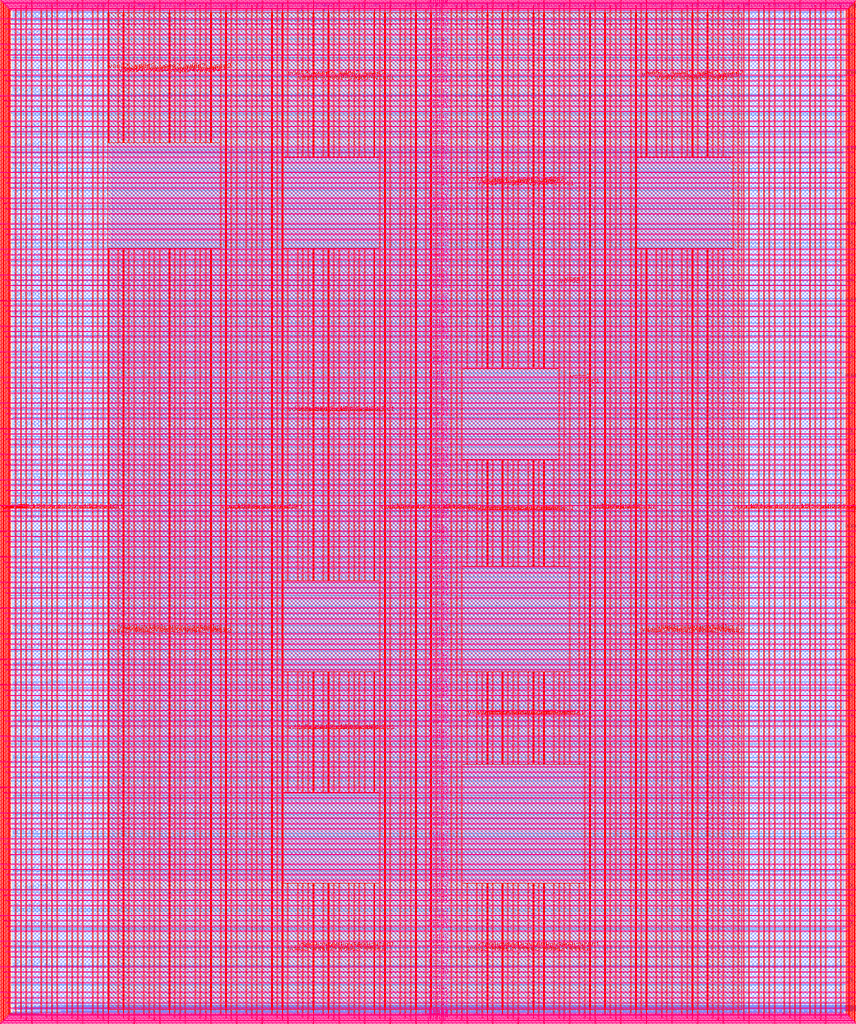
<source format=lef>
VERSION 5.7 ;
  NOWIREEXTENSIONATPIN ON ;
  DIVIDERCHAR "/" ;
  BUSBITCHARS "[]" ;
MACRO user_project_wrapper
  CLASS BLOCK ;
  FOREIGN user_project_wrapper ;
  ORIGIN 0.000 0.000 ;
  SIZE 2920.000 BY 3520.000 ;
  PIN analog_io[0]
    DIRECTION INOUT ;
    USE SIGNAL ;
    PORT
      LAYER met3 ;
        RECT 2917.600 1426.380 2924.800 1427.580 ;
    END
  END analog_io[0]
  PIN analog_io[10]
    DIRECTION INOUT ;
    USE SIGNAL ;
    PORT
      LAYER met2 ;
        RECT 2230.490 3517.600 2231.050 3524.800 ;
    END
  END analog_io[10]
  PIN analog_io[11]
    DIRECTION INOUT ;
    USE SIGNAL ;
    PORT
      LAYER met2 ;
        RECT 1905.730 3517.600 1906.290 3524.800 ;
    END
  END analog_io[11]
  PIN analog_io[12]
    DIRECTION INOUT ;
    USE SIGNAL ;
    PORT
      LAYER met2 ;
        RECT 1581.430 3517.600 1581.990 3524.800 ;
    END
  END analog_io[12]
  PIN analog_io[13]
    DIRECTION INOUT ;
    USE SIGNAL ;
    PORT
      LAYER met2 ;
        RECT 1257.130 3517.600 1257.690 3524.800 ;
    END
  END analog_io[13]
  PIN analog_io[14]
    DIRECTION INOUT ;
    USE SIGNAL ;
    PORT
      LAYER met2 ;
        RECT 932.370 3517.600 932.930 3524.800 ;
    END
  END analog_io[14]
  PIN analog_io[15]
    DIRECTION INOUT ;
    USE SIGNAL ;
    PORT
      LAYER met2 ;
        RECT 608.070 3517.600 608.630 3524.800 ;
    END
  END analog_io[15]
  PIN analog_io[16]
    DIRECTION INOUT ;
    USE SIGNAL ;
    PORT
      LAYER met2 ;
        RECT 283.770 3517.600 284.330 3524.800 ;
    END
  END analog_io[16]
  PIN analog_io[17]
    DIRECTION INOUT ;
    USE SIGNAL ;
    PORT
      LAYER met3 ;
        RECT -4.800 3486.100 2.400 3487.300 ;
    END
  END analog_io[17]
  PIN analog_io[18]
    DIRECTION INOUT ;
    USE SIGNAL ;
    PORT
      LAYER met3 ;
        RECT -4.800 3224.980 2.400 3226.180 ;
    END
  END analog_io[18]
  PIN analog_io[19]
    DIRECTION INOUT ;
    USE SIGNAL ;
    PORT
      LAYER met3 ;
        RECT -4.800 2964.540 2.400 2965.740 ;
    END
  END analog_io[19]
  PIN analog_io[1]
    DIRECTION INOUT ;
    USE SIGNAL ;
    PORT
      LAYER met3 ;
        RECT 2917.600 1692.260 2924.800 1693.460 ;
    END
  END analog_io[1]
  PIN analog_io[20]
    DIRECTION INOUT ;
    USE SIGNAL ;
    PORT
      LAYER met3 ;
        RECT -4.800 2703.420 2.400 2704.620 ;
    END
  END analog_io[20]
  PIN analog_io[21]
    DIRECTION INOUT ;
    USE SIGNAL ;
    PORT
      LAYER met3 ;
        RECT -4.800 2442.980 2.400 2444.180 ;
    END
  END analog_io[21]
  PIN analog_io[22]
    DIRECTION INOUT ;
    USE SIGNAL ;
    PORT
      LAYER met3 ;
        RECT -4.800 2182.540 2.400 2183.740 ;
    END
  END analog_io[22]
  PIN analog_io[23]
    DIRECTION INOUT ;
    USE SIGNAL ;
    PORT
      LAYER met3 ;
        RECT -4.800 1921.420 2.400 1922.620 ;
    END
  END analog_io[23]
  PIN analog_io[24]
    DIRECTION INOUT ;
    USE SIGNAL ;
    PORT
      LAYER met3 ;
        RECT -4.800 1660.980 2.400 1662.180 ;
    END
  END analog_io[24]
  PIN analog_io[25]
    DIRECTION INOUT ;
    USE SIGNAL ;
    PORT
      LAYER met3 ;
        RECT -4.800 1399.860 2.400 1401.060 ;
    END
  END analog_io[25]
  PIN analog_io[26]
    DIRECTION INOUT ;
    USE SIGNAL ;
    PORT
      LAYER met3 ;
        RECT -4.800 1139.420 2.400 1140.620 ;
    END
  END analog_io[26]
  PIN analog_io[27]
    DIRECTION INOUT ;
    USE SIGNAL ;
    PORT
      LAYER met3 ;
        RECT -4.800 878.980 2.400 880.180 ;
    END
  END analog_io[27]
  PIN analog_io[28]
    DIRECTION INOUT ;
    USE SIGNAL ;
    PORT
      LAYER met3 ;
        RECT -4.800 617.860 2.400 619.060 ;
    END
  END analog_io[28]
  PIN analog_io[2]
    DIRECTION INOUT ;
    USE SIGNAL ;
    PORT
      LAYER met3 ;
        RECT 2917.600 1958.140 2924.800 1959.340 ;
    END
  END analog_io[2]
  PIN analog_io[3]
    DIRECTION INOUT ;
    USE SIGNAL ;
    PORT
      LAYER met3 ;
        RECT 2917.600 2223.340 2924.800 2224.540 ;
    END
  END analog_io[3]
  PIN analog_io[4]
    DIRECTION INOUT ;
    USE SIGNAL ;
    PORT
      LAYER met3 ;
        RECT 2917.600 2489.220 2924.800 2490.420 ;
    END
  END analog_io[4]
  PIN analog_io[5]
    DIRECTION INOUT ;
    USE SIGNAL ;
    PORT
      LAYER met3 ;
        RECT 2917.600 2755.100 2924.800 2756.300 ;
    END
  END analog_io[5]
  PIN analog_io[6]
    DIRECTION INOUT ;
    USE SIGNAL ;
    PORT
      LAYER met3 ;
        RECT 2917.600 3020.300 2924.800 3021.500 ;
    END
  END analog_io[6]
  PIN analog_io[7]
    DIRECTION INOUT ;
    USE SIGNAL ;
    PORT
      LAYER met3 ;
        RECT 2917.600 3286.180 2924.800 3287.380 ;
    END
  END analog_io[7]
  PIN analog_io[8]
    DIRECTION INOUT ;
    USE SIGNAL ;
    PORT
      LAYER met2 ;
        RECT 2879.090 3517.600 2879.650 3524.800 ;
    END
  END analog_io[8]
  PIN analog_io[9]
    DIRECTION INOUT ;
    USE SIGNAL ;
    PORT
      LAYER met2 ;
        RECT 2554.790 3517.600 2555.350 3524.800 ;
    END
  END analog_io[9]
  PIN io_in[0]
    DIRECTION INPUT ;
    USE SIGNAL ;
    PORT
      LAYER met3 ;
        RECT 2917.600 32.380 2924.800 33.580 ;
    END
  END io_in[0]
  PIN io_in[10]
    DIRECTION INPUT ;
    USE SIGNAL ;
    PORT
      LAYER met3 ;
        RECT 2917.600 2289.980 2924.800 2291.180 ;
    END
  END io_in[10]
  PIN io_in[11]
    DIRECTION INPUT ;
    USE SIGNAL ;
    PORT
      LAYER met3 ;
        RECT 2917.600 2555.860 2924.800 2557.060 ;
    END
  END io_in[11]
  PIN io_in[12]
    DIRECTION INPUT ;
    USE SIGNAL ;
    PORT
      LAYER met3 ;
        RECT 2917.600 2821.060 2924.800 2822.260 ;
    END
  END io_in[12]
  PIN io_in[13]
    DIRECTION INPUT ;
    USE SIGNAL ;
    PORT
      LAYER met3 ;
        RECT 2917.600 3086.940 2924.800 3088.140 ;
    END
  END io_in[13]
  PIN io_in[14]
    DIRECTION INPUT ;
    USE SIGNAL ;
    PORT
      LAYER met3 ;
        RECT 2917.600 3352.820 2924.800 3354.020 ;
    END
  END io_in[14]
  PIN io_in[15]
    DIRECTION INPUT ;
    USE SIGNAL ;
    PORT
      LAYER met2 ;
        RECT 2798.130 3517.600 2798.690 3524.800 ;
    END
  END io_in[15]
  PIN io_in[16]
    DIRECTION INPUT ;
    USE SIGNAL ;
    PORT
      LAYER met2 ;
        RECT 2473.830 3517.600 2474.390 3524.800 ;
    END
  END io_in[16]
  PIN io_in[17]
    DIRECTION INPUT ;
    USE SIGNAL ;
    PORT
      LAYER met2 ;
        RECT 2149.070 3517.600 2149.630 3524.800 ;
    END
  END io_in[17]
  PIN io_in[18]
    DIRECTION INPUT ;
    USE SIGNAL ;
    PORT
      LAYER met2 ;
        RECT 1824.770 3517.600 1825.330 3524.800 ;
    END
  END io_in[18]
  PIN io_in[19]
    DIRECTION INPUT ;
    USE SIGNAL ;
    PORT
      LAYER met2 ;
        RECT 1500.470 3517.600 1501.030 3524.800 ;
    END
  END io_in[19]
  PIN io_in[1]
    DIRECTION INPUT ;
    USE SIGNAL ;
    PORT
      LAYER met3 ;
        RECT 2917.600 230.940 2924.800 232.140 ;
    END
  END io_in[1]
  PIN io_in[20]
    DIRECTION INPUT ;
    USE SIGNAL ;
    PORT
      LAYER met2 ;
        RECT 1175.710 3517.600 1176.270 3524.800 ;
    END
  END io_in[20]
  PIN io_in[21]
    DIRECTION INPUT ;
    USE SIGNAL ;
    PORT
      LAYER met2 ;
        RECT 851.410 3517.600 851.970 3524.800 ;
    END
  END io_in[21]
  PIN io_in[22]
    DIRECTION INPUT ;
    USE SIGNAL ;
    PORT
      LAYER met2 ;
        RECT 527.110 3517.600 527.670 3524.800 ;
    END
  END io_in[22]
  PIN io_in[23]
    DIRECTION INPUT ;
    USE SIGNAL ;
    PORT
      LAYER met2 ;
        RECT 202.350 3517.600 202.910 3524.800 ;
    END
  END io_in[23]
  PIN io_in[24]
    DIRECTION INPUT ;
    USE SIGNAL ;
    PORT
      LAYER met3 ;
        RECT -4.800 3420.820 2.400 3422.020 ;
    END
  END io_in[24]
  PIN io_in[25]
    DIRECTION INPUT ;
    USE SIGNAL ;
    PORT
      LAYER met3 ;
        RECT -4.800 3159.700 2.400 3160.900 ;
    END
  END io_in[25]
  PIN io_in[26]
    DIRECTION INPUT ;
    USE SIGNAL ;
    PORT
      LAYER met3 ;
        RECT -4.800 2899.260 2.400 2900.460 ;
    END
  END io_in[26]
  PIN io_in[27]
    DIRECTION INPUT ;
    USE SIGNAL ;
    PORT
      LAYER met3 ;
        RECT -4.800 2638.820 2.400 2640.020 ;
    END
  END io_in[27]
  PIN io_in[28]
    DIRECTION INPUT ;
    USE SIGNAL ;
    PORT
      LAYER met3 ;
        RECT -4.800 2377.700 2.400 2378.900 ;
    END
  END io_in[28]
  PIN io_in[29]
    DIRECTION INPUT ;
    USE SIGNAL ;
    PORT
      LAYER met3 ;
        RECT -4.800 2117.260 2.400 2118.460 ;
    END
  END io_in[29]
  PIN io_in[2]
    DIRECTION INPUT ;
    USE SIGNAL ;
    PORT
      LAYER met3 ;
        RECT 2917.600 430.180 2924.800 431.380 ;
    END
  END io_in[2]
  PIN io_in[30]
    DIRECTION INPUT ;
    USE SIGNAL ;
    PORT
      LAYER met3 ;
        RECT -4.800 1856.140 2.400 1857.340 ;
    END
  END io_in[30]
  PIN io_in[31]
    DIRECTION INPUT ;
    USE SIGNAL ;
    PORT
      LAYER met3 ;
        RECT -4.800 1595.700 2.400 1596.900 ;
    END
  END io_in[31]
  PIN io_in[32]
    DIRECTION INPUT ;
    USE SIGNAL ;
    PORT
      LAYER met3 ;
        RECT -4.800 1335.260 2.400 1336.460 ;
    END
  END io_in[32]
  PIN io_in[33]
    DIRECTION INPUT ;
    USE SIGNAL ;
    PORT
      LAYER met3 ;
        RECT -4.800 1074.140 2.400 1075.340 ;
    END
  END io_in[33]
  PIN io_in[34]
    DIRECTION INPUT ;
    USE SIGNAL ;
    PORT
      LAYER met3 ;
        RECT -4.800 813.700 2.400 814.900 ;
    END
  END io_in[34]
  PIN io_in[35]
    DIRECTION INPUT ;
    USE SIGNAL ;
    PORT
      LAYER met3 ;
        RECT -4.800 552.580 2.400 553.780 ;
    END
  END io_in[35]
  PIN io_in[36]
    DIRECTION INPUT ;
    USE SIGNAL ;
    PORT
      LAYER met3 ;
        RECT -4.800 357.420 2.400 358.620 ;
    END
  END io_in[36]
  PIN io_in[37]
    DIRECTION INPUT ;
    USE SIGNAL ;
    PORT
      LAYER met3 ;
        RECT -4.800 161.580 2.400 162.780 ;
    END
  END io_in[37]
  PIN io_in[3]
    DIRECTION INPUT ;
    USE SIGNAL ;
    PORT
      LAYER met3 ;
        RECT 2917.600 629.420 2924.800 630.620 ;
    END
  END io_in[3]
  PIN io_in[4]
    DIRECTION INPUT ;
    USE SIGNAL ;
    PORT
      LAYER met3 ;
        RECT 2917.600 828.660 2924.800 829.860 ;
    END
  END io_in[4]
  PIN io_in[5]
    DIRECTION INPUT ;
    USE SIGNAL ;
    PORT
      LAYER met3 ;
        RECT 2917.600 1027.900 2924.800 1029.100 ;
    END
  END io_in[5]
  PIN io_in[6]
    DIRECTION INPUT ;
    USE SIGNAL ;
    PORT
      LAYER met3 ;
        RECT 2917.600 1227.140 2924.800 1228.340 ;
    END
  END io_in[6]
  PIN io_in[7]
    DIRECTION INPUT ;
    USE SIGNAL ;
    PORT
      LAYER met3 ;
        RECT 2917.600 1493.020 2924.800 1494.220 ;
    END
  END io_in[7]
  PIN io_in[8]
    DIRECTION INPUT ;
    USE SIGNAL ;
    PORT
      LAYER met3 ;
        RECT 2917.600 1758.900 2924.800 1760.100 ;
    END
  END io_in[8]
  PIN io_in[9]
    DIRECTION INPUT ;
    USE SIGNAL ;
    PORT
      LAYER met3 ;
        RECT 2917.600 2024.100 2924.800 2025.300 ;
    END
  END io_in[9]
  PIN io_oeb[0]
    DIRECTION OUTPUT TRISTATE ;
    USE SIGNAL ;
    PORT
      LAYER met3 ;
        RECT 2917.600 164.980 2924.800 166.180 ;
    END
  END io_oeb[0]
  PIN io_oeb[10]
    DIRECTION OUTPUT TRISTATE ;
    USE SIGNAL ;
    PORT
      LAYER met3 ;
        RECT 2917.600 2422.580 2924.800 2423.780 ;
    END
  END io_oeb[10]
  PIN io_oeb[11]
    DIRECTION OUTPUT TRISTATE ;
    USE SIGNAL ;
    PORT
      LAYER met3 ;
        RECT 2917.600 2688.460 2924.800 2689.660 ;
    END
  END io_oeb[11]
  PIN io_oeb[12]
    DIRECTION OUTPUT TRISTATE ;
    USE SIGNAL ;
    PORT
      LAYER met3 ;
        RECT 2917.600 2954.340 2924.800 2955.540 ;
    END
  END io_oeb[12]
  PIN io_oeb[13]
    DIRECTION OUTPUT TRISTATE ;
    USE SIGNAL ;
    PORT
      LAYER met3 ;
        RECT 2917.600 3219.540 2924.800 3220.740 ;
    END
  END io_oeb[13]
  PIN io_oeb[14]
    DIRECTION OUTPUT TRISTATE ;
    USE SIGNAL ;
    PORT
      LAYER met3 ;
        RECT 2917.600 3485.420 2924.800 3486.620 ;
    END
  END io_oeb[14]
  PIN io_oeb[15]
    DIRECTION OUTPUT TRISTATE ;
    USE SIGNAL ;
    PORT
      LAYER met2 ;
        RECT 2635.750 3517.600 2636.310 3524.800 ;
    END
  END io_oeb[15]
  PIN io_oeb[16]
    DIRECTION OUTPUT TRISTATE ;
    USE SIGNAL ;
    PORT
      LAYER met2 ;
        RECT 2311.450 3517.600 2312.010 3524.800 ;
    END
  END io_oeb[16]
  PIN io_oeb[17]
    DIRECTION OUTPUT TRISTATE ;
    USE SIGNAL ;
    PORT
      LAYER met2 ;
        RECT 1987.150 3517.600 1987.710 3524.800 ;
    END
  END io_oeb[17]
  PIN io_oeb[18]
    DIRECTION OUTPUT TRISTATE ;
    USE SIGNAL ;
    PORT
      LAYER met2 ;
        RECT 1662.390 3517.600 1662.950 3524.800 ;
    END
  END io_oeb[18]
  PIN io_oeb[19]
    DIRECTION OUTPUT TRISTATE ;
    USE SIGNAL ;
    PORT
      LAYER met2 ;
        RECT 1338.090 3517.600 1338.650 3524.800 ;
    END
  END io_oeb[19]
  PIN io_oeb[1]
    DIRECTION OUTPUT TRISTATE ;
    USE SIGNAL ;
    PORT
      LAYER met3 ;
        RECT 2917.600 364.220 2924.800 365.420 ;
    END
  END io_oeb[1]
  PIN io_oeb[20]
    DIRECTION OUTPUT TRISTATE ;
    USE SIGNAL ;
    PORT
      LAYER met2 ;
        RECT 1013.790 3517.600 1014.350 3524.800 ;
    END
  END io_oeb[20]
  PIN io_oeb[21]
    DIRECTION OUTPUT TRISTATE ;
    USE SIGNAL ;
    PORT
      LAYER met2 ;
        RECT 689.030 3517.600 689.590 3524.800 ;
    END
  END io_oeb[21]
  PIN io_oeb[22]
    DIRECTION OUTPUT TRISTATE ;
    USE SIGNAL ;
    PORT
      LAYER met2 ;
        RECT 364.730 3517.600 365.290 3524.800 ;
    END
  END io_oeb[22]
  PIN io_oeb[23]
    DIRECTION OUTPUT TRISTATE ;
    USE SIGNAL ;
    PORT
      LAYER met2 ;
        RECT 40.430 3517.600 40.990 3524.800 ;
    END
  END io_oeb[23]
  PIN io_oeb[24]
    DIRECTION OUTPUT TRISTATE ;
    USE SIGNAL ;
    PORT
      LAYER met3 ;
        RECT -4.800 3290.260 2.400 3291.460 ;
    END
  END io_oeb[24]
  PIN io_oeb[25]
    DIRECTION OUTPUT TRISTATE ;
    USE SIGNAL ;
    PORT
      LAYER met3 ;
        RECT -4.800 3029.820 2.400 3031.020 ;
    END
  END io_oeb[25]
  PIN io_oeb[26]
    DIRECTION OUTPUT TRISTATE ;
    USE SIGNAL ;
    PORT
      LAYER met3 ;
        RECT -4.800 2768.700 2.400 2769.900 ;
    END
  END io_oeb[26]
  PIN io_oeb[27]
    DIRECTION OUTPUT TRISTATE ;
    USE SIGNAL ;
    PORT
      LAYER met3 ;
        RECT -4.800 2508.260 2.400 2509.460 ;
    END
  END io_oeb[27]
  PIN io_oeb[28]
    DIRECTION OUTPUT TRISTATE ;
    USE SIGNAL ;
    PORT
      LAYER met3 ;
        RECT -4.800 2247.140 2.400 2248.340 ;
    END
  END io_oeb[28]
  PIN io_oeb[29]
    DIRECTION OUTPUT TRISTATE ;
    USE SIGNAL ;
    PORT
      LAYER met3 ;
        RECT -4.800 1986.700 2.400 1987.900 ;
    END
  END io_oeb[29]
  PIN io_oeb[2]
    DIRECTION OUTPUT TRISTATE ;
    USE SIGNAL ;
    PORT
      LAYER met3 ;
        RECT 2917.600 563.460 2924.800 564.660 ;
    END
  END io_oeb[2]
  PIN io_oeb[30]
    DIRECTION OUTPUT TRISTATE ;
    USE SIGNAL ;
    PORT
      LAYER met3 ;
        RECT -4.800 1726.260 2.400 1727.460 ;
    END
  END io_oeb[30]
  PIN io_oeb[31]
    DIRECTION OUTPUT TRISTATE ;
    USE SIGNAL ;
    PORT
      LAYER met3 ;
        RECT -4.800 1465.140 2.400 1466.340 ;
    END
  END io_oeb[31]
  PIN io_oeb[32]
    DIRECTION OUTPUT TRISTATE ;
    USE SIGNAL ;
    PORT
      LAYER met3 ;
        RECT -4.800 1204.700 2.400 1205.900 ;
    END
  END io_oeb[32]
  PIN io_oeb[33]
    DIRECTION OUTPUT TRISTATE ;
    USE SIGNAL ;
    PORT
      LAYER met3 ;
        RECT -4.800 943.580 2.400 944.780 ;
    END
  END io_oeb[33]
  PIN io_oeb[34]
    DIRECTION OUTPUT TRISTATE ;
    USE SIGNAL ;
    PORT
      LAYER met3 ;
        RECT -4.800 683.140 2.400 684.340 ;
    END
  END io_oeb[34]
  PIN io_oeb[35]
    DIRECTION OUTPUT TRISTATE ;
    USE SIGNAL ;
    PORT
      LAYER met3 ;
        RECT -4.800 422.700 2.400 423.900 ;
    END
  END io_oeb[35]
  PIN io_oeb[36]
    DIRECTION OUTPUT TRISTATE ;
    USE SIGNAL ;
    PORT
      LAYER met3 ;
        RECT -4.800 226.860 2.400 228.060 ;
    END
  END io_oeb[36]
  PIN io_oeb[37]
    DIRECTION OUTPUT TRISTATE ;
    USE SIGNAL ;
    PORT
      LAYER met3 ;
        RECT -4.800 31.700 2.400 32.900 ;
    END
  END io_oeb[37]
  PIN io_oeb[3]
    DIRECTION OUTPUT TRISTATE ;
    USE SIGNAL ;
    PORT
      LAYER met3 ;
        RECT 2917.600 762.700 2924.800 763.900 ;
    END
  END io_oeb[3]
  PIN io_oeb[4]
    DIRECTION OUTPUT TRISTATE ;
    USE SIGNAL ;
    PORT
      LAYER met3 ;
        RECT 2917.600 961.940 2924.800 963.140 ;
    END
  END io_oeb[4]
  PIN io_oeb[5]
    DIRECTION OUTPUT TRISTATE ;
    USE SIGNAL ;
    PORT
      LAYER met3 ;
        RECT 2917.600 1161.180 2924.800 1162.380 ;
    END
  END io_oeb[5]
  PIN io_oeb[6]
    DIRECTION OUTPUT TRISTATE ;
    USE SIGNAL ;
    PORT
      LAYER met3 ;
        RECT 2917.600 1360.420 2924.800 1361.620 ;
    END
  END io_oeb[6]
  PIN io_oeb[7]
    DIRECTION OUTPUT TRISTATE ;
    USE SIGNAL ;
    PORT
      LAYER met3 ;
        RECT 2917.600 1625.620 2924.800 1626.820 ;
    END
  END io_oeb[7]
  PIN io_oeb[8]
    DIRECTION OUTPUT TRISTATE ;
    USE SIGNAL ;
    PORT
      LAYER met3 ;
        RECT 2917.600 1891.500 2924.800 1892.700 ;
    END
  END io_oeb[8]
  PIN io_oeb[9]
    DIRECTION OUTPUT TRISTATE ;
    USE SIGNAL ;
    PORT
      LAYER met3 ;
        RECT 2917.600 2157.380 2924.800 2158.580 ;
    END
  END io_oeb[9]
  PIN io_out[0]
    DIRECTION OUTPUT TRISTATE ;
    USE SIGNAL ;
    PORT
      LAYER met3 ;
        RECT 2917.600 98.340 2924.800 99.540 ;
    END
  END io_out[0]
  PIN io_out[10]
    DIRECTION OUTPUT TRISTATE ;
    USE SIGNAL ;
    PORT
      LAYER met3 ;
        RECT 2917.600 2356.620 2924.800 2357.820 ;
    END
  END io_out[10]
  PIN io_out[11]
    DIRECTION OUTPUT TRISTATE ;
    USE SIGNAL ;
    PORT
      LAYER met3 ;
        RECT 2917.600 2621.820 2924.800 2623.020 ;
    END
  END io_out[11]
  PIN io_out[12]
    DIRECTION OUTPUT TRISTATE ;
    USE SIGNAL ;
    PORT
      LAYER met3 ;
        RECT 2917.600 2887.700 2924.800 2888.900 ;
    END
  END io_out[12]
  PIN io_out[13]
    DIRECTION OUTPUT TRISTATE ;
    USE SIGNAL ;
    PORT
      LAYER met3 ;
        RECT 2917.600 3153.580 2924.800 3154.780 ;
    END
  END io_out[13]
  PIN io_out[14]
    DIRECTION OUTPUT TRISTATE ;
    USE SIGNAL ;
    PORT
      LAYER met3 ;
        RECT 2917.600 3418.780 2924.800 3419.980 ;
    END
  END io_out[14]
  PIN io_out[15]
    DIRECTION OUTPUT TRISTATE ;
    USE SIGNAL ;
    PORT
      LAYER met2 ;
        RECT 2717.170 3517.600 2717.730 3524.800 ;
    END
  END io_out[15]
  PIN io_out[16]
    DIRECTION OUTPUT TRISTATE ;
    USE SIGNAL ;
    PORT
      LAYER met2 ;
        RECT 2392.410 3517.600 2392.970 3524.800 ;
    END
  END io_out[16]
  PIN io_out[17]
    DIRECTION OUTPUT TRISTATE ;
    USE SIGNAL ;
    PORT
      LAYER met2 ;
        RECT 2068.110 3517.600 2068.670 3524.800 ;
    END
  END io_out[17]
  PIN io_out[18]
    DIRECTION OUTPUT TRISTATE ;
    USE SIGNAL ;
    PORT
      LAYER met2 ;
        RECT 1743.810 3517.600 1744.370 3524.800 ;
    END
  END io_out[18]
  PIN io_out[19]
    DIRECTION OUTPUT TRISTATE ;
    USE SIGNAL ;
    PORT
      LAYER met2 ;
        RECT 1419.050 3517.600 1419.610 3524.800 ;
    END
  END io_out[19]
  PIN io_out[1]
    DIRECTION OUTPUT TRISTATE ;
    USE SIGNAL ;
    PORT
      LAYER met3 ;
        RECT 2917.600 297.580 2924.800 298.780 ;
    END
  END io_out[1]
  PIN io_out[20]
    DIRECTION OUTPUT TRISTATE ;
    USE SIGNAL ;
    PORT
      LAYER met2 ;
        RECT 1094.750 3517.600 1095.310 3524.800 ;
    END
  END io_out[20]
  PIN io_out[21]
    DIRECTION OUTPUT TRISTATE ;
    USE SIGNAL ;
    PORT
      LAYER met2 ;
        RECT 770.450 3517.600 771.010 3524.800 ;
    END
  END io_out[21]
  PIN io_out[22]
    DIRECTION OUTPUT TRISTATE ;
    USE SIGNAL ;
    PORT
      LAYER met2 ;
        RECT 445.690 3517.600 446.250 3524.800 ;
    END
  END io_out[22]
  PIN io_out[23]
    DIRECTION OUTPUT TRISTATE ;
    USE SIGNAL ;
    PORT
      LAYER met2 ;
        RECT 121.390 3517.600 121.950 3524.800 ;
    END
  END io_out[23]
  PIN io_out[24]
    DIRECTION OUTPUT TRISTATE ;
    USE SIGNAL ;
    PORT
      LAYER met3 ;
        RECT -4.800 3355.540 2.400 3356.740 ;
    END
  END io_out[24]
  PIN io_out[25]
    DIRECTION OUTPUT TRISTATE ;
    USE SIGNAL ;
    PORT
      LAYER met3 ;
        RECT -4.800 3095.100 2.400 3096.300 ;
    END
  END io_out[25]
  PIN io_out[26]
    DIRECTION OUTPUT TRISTATE ;
    USE SIGNAL ;
    PORT
      LAYER met3 ;
        RECT -4.800 2833.980 2.400 2835.180 ;
    END
  END io_out[26]
  PIN io_out[27]
    DIRECTION OUTPUT TRISTATE ;
    USE SIGNAL ;
    PORT
      LAYER met3 ;
        RECT -4.800 2573.540 2.400 2574.740 ;
    END
  END io_out[27]
  PIN io_out[28]
    DIRECTION OUTPUT TRISTATE ;
    USE SIGNAL ;
    PORT
      LAYER met3 ;
        RECT -4.800 2312.420 2.400 2313.620 ;
    END
  END io_out[28]
  PIN io_out[29]
    DIRECTION OUTPUT TRISTATE ;
    USE SIGNAL ;
    PORT
      LAYER met3 ;
        RECT -4.800 2051.980 2.400 2053.180 ;
    END
  END io_out[29]
  PIN io_out[2]
    DIRECTION OUTPUT TRISTATE ;
    USE SIGNAL ;
    PORT
      LAYER met3 ;
        RECT 2917.600 496.820 2924.800 498.020 ;
    END
  END io_out[2]
  PIN io_out[30]
    DIRECTION OUTPUT TRISTATE ;
    USE SIGNAL ;
    PORT
      LAYER met3 ;
        RECT -4.800 1791.540 2.400 1792.740 ;
    END
  END io_out[30]
  PIN io_out[31]
    DIRECTION OUTPUT TRISTATE ;
    USE SIGNAL ;
    PORT
      LAYER met3 ;
        RECT -4.800 1530.420 2.400 1531.620 ;
    END
  END io_out[31]
  PIN io_out[32]
    DIRECTION OUTPUT TRISTATE ;
    USE SIGNAL ;
    PORT
      LAYER met3 ;
        RECT -4.800 1269.980 2.400 1271.180 ;
    END
  END io_out[32]
  PIN io_out[33]
    DIRECTION OUTPUT TRISTATE ;
    USE SIGNAL ;
    PORT
      LAYER met3 ;
        RECT -4.800 1008.860 2.400 1010.060 ;
    END
  END io_out[33]
  PIN io_out[34]
    DIRECTION OUTPUT TRISTATE ;
    USE SIGNAL ;
    PORT
      LAYER met3 ;
        RECT -4.800 748.420 2.400 749.620 ;
    END
  END io_out[34]
  PIN io_out[35]
    DIRECTION OUTPUT TRISTATE ;
    USE SIGNAL ;
    PORT
      LAYER met3 ;
        RECT -4.800 487.300 2.400 488.500 ;
    END
  END io_out[35]
  PIN io_out[36]
    DIRECTION OUTPUT TRISTATE ;
    USE SIGNAL ;
    PORT
      LAYER met3 ;
        RECT -4.800 292.140 2.400 293.340 ;
    END
  END io_out[36]
  PIN io_out[37]
    DIRECTION OUTPUT TRISTATE ;
    USE SIGNAL ;
    PORT
      LAYER met3 ;
        RECT -4.800 96.300 2.400 97.500 ;
    END
  END io_out[37]
  PIN io_out[3]
    DIRECTION OUTPUT TRISTATE ;
    USE SIGNAL ;
    PORT
      LAYER met3 ;
        RECT 2917.600 696.060 2924.800 697.260 ;
    END
  END io_out[3]
  PIN io_out[4]
    DIRECTION OUTPUT TRISTATE ;
    USE SIGNAL ;
    PORT
      LAYER met3 ;
        RECT 2917.600 895.300 2924.800 896.500 ;
    END
  END io_out[4]
  PIN io_out[5]
    DIRECTION OUTPUT TRISTATE ;
    USE SIGNAL ;
    PORT
      LAYER met3 ;
        RECT 2917.600 1094.540 2924.800 1095.740 ;
    END
  END io_out[5]
  PIN io_out[6]
    DIRECTION OUTPUT TRISTATE ;
    USE SIGNAL ;
    PORT
      LAYER met3 ;
        RECT 2917.600 1293.780 2924.800 1294.980 ;
    END
  END io_out[6]
  PIN io_out[7]
    DIRECTION OUTPUT TRISTATE ;
    USE SIGNAL ;
    PORT
      LAYER met3 ;
        RECT 2917.600 1559.660 2924.800 1560.860 ;
    END
  END io_out[7]
  PIN io_out[8]
    DIRECTION OUTPUT TRISTATE ;
    USE SIGNAL ;
    PORT
      LAYER met3 ;
        RECT 2917.600 1824.860 2924.800 1826.060 ;
    END
  END io_out[8]
  PIN io_out[9]
    DIRECTION OUTPUT TRISTATE ;
    USE SIGNAL ;
    PORT
      LAYER met3 ;
        RECT 2917.600 2090.740 2924.800 2091.940 ;
    END
  END io_out[9]
  PIN la_data_in[0]
    DIRECTION INPUT ;
    USE SIGNAL ;
    PORT
      LAYER met2 ;
        RECT 629.230 -4.800 629.790 2.400 ;
    END
  END la_data_in[0]
  PIN la_data_in[100]
    DIRECTION INPUT ;
    USE SIGNAL ;
    PORT
      LAYER met2 ;
        RECT 2402.530 -4.800 2403.090 2.400 ;
    END
  END la_data_in[100]
  PIN la_data_in[101]
    DIRECTION INPUT ;
    USE SIGNAL ;
    PORT
      LAYER met2 ;
        RECT 2420.010 -4.800 2420.570 2.400 ;
    END
  END la_data_in[101]
  PIN la_data_in[102]
    DIRECTION INPUT ;
    USE SIGNAL ;
    PORT
      LAYER met2 ;
        RECT 2437.950 -4.800 2438.510 2.400 ;
    END
  END la_data_in[102]
  PIN la_data_in[103]
    DIRECTION INPUT ;
    USE SIGNAL ;
    PORT
      LAYER met2 ;
        RECT 2455.430 -4.800 2455.990 2.400 ;
    END
  END la_data_in[103]
  PIN la_data_in[104]
    DIRECTION INPUT ;
    USE SIGNAL ;
    PORT
      LAYER met2 ;
        RECT 2473.370 -4.800 2473.930 2.400 ;
    END
  END la_data_in[104]
  PIN la_data_in[105]
    DIRECTION INPUT ;
    USE SIGNAL ;
    PORT
      LAYER met2 ;
        RECT 2490.850 -4.800 2491.410 2.400 ;
    END
  END la_data_in[105]
  PIN la_data_in[106]
    DIRECTION INPUT ;
    USE SIGNAL ;
    PORT
      LAYER met2 ;
        RECT 2508.790 -4.800 2509.350 2.400 ;
    END
  END la_data_in[106]
  PIN la_data_in[107]
    DIRECTION INPUT ;
    USE SIGNAL ;
    PORT
      LAYER met2 ;
        RECT 2526.730 -4.800 2527.290 2.400 ;
    END
  END la_data_in[107]
  PIN la_data_in[108]
    DIRECTION INPUT ;
    USE SIGNAL ;
    PORT
      LAYER met2 ;
        RECT 2544.210 -4.800 2544.770 2.400 ;
    END
  END la_data_in[108]
  PIN la_data_in[109]
    DIRECTION INPUT ;
    USE SIGNAL ;
    PORT
      LAYER met2 ;
        RECT 2562.150 -4.800 2562.710 2.400 ;
    END
  END la_data_in[109]
  PIN la_data_in[10]
    DIRECTION INPUT ;
    USE SIGNAL ;
    PORT
      LAYER met2 ;
        RECT 806.330 -4.800 806.890 2.400 ;
    END
  END la_data_in[10]
  PIN la_data_in[110]
    DIRECTION INPUT ;
    USE SIGNAL ;
    PORT
      LAYER met2 ;
        RECT 2579.630 -4.800 2580.190 2.400 ;
    END
  END la_data_in[110]
  PIN la_data_in[111]
    DIRECTION INPUT ;
    USE SIGNAL ;
    PORT
      LAYER met2 ;
        RECT 2597.570 -4.800 2598.130 2.400 ;
    END
  END la_data_in[111]
  PIN la_data_in[112]
    DIRECTION INPUT ;
    USE SIGNAL ;
    PORT
      LAYER met2 ;
        RECT 2615.050 -4.800 2615.610 2.400 ;
    END
  END la_data_in[112]
  PIN la_data_in[113]
    DIRECTION INPUT ;
    USE SIGNAL ;
    PORT
      LAYER met2 ;
        RECT 2632.990 -4.800 2633.550 2.400 ;
    END
  END la_data_in[113]
  PIN la_data_in[114]
    DIRECTION INPUT ;
    USE SIGNAL ;
    PORT
      LAYER met2 ;
        RECT 2650.470 -4.800 2651.030 2.400 ;
    END
  END la_data_in[114]
  PIN la_data_in[115]
    DIRECTION INPUT ;
    USE SIGNAL ;
    PORT
      LAYER met2 ;
        RECT 2668.410 -4.800 2668.970 2.400 ;
    END
  END la_data_in[115]
  PIN la_data_in[116]
    DIRECTION INPUT ;
    USE SIGNAL ;
    PORT
      LAYER met2 ;
        RECT 2685.890 -4.800 2686.450 2.400 ;
    END
  END la_data_in[116]
  PIN la_data_in[117]
    DIRECTION INPUT ;
    USE SIGNAL ;
    PORT
      LAYER met2 ;
        RECT 2703.830 -4.800 2704.390 2.400 ;
    END
  END la_data_in[117]
  PIN la_data_in[118]
    DIRECTION INPUT ;
    USE SIGNAL ;
    PORT
      LAYER met2 ;
        RECT 2721.770 -4.800 2722.330 2.400 ;
    END
  END la_data_in[118]
  PIN la_data_in[119]
    DIRECTION INPUT ;
    USE SIGNAL ;
    PORT
      LAYER met2 ;
        RECT 2739.250 -4.800 2739.810 2.400 ;
    END
  END la_data_in[119]
  PIN la_data_in[11]
    DIRECTION INPUT ;
    USE SIGNAL ;
    PORT
      LAYER met2 ;
        RECT 824.270 -4.800 824.830 2.400 ;
    END
  END la_data_in[11]
  PIN la_data_in[120]
    DIRECTION INPUT ;
    USE SIGNAL ;
    PORT
      LAYER met2 ;
        RECT 2757.190 -4.800 2757.750 2.400 ;
    END
  END la_data_in[120]
  PIN la_data_in[121]
    DIRECTION INPUT ;
    USE SIGNAL ;
    PORT
      LAYER met2 ;
        RECT 2774.670 -4.800 2775.230 2.400 ;
    END
  END la_data_in[121]
  PIN la_data_in[122]
    DIRECTION INPUT ;
    USE SIGNAL ;
    PORT
      LAYER met2 ;
        RECT 2792.610 -4.800 2793.170 2.400 ;
    END
  END la_data_in[122]
  PIN la_data_in[123]
    DIRECTION INPUT ;
    USE SIGNAL ;
    PORT
      LAYER met2 ;
        RECT 2810.090 -4.800 2810.650 2.400 ;
    END
  END la_data_in[123]
  PIN la_data_in[124]
    DIRECTION INPUT ;
    USE SIGNAL ;
    PORT
      LAYER met2 ;
        RECT 2828.030 -4.800 2828.590 2.400 ;
    END
  END la_data_in[124]
  PIN la_data_in[125]
    DIRECTION INPUT ;
    USE SIGNAL ;
    PORT
      LAYER met2 ;
        RECT 2845.510 -4.800 2846.070 2.400 ;
    END
  END la_data_in[125]
  PIN la_data_in[126]
    DIRECTION INPUT ;
    USE SIGNAL ;
    PORT
      LAYER met2 ;
        RECT 2863.450 -4.800 2864.010 2.400 ;
    END
  END la_data_in[126]
  PIN la_data_in[127]
    DIRECTION INPUT ;
    USE SIGNAL ;
    PORT
      LAYER met2 ;
        RECT 2881.390 -4.800 2881.950 2.400 ;
    END
  END la_data_in[127]
  PIN la_data_in[12]
    DIRECTION INPUT ;
    USE SIGNAL ;
    PORT
      LAYER met2 ;
        RECT 841.750 -4.800 842.310 2.400 ;
    END
  END la_data_in[12]
  PIN la_data_in[13]
    DIRECTION INPUT ;
    USE SIGNAL ;
    PORT
      LAYER met2 ;
        RECT 859.690 -4.800 860.250 2.400 ;
    END
  END la_data_in[13]
  PIN la_data_in[14]
    DIRECTION INPUT ;
    USE SIGNAL ;
    PORT
      LAYER met2 ;
        RECT 877.170 -4.800 877.730 2.400 ;
    END
  END la_data_in[14]
  PIN la_data_in[15]
    DIRECTION INPUT ;
    USE SIGNAL ;
    PORT
      LAYER met2 ;
        RECT 895.110 -4.800 895.670 2.400 ;
    END
  END la_data_in[15]
  PIN la_data_in[16]
    DIRECTION INPUT ;
    USE SIGNAL ;
    PORT
      LAYER met2 ;
        RECT 912.590 -4.800 913.150 2.400 ;
    END
  END la_data_in[16]
  PIN la_data_in[17]
    DIRECTION INPUT ;
    USE SIGNAL ;
    PORT
      LAYER met2 ;
        RECT 930.530 -4.800 931.090 2.400 ;
    END
  END la_data_in[17]
  PIN la_data_in[18]
    DIRECTION INPUT ;
    USE SIGNAL ;
    PORT
      LAYER met2 ;
        RECT 948.470 -4.800 949.030 2.400 ;
    END
  END la_data_in[18]
  PIN la_data_in[19]
    DIRECTION INPUT ;
    USE SIGNAL ;
    PORT
      LAYER met2 ;
        RECT 965.950 -4.800 966.510 2.400 ;
    END
  END la_data_in[19]
  PIN la_data_in[1]
    DIRECTION INPUT ;
    USE SIGNAL ;
    PORT
      LAYER met2 ;
        RECT 646.710 -4.800 647.270 2.400 ;
    END
  END la_data_in[1]
  PIN la_data_in[20]
    DIRECTION INPUT ;
    USE SIGNAL ;
    PORT
      LAYER met2 ;
        RECT 983.890 -4.800 984.450 2.400 ;
    END
  END la_data_in[20]
  PIN la_data_in[21]
    DIRECTION INPUT ;
    USE SIGNAL ;
    PORT
      LAYER met2 ;
        RECT 1001.370 -4.800 1001.930 2.400 ;
    END
  END la_data_in[21]
  PIN la_data_in[22]
    DIRECTION INPUT ;
    USE SIGNAL ;
    PORT
      LAYER met2 ;
        RECT 1019.310 -4.800 1019.870 2.400 ;
    END
  END la_data_in[22]
  PIN la_data_in[23]
    DIRECTION INPUT ;
    USE SIGNAL ;
    PORT
      LAYER met2 ;
        RECT 1036.790 -4.800 1037.350 2.400 ;
    END
  END la_data_in[23]
  PIN la_data_in[24]
    DIRECTION INPUT ;
    USE SIGNAL ;
    PORT
      LAYER met2 ;
        RECT 1054.730 -4.800 1055.290 2.400 ;
    END
  END la_data_in[24]
  PIN la_data_in[25]
    DIRECTION INPUT ;
    USE SIGNAL ;
    PORT
      LAYER met2 ;
        RECT 1072.210 -4.800 1072.770 2.400 ;
    END
  END la_data_in[25]
  PIN la_data_in[26]
    DIRECTION INPUT ;
    USE SIGNAL ;
    PORT
      LAYER met2 ;
        RECT 1090.150 -4.800 1090.710 2.400 ;
    END
  END la_data_in[26]
  PIN la_data_in[27]
    DIRECTION INPUT ;
    USE SIGNAL ;
    PORT
      LAYER met2 ;
        RECT 1107.630 -4.800 1108.190 2.400 ;
    END
  END la_data_in[27]
  PIN la_data_in[28]
    DIRECTION INPUT ;
    USE SIGNAL ;
    PORT
      LAYER met2 ;
        RECT 1125.570 -4.800 1126.130 2.400 ;
    END
  END la_data_in[28]
  PIN la_data_in[29]
    DIRECTION INPUT ;
    USE SIGNAL ;
    PORT
      LAYER met2 ;
        RECT 1143.510 -4.800 1144.070 2.400 ;
    END
  END la_data_in[29]
  PIN la_data_in[2]
    DIRECTION INPUT ;
    USE SIGNAL ;
    PORT
      LAYER met2 ;
        RECT 664.650 -4.800 665.210 2.400 ;
    END
  END la_data_in[2]
  PIN la_data_in[30]
    DIRECTION INPUT ;
    USE SIGNAL ;
    PORT
      LAYER met2 ;
        RECT 1160.990 -4.800 1161.550 2.400 ;
    END
  END la_data_in[30]
  PIN la_data_in[31]
    DIRECTION INPUT ;
    USE SIGNAL ;
    PORT
      LAYER met2 ;
        RECT 1178.930 -4.800 1179.490 2.400 ;
    END
  END la_data_in[31]
  PIN la_data_in[32]
    DIRECTION INPUT ;
    USE SIGNAL ;
    PORT
      LAYER met2 ;
        RECT 1196.410 -4.800 1196.970 2.400 ;
    END
  END la_data_in[32]
  PIN la_data_in[33]
    DIRECTION INPUT ;
    USE SIGNAL ;
    PORT
      LAYER met2 ;
        RECT 1214.350 -4.800 1214.910 2.400 ;
    END
  END la_data_in[33]
  PIN la_data_in[34]
    DIRECTION INPUT ;
    USE SIGNAL ;
    PORT
      LAYER met2 ;
        RECT 1231.830 -4.800 1232.390 2.400 ;
    END
  END la_data_in[34]
  PIN la_data_in[35]
    DIRECTION INPUT ;
    USE SIGNAL ;
    PORT
      LAYER met2 ;
        RECT 1249.770 -4.800 1250.330 2.400 ;
    END
  END la_data_in[35]
  PIN la_data_in[36]
    DIRECTION INPUT ;
    USE SIGNAL ;
    PORT
      LAYER met2 ;
        RECT 1267.250 -4.800 1267.810 2.400 ;
    END
  END la_data_in[36]
  PIN la_data_in[37]
    DIRECTION INPUT ;
    USE SIGNAL ;
    PORT
      LAYER met2 ;
        RECT 1285.190 -4.800 1285.750 2.400 ;
    END
  END la_data_in[37]
  PIN la_data_in[38]
    DIRECTION INPUT ;
    USE SIGNAL ;
    PORT
      LAYER met2 ;
        RECT 1303.130 -4.800 1303.690 2.400 ;
    END
  END la_data_in[38]
  PIN la_data_in[39]
    DIRECTION INPUT ;
    USE SIGNAL ;
    PORT
      LAYER met2 ;
        RECT 1320.610 -4.800 1321.170 2.400 ;
    END
  END la_data_in[39]
  PIN la_data_in[3]
    DIRECTION INPUT ;
    USE SIGNAL ;
    PORT
      LAYER met2 ;
        RECT 682.130 -4.800 682.690 2.400 ;
    END
  END la_data_in[3]
  PIN la_data_in[40]
    DIRECTION INPUT ;
    USE SIGNAL ;
    PORT
      LAYER met2 ;
        RECT 1338.550 -4.800 1339.110 2.400 ;
    END
  END la_data_in[40]
  PIN la_data_in[41]
    DIRECTION INPUT ;
    USE SIGNAL ;
    PORT
      LAYER met2 ;
        RECT 1356.030 -4.800 1356.590 2.400 ;
    END
  END la_data_in[41]
  PIN la_data_in[42]
    DIRECTION INPUT ;
    USE SIGNAL ;
    PORT
      LAYER met2 ;
        RECT 1373.970 -4.800 1374.530 2.400 ;
    END
  END la_data_in[42]
  PIN la_data_in[43]
    DIRECTION INPUT ;
    USE SIGNAL ;
    PORT
      LAYER met2 ;
        RECT 1391.450 -4.800 1392.010 2.400 ;
    END
  END la_data_in[43]
  PIN la_data_in[44]
    DIRECTION INPUT ;
    USE SIGNAL ;
    PORT
      LAYER met2 ;
        RECT 1409.390 -4.800 1409.950 2.400 ;
    END
  END la_data_in[44]
  PIN la_data_in[45]
    DIRECTION INPUT ;
    USE SIGNAL ;
    PORT
      LAYER met2 ;
        RECT 1426.870 -4.800 1427.430 2.400 ;
    END
  END la_data_in[45]
  PIN la_data_in[46]
    DIRECTION INPUT ;
    USE SIGNAL ;
    PORT
      LAYER met2 ;
        RECT 1444.810 -4.800 1445.370 2.400 ;
    END
  END la_data_in[46]
  PIN la_data_in[47]
    DIRECTION INPUT ;
    USE SIGNAL ;
    PORT
      LAYER met2 ;
        RECT 1462.750 -4.800 1463.310 2.400 ;
    END
  END la_data_in[47]
  PIN la_data_in[48]
    DIRECTION INPUT ;
    USE SIGNAL ;
    PORT
      LAYER met2 ;
        RECT 1480.230 -4.800 1480.790 2.400 ;
    END
  END la_data_in[48]
  PIN la_data_in[49]
    DIRECTION INPUT ;
    USE SIGNAL ;
    PORT
      LAYER met2 ;
        RECT 1498.170 -4.800 1498.730 2.400 ;
    END
  END la_data_in[49]
  PIN la_data_in[4]
    DIRECTION INPUT ;
    USE SIGNAL ;
    PORT
      LAYER met2 ;
        RECT 700.070 -4.800 700.630 2.400 ;
    END
  END la_data_in[4]
  PIN la_data_in[50]
    DIRECTION INPUT ;
    USE SIGNAL ;
    PORT
      LAYER met2 ;
        RECT 1515.650 -4.800 1516.210 2.400 ;
    END
  END la_data_in[50]
  PIN la_data_in[51]
    DIRECTION INPUT ;
    USE SIGNAL ;
    PORT
      LAYER met2 ;
        RECT 1533.590 -4.800 1534.150 2.400 ;
    END
  END la_data_in[51]
  PIN la_data_in[52]
    DIRECTION INPUT ;
    USE SIGNAL ;
    PORT
      LAYER met2 ;
        RECT 1551.070 -4.800 1551.630 2.400 ;
    END
  END la_data_in[52]
  PIN la_data_in[53]
    DIRECTION INPUT ;
    USE SIGNAL ;
    PORT
      LAYER met2 ;
        RECT 1569.010 -4.800 1569.570 2.400 ;
    END
  END la_data_in[53]
  PIN la_data_in[54]
    DIRECTION INPUT ;
    USE SIGNAL ;
    PORT
      LAYER met2 ;
        RECT 1586.490 -4.800 1587.050 2.400 ;
    END
  END la_data_in[54]
  PIN la_data_in[55]
    DIRECTION INPUT ;
    USE SIGNAL ;
    PORT
      LAYER met2 ;
        RECT 1604.430 -4.800 1604.990 2.400 ;
    END
  END la_data_in[55]
  PIN la_data_in[56]
    DIRECTION INPUT ;
    USE SIGNAL ;
    PORT
      LAYER met2 ;
        RECT 1621.910 -4.800 1622.470 2.400 ;
    END
  END la_data_in[56]
  PIN la_data_in[57]
    DIRECTION INPUT ;
    USE SIGNAL ;
    PORT
      LAYER met2 ;
        RECT 1639.850 -4.800 1640.410 2.400 ;
    END
  END la_data_in[57]
  PIN la_data_in[58]
    DIRECTION INPUT ;
    USE SIGNAL ;
    PORT
      LAYER met2 ;
        RECT 1657.790 -4.800 1658.350 2.400 ;
    END
  END la_data_in[58]
  PIN la_data_in[59]
    DIRECTION INPUT ;
    USE SIGNAL ;
    PORT
      LAYER met2 ;
        RECT 1675.270 -4.800 1675.830 2.400 ;
    END
  END la_data_in[59]
  PIN la_data_in[5]
    DIRECTION INPUT ;
    USE SIGNAL ;
    PORT
      LAYER met2 ;
        RECT 717.550 -4.800 718.110 2.400 ;
    END
  END la_data_in[5]
  PIN la_data_in[60]
    DIRECTION INPUT ;
    USE SIGNAL ;
    PORT
      LAYER met2 ;
        RECT 1693.210 -4.800 1693.770 2.400 ;
    END
  END la_data_in[60]
  PIN la_data_in[61]
    DIRECTION INPUT ;
    USE SIGNAL ;
    PORT
      LAYER met2 ;
        RECT 1710.690 -4.800 1711.250 2.400 ;
    END
  END la_data_in[61]
  PIN la_data_in[62]
    DIRECTION INPUT ;
    USE SIGNAL ;
    PORT
      LAYER met2 ;
        RECT 1728.630 -4.800 1729.190 2.400 ;
    END
  END la_data_in[62]
  PIN la_data_in[63]
    DIRECTION INPUT ;
    USE SIGNAL ;
    PORT
      LAYER met2 ;
        RECT 1746.110 -4.800 1746.670 2.400 ;
    END
  END la_data_in[63]
  PIN la_data_in[64]
    DIRECTION INPUT ;
    USE SIGNAL ;
    PORT
      LAYER met2 ;
        RECT 1764.050 -4.800 1764.610 2.400 ;
    END
  END la_data_in[64]
  PIN la_data_in[65]
    DIRECTION INPUT ;
    USE SIGNAL ;
    PORT
      LAYER met2 ;
        RECT 1781.530 -4.800 1782.090 2.400 ;
    END
  END la_data_in[65]
  PIN la_data_in[66]
    DIRECTION INPUT ;
    USE SIGNAL ;
    PORT
      LAYER met2 ;
        RECT 1799.470 -4.800 1800.030 2.400 ;
    END
  END la_data_in[66]
  PIN la_data_in[67]
    DIRECTION INPUT ;
    USE SIGNAL ;
    PORT
      LAYER met2 ;
        RECT 1817.410 -4.800 1817.970 2.400 ;
    END
  END la_data_in[67]
  PIN la_data_in[68]
    DIRECTION INPUT ;
    USE SIGNAL ;
    PORT
      LAYER met2 ;
        RECT 1834.890 -4.800 1835.450 2.400 ;
    END
  END la_data_in[68]
  PIN la_data_in[69]
    DIRECTION INPUT ;
    USE SIGNAL ;
    PORT
      LAYER met2 ;
        RECT 1852.830 -4.800 1853.390 2.400 ;
    END
  END la_data_in[69]
  PIN la_data_in[6]
    DIRECTION INPUT ;
    USE SIGNAL ;
    PORT
      LAYER met2 ;
        RECT 735.490 -4.800 736.050 2.400 ;
    END
  END la_data_in[6]
  PIN la_data_in[70]
    DIRECTION INPUT ;
    USE SIGNAL ;
    PORT
      LAYER met2 ;
        RECT 1870.310 -4.800 1870.870 2.400 ;
    END
  END la_data_in[70]
  PIN la_data_in[71]
    DIRECTION INPUT ;
    USE SIGNAL ;
    PORT
      LAYER met2 ;
        RECT 1888.250 -4.800 1888.810 2.400 ;
    END
  END la_data_in[71]
  PIN la_data_in[72]
    DIRECTION INPUT ;
    USE SIGNAL ;
    PORT
      LAYER met2 ;
        RECT 1905.730 -4.800 1906.290 2.400 ;
    END
  END la_data_in[72]
  PIN la_data_in[73]
    DIRECTION INPUT ;
    USE SIGNAL ;
    PORT
      LAYER met2 ;
        RECT 1923.670 -4.800 1924.230 2.400 ;
    END
  END la_data_in[73]
  PIN la_data_in[74]
    DIRECTION INPUT ;
    USE SIGNAL ;
    PORT
      LAYER met2 ;
        RECT 1941.150 -4.800 1941.710 2.400 ;
    END
  END la_data_in[74]
  PIN la_data_in[75]
    DIRECTION INPUT ;
    USE SIGNAL ;
    PORT
      LAYER met2 ;
        RECT 1959.090 -4.800 1959.650 2.400 ;
    END
  END la_data_in[75]
  PIN la_data_in[76]
    DIRECTION INPUT ;
    USE SIGNAL ;
    PORT
      LAYER met2 ;
        RECT 1976.570 -4.800 1977.130 2.400 ;
    END
  END la_data_in[76]
  PIN la_data_in[77]
    DIRECTION INPUT ;
    USE SIGNAL ;
    PORT
      LAYER met2 ;
        RECT 1994.510 -4.800 1995.070 2.400 ;
    END
  END la_data_in[77]
  PIN la_data_in[78]
    DIRECTION INPUT ;
    USE SIGNAL ;
    PORT
      LAYER met2 ;
        RECT 2012.450 -4.800 2013.010 2.400 ;
    END
  END la_data_in[78]
  PIN la_data_in[79]
    DIRECTION INPUT ;
    USE SIGNAL ;
    PORT
      LAYER met2 ;
        RECT 2029.930 -4.800 2030.490 2.400 ;
    END
  END la_data_in[79]
  PIN la_data_in[7]
    DIRECTION INPUT ;
    USE SIGNAL ;
    PORT
      LAYER met2 ;
        RECT 752.970 -4.800 753.530 2.400 ;
    END
  END la_data_in[7]
  PIN la_data_in[80]
    DIRECTION INPUT ;
    USE SIGNAL ;
    PORT
      LAYER met2 ;
        RECT 2047.870 -4.800 2048.430 2.400 ;
    END
  END la_data_in[80]
  PIN la_data_in[81]
    DIRECTION INPUT ;
    USE SIGNAL ;
    PORT
      LAYER met2 ;
        RECT 2065.350 -4.800 2065.910 2.400 ;
    END
  END la_data_in[81]
  PIN la_data_in[82]
    DIRECTION INPUT ;
    USE SIGNAL ;
    PORT
      LAYER met2 ;
        RECT 2083.290 -4.800 2083.850 2.400 ;
    END
  END la_data_in[82]
  PIN la_data_in[83]
    DIRECTION INPUT ;
    USE SIGNAL ;
    PORT
      LAYER met2 ;
        RECT 2100.770 -4.800 2101.330 2.400 ;
    END
  END la_data_in[83]
  PIN la_data_in[84]
    DIRECTION INPUT ;
    USE SIGNAL ;
    PORT
      LAYER met2 ;
        RECT 2118.710 -4.800 2119.270 2.400 ;
    END
  END la_data_in[84]
  PIN la_data_in[85]
    DIRECTION INPUT ;
    USE SIGNAL ;
    PORT
      LAYER met2 ;
        RECT 2136.190 -4.800 2136.750 2.400 ;
    END
  END la_data_in[85]
  PIN la_data_in[86]
    DIRECTION INPUT ;
    USE SIGNAL ;
    PORT
      LAYER met2 ;
        RECT 2154.130 -4.800 2154.690 2.400 ;
    END
  END la_data_in[86]
  PIN la_data_in[87]
    DIRECTION INPUT ;
    USE SIGNAL ;
    PORT
      LAYER met2 ;
        RECT 2172.070 -4.800 2172.630 2.400 ;
    END
  END la_data_in[87]
  PIN la_data_in[88]
    DIRECTION INPUT ;
    USE SIGNAL ;
    PORT
      LAYER met2 ;
        RECT 2189.550 -4.800 2190.110 2.400 ;
    END
  END la_data_in[88]
  PIN la_data_in[89]
    DIRECTION INPUT ;
    USE SIGNAL ;
    PORT
      LAYER met2 ;
        RECT 2207.490 -4.800 2208.050 2.400 ;
    END
  END la_data_in[89]
  PIN la_data_in[8]
    DIRECTION INPUT ;
    USE SIGNAL ;
    PORT
      LAYER met2 ;
        RECT 770.910 -4.800 771.470 2.400 ;
    END
  END la_data_in[8]
  PIN la_data_in[90]
    DIRECTION INPUT ;
    USE SIGNAL ;
    PORT
      LAYER met2 ;
        RECT 2224.970 -4.800 2225.530 2.400 ;
    END
  END la_data_in[90]
  PIN la_data_in[91]
    DIRECTION INPUT ;
    USE SIGNAL ;
    PORT
      LAYER met2 ;
        RECT 2242.910 -4.800 2243.470 2.400 ;
    END
  END la_data_in[91]
  PIN la_data_in[92]
    DIRECTION INPUT ;
    USE SIGNAL ;
    PORT
      LAYER met2 ;
        RECT 2260.390 -4.800 2260.950 2.400 ;
    END
  END la_data_in[92]
  PIN la_data_in[93]
    DIRECTION INPUT ;
    USE SIGNAL ;
    PORT
      LAYER met2 ;
        RECT 2278.330 -4.800 2278.890 2.400 ;
    END
  END la_data_in[93]
  PIN la_data_in[94]
    DIRECTION INPUT ;
    USE SIGNAL ;
    PORT
      LAYER met2 ;
        RECT 2295.810 -4.800 2296.370 2.400 ;
    END
  END la_data_in[94]
  PIN la_data_in[95]
    DIRECTION INPUT ;
    USE SIGNAL ;
    PORT
      LAYER met2 ;
        RECT 2313.750 -4.800 2314.310 2.400 ;
    END
  END la_data_in[95]
  PIN la_data_in[96]
    DIRECTION INPUT ;
    USE SIGNAL ;
    PORT
      LAYER met2 ;
        RECT 2331.230 -4.800 2331.790 2.400 ;
    END
  END la_data_in[96]
  PIN la_data_in[97]
    DIRECTION INPUT ;
    USE SIGNAL ;
    PORT
      LAYER met2 ;
        RECT 2349.170 -4.800 2349.730 2.400 ;
    END
  END la_data_in[97]
  PIN la_data_in[98]
    DIRECTION INPUT ;
    USE SIGNAL ;
    PORT
      LAYER met2 ;
        RECT 2367.110 -4.800 2367.670 2.400 ;
    END
  END la_data_in[98]
  PIN la_data_in[99]
    DIRECTION INPUT ;
    USE SIGNAL ;
    PORT
      LAYER met2 ;
        RECT 2384.590 -4.800 2385.150 2.400 ;
    END
  END la_data_in[99]
  PIN la_data_in[9]
    DIRECTION INPUT ;
    USE SIGNAL ;
    PORT
      LAYER met2 ;
        RECT 788.850 -4.800 789.410 2.400 ;
    END
  END la_data_in[9]
  PIN la_data_out[0]
    DIRECTION OUTPUT TRISTATE ;
    USE SIGNAL ;
    PORT
      LAYER met2 ;
        RECT 634.750 -4.800 635.310 2.400 ;
    END
  END la_data_out[0]
  PIN la_data_out[100]
    DIRECTION OUTPUT TRISTATE ;
    USE SIGNAL ;
    PORT
      LAYER met2 ;
        RECT 2408.510 -4.800 2409.070 2.400 ;
    END
  END la_data_out[100]
  PIN la_data_out[101]
    DIRECTION OUTPUT TRISTATE ;
    USE SIGNAL ;
    PORT
      LAYER met2 ;
        RECT 2425.990 -4.800 2426.550 2.400 ;
    END
  END la_data_out[101]
  PIN la_data_out[102]
    DIRECTION OUTPUT TRISTATE ;
    USE SIGNAL ;
    PORT
      LAYER met2 ;
        RECT 2443.930 -4.800 2444.490 2.400 ;
    END
  END la_data_out[102]
  PIN la_data_out[103]
    DIRECTION OUTPUT TRISTATE ;
    USE SIGNAL ;
    PORT
      LAYER met2 ;
        RECT 2461.410 -4.800 2461.970 2.400 ;
    END
  END la_data_out[103]
  PIN la_data_out[104]
    DIRECTION OUTPUT TRISTATE ;
    USE SIGNAL ;
    PORT
      LAYER met2 ;
        RECT 2479.350 -4.800 2479.910 2.400 ;
    END
  END la_data_out[104]
  PIN la_data_out[105]
    DIRECTION OUTPUT TRISTATE ;
    USE SIGNAL ;
    PORT
      LAYER met2 ;
        RECT 2496.830 -4.800 2497.390 2.400 ;
    END
  END la_data_out[105]
  PIN la_data_out[106]
    DIRECTION OUTPUT TRISTATE ;
    USE SIGNAL ;
    PORT
      LAYER met2 ;
        RECT 2514.770 -4.800 2515.330 2.400 ;
    END
  END la_data_out[106]
  PIN la_data_out[107]
    DIRECTION OUTPUT TRISTATE ;
    USE SIGNAL ;
    PORT
      LAYER met2 ;
        RECT 2532.250 -4.800 2532.810 2.400 ;
    END
  END la_data_out[107]
  PIN la_data_out[108]
    DIRECTION OUTPUT TRISTATE ;
    USE SIGNAL ;
    PORT
      LAYER met2 ;
        RECT 2550.190 -4.800 2550.750 2.400 ;
    END
  END la_data_out[108]
  PIN la_data_out[109]
    DIRECTION OUTPUT TRISTATE ;
    USE SIGNAL ;
    PORT
      LAYER met2 ;
        RECT 2567.670 -4.800 2568.230 2.400 ;
    END
  END la_data_out[109]
  PIN la_data_out[10]
    DIRECTION OUTPUT TRISTATE ;
    USE SIGNAL ;
    PORT
      LAYER met2 ;
        RECT 812.310 -4.800 812.870 2.400 ;
    END
  END la_data_out[10]
  PIN la_data_out[110]
    DIRECTION OUTPUT TRISTATE ;
    USE SIGNAL ;
    PORT
      LAYER met2 ;
        RECT 2585.610 -4.800 2586.170 2.400 ;
    END
  END la_data_out[110]
  PIN la_data_out[111]
    DIRECTION OUTPUT TRISTATE ;
    USE SIGNAL ;
    PORT
      LAYER met2 ;
        RECT 2603.550 -4.800 2604.110 2.400 ;
    END
  END la_data_out[111]
  PIN la_data_out[112]
    DIRECTION OUTPUT TRISTATE ;
    USE SIGNAL ;
    PORT
      LAYER met2 ;
        RECT 2621.030 -4.800 2621.590 2.400 ;
    END
  END la_data_out[112]
  PIN la_data_out[113]
    DIRECTION OUTPUT TRISTATE ;
    USE SIGNAL ;
    PORT
      LAYER met2 ;
        RECT 2638.970 -4.800 2639.530 2.400 ;
    END
  END la_data_out[113]
  PIN la_data_out[114]
    DIRECTION OUTPUT TRISTATE ;
    USE SIGNAL ;
    PORT
      LAYER met2 ;
        RECT 2656.450 -4.800 2657.010 2.400 ;
    END
  END la_data_out[114]
  PIN la_data_out[115]
    DIRECTION OUTPUT TRISTATE ;
    USE SIGNAL ;
    PORT
      LAYER met2 ;
        RECT 2674.390 -4.800 2674.950 2.400 ;
    END
  END la_data_out[115]
  PIN la_data_out[116]
    DIRECTION OUTPUT TRISTATE ;
    USE SIGNAL ;
    PORT
      LAYER met2 ;
        RECT 2691.870 -4.800 2692.430 2.400 ;
    END
  END la_data_out[116]
  PIN la_data_out[117]
    DIRECTION OUTPUT TRISTATE ;
    USE SIGNAL ;
    PORT
      LAYER met2 ;
        RECT 2709.810 -4.800 2710.370 2.400 ;
    END
  END la_data_out[117]
  PIN la_data_out[118]
    DIRECTION OUTPUT TRISTATE ;
    USE SIGNAL ;
    PORT
      LAYER met2 ;
        RECT 2727.290 -4.800 2727.850 2.400 ;
    END
  END la_data_out[118]
  PIN la_data_out[119]
    DIRECTION OUTPUT TRISTATE ;
    USE SIGNAL ;
    PORT
      LAYER met2 ;
        RECT 2745.230 -4.800 2745.790 2.400 ;
    END
  END la_data_out[119]
  PIN la_data_out[11]
    DIRECTION OUTPUT TRISTATE ;
    USE SIGNAL ;
    PORT
      LAYER met2 ;
        RECT 830.250 -4.800 830.810 2.400 ;
    END
  END la_data_out[11]
  PIN la_data_out[120]
    DIRECTION OUTPUT TRISTATE ;
    USE SIGNAL ;
    PORT
      LAYER met2 ;
        RECT 2763.170 -4.800 2763.730 2.400 ;
    END
  END la_data_out[120]
  PIN la_data_out[121]
    DIRECTION OUTPUT TRISTATE ;
    USE SIGNAL ;
    PORT
      LAYER met2 ;
        RECT 2780.650 -4.800 2781.210 2.400 ;
    END
  END la_data_out[121]
  PIN la_data_out[122]
    DIRECTION OUTPUT TRISTATE ;
    USE SIGNAL ;
    PORT
      LAYER met2 ;
        RECT 2798.590 -4.800 2799.150 2.400 ;
    END
  END la_data_out[122]
  PIN la_data_out[123]
    DIRECTION OUTPUT TRISTATE ;
    USE SIGNAL ;
    PORT
      LAYER met2 ;
        RECT 2816.070 -4.800 2816.630 2.400 ;
    END
  END la_data_out[123]
  PIN la_data_out[124]
    DIRECTION OUTPUT TRISTATE ;
    USE SIGNAL ;
    PORT
      LAYER met2 ;
        RECT 2834.010 -4.800 2834.570 2.400 ;
    END
  END la_data_out[124]
  PIN la_data_out[125]
    DIRECTION OUTPUT TRISTATE ;
    USE SIGNAL ;
    PORT
      LAYER met2 ;
        RECT 2851.490 -4.800 2852.050 2.400 ;
    END
  END la_data_out[125]
  PIN la_data_out[126]
    DIRECTION OUTPUT TRISTATE ;
    USE SIGNAL ;
    PORT
      LAYER met2 ;
        RECT 2869.430 -4.800 2869.990 2.400 ;
    END
  END la_data_out[126]
  PIN la_data_out[127]
    DIRECTION OUTPUT TRISTATE ;
    USE SIGNAL ;
    PORT
      LAYER met2 ;
        RECT 2886.910 -4.800 2887.470 2.400 ;
    END
  END la_data_out[127]
  PIN la_data_out[12]
    DIRECTION OUTPUT TRISTATE ;
    USE SIGNAL ;
    PORT
      LAYER met2 ;
        RECT 847.730 -4.800 848.290 2.400 ;
    END
  END la_data_out[12]
  PIN la_data_out[13]
    DIRECTION OUTPUT TRISTATE ;
    USE SIGNAL ;
    PORT
      LAYER met2 ;
        RECT 865.670 -4.800 866.230 2.400 ;
    END
  END la_data_out[13]
  PIN la_data_out[14]
    DIRECTION OUTPUT TRISTATE ;
    USE SIGNAL ;
    PORT
      LAYER met2 ;
        RECT 883.150 -4.800 883.710 2.400 ;
    END
  END la_data_out[14]
  PIN la_data_out[15]
    DIRECTION OUTPUT TRISTATE ;
    USE SIGNAL ;
    PORT
      LAYER met2 ;
        RECT 901.090 -4.800 901.650 2.400 ;
    END
  END la_data_out[15]
  PIN la_data_out[16]
    DIRECTION OUTPUT TRISTATE ;
    USE SIGNAL ;
    PORT
      LAYER met2 ;
        RECT 918.570 -4.800 919.130 2.400 ;
    END
  END la_data_out[16]
  PIN la_data_out[17]
    DIRECTION OUTPUT TRISTATE ;
    USE SIGNAL ;
    PORT
      LAYER met2 ;
        RECT 936.510 -4.800 937.070 2.400 ;
    END
  END la_data_out[17]
  PIN la_data_out[18]
    DIRECTION OUTPUT TRISTATE ;
    USE SIGNAL ;
    PORT
      LAYER met2 ;
        RECT 953.990 -4.800 954.550 2.400 ;
    END
  END la_data_out[18]
  PIN la_data_out[19]
    DIRECTION OUTPUT TRISTATE ;
    USE SIGNAL ;
    PORT
      LAYER met2 ;
        RECT 971.930 -4.800 972.490 2.400 ;
    END
  END la_data_out[19]
  PIN la_data_out[1]
    DIRECTION OUTPUT TRISTATE ;
    USE SIGNAL ;
    PORT
      LAYER met2 ;
        RECT 652.690 -4.800 653.250 2.400 ;
    END
  END la_data_out[1]
  PIN la_data_out[20]
    DIRECTION OUTPUT TRISTATE ;
    USE SIGNAL ;
    PORT
      LAYER met2 ;
        RECT 989.410 -4.800 989.970 2.400 ;
    END
  END la_data_out[20]
  PIN la_data_out[21]
    DIRECTION OUTPUT TRISTATE ;
    USE SIGNAL ;
    PORT
      LAYER met2 ;
        RECT 1007.350 -4.800 1007.910 2.400 ;
    END
  END la_data_out[21]
  PIN la_data_out[22]
    DIRECTION OUTPUT TRISTATE ;
    USE SIGNAL ;
    PORT
      LAYER met2 ;
        RECT 1025.290 -4.800 1025.850 2.400 ;
    END
  END la_data_out[22]
  PIN la_data_out[23]
    DIRECTION OUTPUT TRISTATE ;
    USE SIGNAL ;
    PORT
      LAYER met2 ;
        RECT 1042.770 -4.800 1043.330 2.400 ;
    END
  END la_data_out[23]
  PIN la_data_out[24]
    DIRECTION OUTPUT TRISTATE ;
    USE SIGNAL ;
    PORT
      LAYER met2 ;
        RECT 1060.710 -4.800 1061.270 2.400 ;
    END
  END la_data_out[24]
  PIN la_data_out[25]
    DIRECTION OUTPUT TRISTATE ;
    USE SIGNAL ;
    PORT
      LAYER met2 ;
        RECT 1078.190 -4.800 1078.750 2.400 ;
    END
  END la_data_out[25]
  PIN la_data_out[26]
    DIRECTION OUTPUT TRISTATE ;
    USE SIGNAL ;
    PORT
      LAYER met2 ;
        RECT 1096.130 -4.800 1096.690 2.400 ;
    END
  END la_data_out[26]
  PIN la_data_out[27]
    DIRECTION OUTPUT TRISTATE ;
    USE SIGNAL ;
    PORT
      LAYER met2 ;
        RECT 1113.610 -4.800 1114.170 2.400 ;
    END
  END la_data_out[27]
  PIN la_data_out[28]
    DIRECTION OUTPUT TRISTATE ;
    USE SIGNAL ;
    PORT
      LAYER met2 ;
        RECT 1131.550 -4.800 1132.110 2.400 ;
    END
  END la_data_out[28]
  PIN la_data_out[29]
    DIRECTION OUTPUT TRISTATE ;
    USE SIGNAL ;
    PORT
      LAYER met2 ;
        RECT 1149.030 -4.800 1149.590 2.400 ;
    END
  END la_data_out[29]
  PIN la_data_out[2]
    DIRECTION OUTPUT TRISTATE ;
    USE SIGNAL ;
    PORT
      LAYER met2 ;
        RECT 670.630 -4.800 671.190 2.400 ;
    END
  END la_data_out[2]
  PIN la_data_out[30]
    DIRECTION OUTPUT TRISTATE ;
    USE SIGNAL ;
    PORT
      LAYER met2 ;
        RECT 1166.970 -4.800 1167.530 2.400 ;
    END
  END la_data_out[30]
  PIN la_data_out[31]
    DIRECTION OUTPUT TRISTATE ;
    USE SIGNAL ;
    PORT
      LAYER met2 ;
        RECT 1184.910 -4.800 1185.470 2.400 ;
    END
  END la_data_out[31]
  PIN la_data_out[32]
    DIRECTION OUTPUT TRISTATE ;
    USE SIGNAL ;
    PORT
      LAYER met2 ;
        RECT 1202.390 -4.800 1202.950 2.400 ;
    END
  END la_data_out[32]
  PIN la_data_out[33]
    DIRECTION OUTPUT TRISTATE ;
    USE SIGNAL ;
    PORT
      LAYER met2 ;
        RECT 1220.330 -4.800 1220.890 2.400 ;
    END
  END la_data_out[33]
  PIN la_data_out[34]
    DIRECTION OUTPUT TRISTATE ;
    USE SIGNAL ;
    PORT
      LAYER met2 ;
        RECT 1237.810 -4.800 1238.370 2.400 ;
    END
  END la_data_out[34]
  PIN la_data_out[35]
    DIRECTION OUTPUT TRISTATE ;
    USE SIGNAL ;
    PORT
      LAYER met2 ;
        RECT 1255.750 -4.800 1256.310 2.400 ;
    END
  END la_data_out[35]
  PIN la_data_out[36]
    DIRECTION OUTPUT TRISTATE ;
    USE SIGNAL ;
    PORT
      LAYER met2 ;
        RECT 1273.230 -4.800 1273.790 2.400 ;
    END
  END la_data_out[36]
  PIN la_data_out[37]
    DIRECTION OUTPUT TRISTATE ;
    USE SIGNAL ;
    PORT
      LAYER met2 ;
        RECT 1291.170 -4.800 1291.730 2.400 ;
    END
  END la_data_out[37]
  PIN la_data_out[38]
    DIRECTION OUTPUT TRISTATE ;
    USE SIGNAL ;
    PORT
      LAYER met2 ;
        RECT 1308.650 -4.800 1309.210 2.400 ;
    END
  END la_data_out[38]
  PIN la_data_out[39]
    DIRECTION OUTPUT TRISTATE ;
    USE SIGNAL ;
    PORT
      LAYER met2 ;
        RECT 1326.590 -4.800 1327.150 2.400 ;
    END
  END la_data_out[39]
  PIN la_data_out[3]
    DIRECTION OUTPUT TRISTATE ;
    USE SIGNAL ;
    PORT
      LAYER met2 ;
        RECT 688.110 -4.800 688.670 2.400 ;
    END
  END la_data_out[3]
  PIN la_data_out[40]
    DIRECTION OUTPUT TRISTATE ;
    USE SIGNAL ;
    PORT
      LAYER met2 ;
        RECT 1344.070 -4.800 1344.630 2.400 ;
    END
  END la_data_out[40]
  PIN la_data_out[41]
    DIRECTION OUTPUT TRISTATE ;
    USE SIGNAL ;
    PORT
      LAYER met2 ;
        RECT 1362.010 -4.800 1362.570 2.400 ;
    END
  END la_data_out[41]
  PIN la_data_out[42]
    DIRECTION OUTPUT TRISTATE ;
    USE SIGNAL ;
    PORT
      LAYER met2 ;
        RECT 1379.950 -4.800 1380.510 2.400 ;
    END
  END la_data_out[42]
  PIN la_data_out[43]
    DIRECTION OUTPUT TRISTATE ;
    USE SIGNAL ;
    PORT
      LAYER met2 ;
        RECT 1397.430 -4.800 1397.990 2.400 ;
    END
  END la_data_out[43]
  PIN la_data_out[44]
    DIRECTION OUTPUT TRISTATE ;
    USE SIGNAL ;
    PORT
      LAYER met2 ;
        RECT 1415.370 -4.800 1415.930 2.400 ;
    END
  END la_data_out[44]
  PIN la_data_out[45]
    DIRECTION OUTPUT TRISTATE ;
    USE SIGNAL ;
    PORT
      LAYER met2 ;
        RECT 1432.850 -4.800 1433.410 2.400 ;
    END
  END la_data_out[45]
  PIN la_data_out[46]
    DIRECTION OUTPUT TRISTATE ;
    USE SIGNAL ;
    PORT
      LAYER met2 ;
        RECT 1450.790 -4.800 1451.350 2.400 ;
    END
  END la_data_out[46]
  PIN la_data_out[47]
    DIRECTION OUTPUT TRISTATE ;
    USE SIGNAL ;
    PORT
      LAYER met2 ;
        RECT 1468.270 -4.800 1468.830 2.400 ;
    END
  END la_data_out[47]
  PIN la_data_out[48]
    DIRECTION OUTPUT TRISTATE ;
    USE SIGNAL ;
    PORT
      LAYER met2 ;
        RECT 1486.210 -4.800 1486.770 2.400 ;
    END
  END la_data_out[48]
  PIN la_data_out[49]
    DIRECTION OUTPUT TRISTATE ;
    USE SIGNAL ;
    PORT
      LAYER met2 ;
        RECT 1503.690 -4.800 1504.250 2.400 ;
    END
  END la_data_out[49]
  PIN la_data_out[4]
    DIRECTION OUTPUT TRISTATE ;
    USE SIGNAL ;
    PORT
      LAYER met2 ;
        RECT 706.050 -4.800 706.610 2.400 ;
    END
  END la_data_out[4]
  PIN la_data_out[50]
    DIRECTION OUTPUT TRISTATE ;
    USE SIGNAL ;
    PORT
      LAYER met2 ;
        RECT 1521.630 -4.800 1522.190 2.400 ;
    END
  END la_data_out[50]
  PIN la_data_out[51]
    DIRECTION OUTPUT TRISTATE ;
    USE SIGNAL ;
    PORT
      LAYER met2 ;
        RECT 1539.570 -4.800 1540.130 2.400 ;
    END
  END la_data_out[51]
  PIN la_data_out[52]
    DIRECTION OUTPUT TRISTATE ;
    USE SIGNAL ;
    PORT
      LAYER met2 ;
        RECT 1557.050 -4.800 1557.610 2.400 ;
    END
  END la_data_out[52]
  PIN la_data_out[53]
    DIRECTION OUTPUT TRISTATE ;
    USE SIGNAL ;
    PORT
      LAYER met2 ;
        RECT 1574.990 -4.800 1575.550 2.400 ;
    END
  END la_data_out[53]
  PIN la_data_out[54]
    DIRECTION OUTPUT TRISTATE ;
    USE SIGNAL ;
    PORT
      LAYER met2 ;
        RECT 1592.470 -4.800 1593.030 2.400 ;
    END
  END la_data_out[54]
  PIN la_data_out[55]
    DIRECTION OUTPUT TRISTATE ;
    USE SIGNAL ;
    PORT
      LAYER met2 ;
        RECT 1610.410 -4.800 1610.970 2.400 ;
    END
  END la_data_out[55]
  PIN la_data_out[56]
    DIRECTION OUTPUT TRISTATE ;
    USE SIGNAL ;
    PORT
      LAYER met2 ;
        RECT 1627.890 -4.800 1628.450 2.400 ;
    END
  END la_data_out[56]
  PIN la_data_out[57]
    DIRECTION OUTPUT TRISTATE ;
    USE SIGNAL ;
    PORT
      LAYER met2 ;
        RECT 1645.830 -4.800 1646.390 2.400 ;
    END
  END la_data_out[57]
  PIN la_data_out[58]
    DIRECTION OUTPUT TRISTATE ;
    USE SIGNAL ;
    PORT
      LAYER met2 ;
        RECT 1663.310 -4.800 1663.870 2.400 ;
    END
  END la_data_out[58]
  PIN la_data_out[59]
    DIRECTION OUTPUT TRISTATE ;
    USE SIGNAL ;
    PORT
      LAYER met2 ;
        RECT 1681.250 -4.800 1681.810 2.400 ;
    END
  END la_data_out[59]
  PIN la_data_out[5]
    DIRECTION OUTPUT TRISTATE ;
    USE SIGNAL ;
    PORT
      LAYER met2 ;
        RECT 723.530 -4.800 724.090 2.400 ;
    END
  END la_data_out[5]
  PIN la_data_out[60]
    DIRECTION OUTPUT TRISTATE ;
    USE SIGNAL ;
    PORT
      LAYER met2 ;
        RECT 1699.190 -4.800 1699.750 2.400 ;
    END
  END la_data_out[60]
  PIN la_data_out[61]
    DIRECTION OUTPUT TRISTATE ;
    USE SIGNAL ;
    PORT
      LAYER met2 ;
        RECT 1716.670 -4.800 1717.230 2.400 ;
    END
  END la_data_out[61]
  PIN la_data_out[62]
    DIRECTION OUTPUT TRISTATE ;
    USE SIGNAL ;
    PORT
      LAYER met2 ;
        RECT 1734.610 -4.800 1735.170 2.400 ;
    END
  END la_data_out[62]
  PIN la_data_out[63]
    DIRECTION OUTPUT TRISTATE ;
    USE SIGNAL ;
    PORT
      LAYER met2 ;
        RECT 1752.090 -4.800 1752.650 2.400 ;
    END
  END la_data_out[63]
  PIN la_data_out[64]
    DIRECTION OUTPUT TRISTATE ;
    USE SIGNAL ;
    PORT
      LAYER met2 ;
        RECT 1770.030 -4.800 1770.590 2.400 ;
    END
  END la_data_out[64]
  PIN la_data_out[65]
    DIRECTION OUTPUT TRISTATE ;
    USE SIGNAL ;
    PORT
      LAYER met2 ;
        RECT 1787.510 -4.800 1788.070 2.400 ;
    END
  END la_data_out[65]
  PIN la_data_out[66]
    DIRECTION OUTPUT TRISTATE ;
    USE SIGNAL ;
    PORT
      LAYER met2 ;
        RECT 1805.450 -4.800 1806.010 2.400 ;
    END
  END la_data_out[66]
  PIN la_data_out[67]
    DIRECTION OUTPUT TRISTATE ;
    USE SIGNAL ;
    PORT
      LAYER met2 ;
        RECT 1822.930 -4.800 1823.490 2.400 ;
    END
  END la_data_out[67]
  PIN la_data_out[68]
    DIRECTION OUTPUT TRISTATE ;
    USE SIGNAL ;
    PORT
      LAYER met2 ;
        RECT 1840.870 -4.800 1841.430 2.400 ;
    END
  END la_data_out[68]
  PIN la_data_out[69]
    DIRECTION OUTPUT TRISTATE ;
    USE SIGNAL ;
    PORT
      LAYER met2 ;
        RECT 1858.350 -4.800 1858.910 2.400 ;
    END
  END la_data_out[69]
  PIN la_data_out[6]
    DIRECTION OUTPUT TRISTATE ;
    USE SIGNAL ;
    PORT
      LAYER met2 ;
        RECT 741.470 -4.800 742.030 2.400 ;
    END
  END la_data_out[6]
  PIN la_data_out[70]
    DIRECTION OUTPUT TRISTATE ;
    USE SIGNAL ;
    PORT
      LAYER met2 ;
        RECT 1876.290 -4.800 1876.850 2.400 ;
    END
  END la_data_out[70]
  PIN la_data_out[71]
    DIRECTION OUTPUT TRISTATE ;
    USE SIGNAL ;
    PORT
      LAYER met2 ;
        RECT 1894.230 -4.800 1894.790 2.400 ;
    END
  END la_data_out[71]
  PIN la_data_out[72]
    DIRECTION OUTPUT TRISTATE ;
    USE SIGNAL ;
    PORT
      LAYER met2 ;
        RECT 1911.710 -4.800 1912.270 2.400 ;
    END
  END la_data_out[72]
  PIN la_data_out[73]
    DIRECTION OUTPUT TRISTATE ;
    USE SIGNAL ;
    PORT
      LAYER met2 ;
        RECT 1929.650 -4.800 1930.210 2.400 ;
    END
  END la_data_out[73]
  PIN la_data_out[74]
    DIRECTION OUTPUT TRISTATE ;
    USE SIGNAL ;
    PORT
      LAYER met2 ;
        RECT 1947.130 -4.800 1947.690 2.400 ;
    END
  END la_data_out[74]
  PIN la_data_out[75]
    DIRECTION OUTPUT TRISTATE ;
    USE SIGNAL ;
    PORT
      LAYER met2 ;
        RECT 1965.070 -4.800 1965.630 2.400 ;
    END
  END la_data_out[75]
  PIN la_data_out[76]
    DIRECTION OUTPUT TRISTATE ;
    USE SIGNAL ;
    PORT
      LAYER met2 ;
        RECT 1982.550 -4.800 1983.110 2.400 ;
    END
  END la_data_out[76]
  PIN la_data_out[77]
    DIRECTION OUTPUT TRISTATE ;
    USE SIGNAL ;
    PORT
      LAYER met2 ;
        RECT 2000.490 -4.800 2001.050 2.400 ;
    END
  END la_data_out[77]
  PIN la_data_out[78]
    DIRECTION OUTPUT TRISTATE ;
    USE SIGNAL ;
    PORT
      LAYER met2 ;
        RECT 2017.970 -4.800 2018.530 2.400 ;
    END
  END la_data_out[78]
  PIN la_data_out[79]
    DIRECTION OUTPUT TRISTATE ;
    USE SIGNAL ;
    PORT
      LAYER met2 ;
        RECT 2035.910 -4.800 2036.470 2.400 ;
    END
  END la_data_out[79]
  PIN la_data_out[7]
    DIRECTION OUTPUT TRISTATE ;
    USE SIGNAL ;
    PORT
      LAYER met2 ;
        RECT 758.950 -4.800 759.510 2.400 ;
    END
  END la_data_out[7]
  PIN la_data_out[80]
    DIRECTION OUTPUT TRISTATE ;
    USE SIGNAL ;
    PORT
      LAYER met2 ;
        RECT 2053.850 -4.800 2054.410 2.400 ;
    END
  END la_data_out[80]
  PIN la_data_out[81]
    DIRECTION OUTPUT TRISTATE ;
    USE SIGNAL ;
    PORT
      LAYER met2 ;
        RECT 2071.330 -4.800 2071.890 2.400 ;
    END
  END la_data_out[81]
  PIN la_data_out[82]
    DIRECTION OUTPUT TRISTATE ;
    USE SIGNAL ;
    PORT
      LAYER met2 ;
        RECT 2089.270 -4.800 2089.830 2.400 ;
    END
  END la_data_out[82]
  PIN la_data_out[83]
    DIRECTION OUTPUT TRISTATE ;
    USE SIGNAL ;
    PORT
      LAYER met2 ;
        RECT 2106.750 -4.800 2107.310 2.400 ;
    END
  END la_data_out[83]
  PIN la_data_out[84]
    DIRECTION OUTPUT TRISTATE ;
    USE SIGNAL ;
    PORT
      LAYER met2 ;
        RECT 2124.690 -4.800 2125.250 2.400 ;
    END
  END la_data_out[84]
  PIN la_data_out[85]
    DIRECTION OUTPUT TRISTATE ;
    USE SIGNAL ;
    PORT
      LAYER met2 ;
        RECT 2142.170 -4.800 2142.730 2.400 ;
    END
  END la_data_out[85]
  PIN la_data_out[86]
    DIRECTION OUTPUT TRISTATE ;
    USE SIGNAL ;
    PORT
      LAYER met2 ;
        RECT 2160.110 -4.800 2160.670 2.400 ;
    END
  END la_data_out[86]
  PIN la_data_out[87]
    DIRECTION OUTPUT TRISTATE ;
    USE SIGNAL ;
    PORT
      LAYER met2 ;
        RECT 2177.590 -4.800 2178.150 2.400 ;
    END
  END la_data_out[87]
  PIN la_data_out[88]
    DIRECTION OUTPUT TRISTATE ;
    USE SIGNAL ;
    PORT
      LAYER met2 ;
        RECT 2195.530 -4.800 2196.090 2.400 ;
    END
  END la_data_out[88]
  PIN la_data_out[89]
    DIRECTION OUTPUT TRISTATE ;
    USE SIGNAL ;
    PORT
      LAYER met2 ;
        RECT 2213.010 -4.800 2213.570 2.400 ;
    END
  END la_data_out[89]
  PIN la_data_out[8]
    DIRECTION OUTPUT TRISTATE ;
    USE SIGNAL ;
    PORT
      LAYER met2 ;
        RECT 776.890 -4.800 777.450 2.400 ;
    END
  END la_data_out[8]
  PIN la_data_out[90]
    DIRECTION OUTPUT TRISTATE ;
    USE SIGNAL ;
    PORT
      LAYER met2 ;
        RECT 2230.950 -4.800 2231.510 2.400 ;
    END
  END la_data_out[90]
  PIN la_data_out[91]
    DIRECTION OUTPUT TRISTATE ;
    USE SIGNAL ;
    PORT
      LAYER met2 ;
        RECT 2248.890 -4.800 2249.450 2.400 ;
    END
  END la_data_out[91]
  PIN la_data_out[92]
    DIRECTION OUTPUT TRISTATE ;
    USE SIGNAL ;
    PORT
      LAYER met2 ;
        RECT 2266.370 -4.800 2266.930 2.400 ;
    END
  END la_data_out[92]
  PIN la_data_out[93]
    DIRECTION OUTPUT TRISTATE ;
    USE SIGNAL ;
    PORT
      LAYER met2 ;
        RECT 2284.310 -4.800 2284.870 2.400 ;
    END
  END la_data_out[93]
  PIN la_data_out[94]
    DIRECTION OUTPUT TRISTATE ;
    USE SIGNAL ;
    PORT
      LAYER met2 ;
        RECT 2301.790 -4.800 2302.350 2.400 ;
    END
  END la_data_out[94]
  PIN la_data_out[95]
    DIRECTION OUTPUT TRISTATE ;
    USE SIGNAL ;
    PORT
      LAYER met2 ;
        RECT 2319.730 -4.800 2320.290 2.400 ;
    END
  END la_data_out[95]
  PIN la_data_out[96]
    DIRECTION OUTPUT TRISTATE ;
    USE SIGNAL ;
    PORT
      LAYER met2 ;
        RECT 2337.210 -4.800 2337.770 2.400 ;
    END
  END la_data_out[96]
  PIN la_data_out[97]
    DIRECTION OUTPUT TRISTATE ;
    USE SIGNAL ;
    PORT
      LAYER met2 ;
        RECT 2355.150 -4.800 2355.710 2.400 ;
    END
  END la_data_out[97]
  PIN la_data_out[98]
    DIRECTION OUTPUT TRISTATE ;
    USE SIGNAL ;
    PORT
      LAYER met2 ;
        RECT 2372.630 -4.800 2373.190 2.400 ;
    END
  END la_data_out[98]
  PIN la_data_out[99]
    DIRECTION OUTPUT TRISTATE ;
    USE SIGNAL ;
    PORT
      LAYER met2 ;
        RECT 2390.570 -4.800 2391.130 2.400 ;
    END
  END la_data_out[99]
  PIN la_data_out[9]
    DIRECTION OUTPUT TRISTATE ;
    USE SIGNAL ;
    PORT
      LAYER met2 ;
        RECT 794.370 -4.800 794.930 2.400 ;
    END
  END la_data_out[9]
  PIN la_oenb[0]
    DIRECTION INPUT ;
    USE SIGNAL ;
    PORT
      LAYER met2 ;
        RECT 640.730 -4.800 641.290 2.400 ;
    END
  END la_oenb[0]
  PIN la_oenb[100]
    DIRECTION INPUT ;
    USE SIGNAL ;
    PORT
      LAYER met2 ;
        RECT 2414.030 -4.800 2414.590 2.400 ;
    END
  END la_oenb[100]
  PIN la_oenb[101]
    DIRECTION INPUT ;
    USE SIGNAL ;
    PORT
      LAYER met2 ;
        RECT 2431.970 -4.800 2432.530 2.400 ;
    END
  END la_oenb[101]
  PIN la_oenb[102]
    DIRECTION INPUT ;
    USE SIGNAL ;
    PORT
      LAYER met2 ;
        RECT 2449.450 -4.800 2450.010 2.400 ;
    END
  END la_oenb[102]
  PIN la_oenb[103]
    DIRECTION INPUT ;
    USE SIGNAL ;
    PORT
      LAYER met2 ;
        RECT 2467.390 -4.800 2467.950 2.400 ;
    END
  END la_oenb[103]
  PIN la_oenb[104]
    DIRECTION INPUT ;
    USE SIGNAL ;
    PORT
      LAYER met2 ;
        RECT 2485.330 -4.800 2485.890 2.400 ;
    END
  END la_oenb[104]
  PIN la_oenb[105]
    DIRECTION INPUT ;
    USE SIGNAL ;
    PORT
      LAYER met2 ;
        RECT 2502.810 -4.800 2503.370 2.400 ;
    END
  END la_oenb[105]
  PIN la_oenb[106]
    DIRECTION INPUT ;
    USE SIGNAL ;
    PORT
      LAYER met2 ;
        RECT 2520.750 -4.800 2521.310 2.400 ;
    END
  END la_oenb[106]
  PIN la_oenb[107]
    DIRECTION INPUT ;
    USE SIGNAL ;
    PORT
      LAYER met2 ;
        RECT 2538.230 -4.800 2538.790 2.400 ;
    END
  END la_oenb[107]
  PIN la_oenb[108]
    DIRECTION INPUT ;
    USE SIGNAL ;
    PORT
      LAYER met2 ;
        RECT 2556.170 -4.800 2556.730 2.400 ;
    END
  END la_oenb[108]
  PIN la_oenb[109]
    DIRECTION INPUT ;
    USE SIGNAL ;
    PORT
      LAYER met2 ;
        RECT 2573.650 -4.800 2574.210 2.400 ;
    END
  END la_oenb[109]
  PIN la_oenb[10]
    DIRECTION INPUT ;
    USE SIGNAL ;
    PORT
      LAYER met2 ;
        RECT 818.290 -4.800 818.850 2.400 ;
    END
  END la_oenb[10]
  PIN la_oenb[110]
    DIRECTION INPUT ;
    USE SIGNAL ;
    PORT
      LAYER met2 ;
        RECT 2591.590 -4.800 2592.150 2.400 ;
    END
  END la_oenb[110]
  PIN la_oenb[111]
    DIRECTION INPUT ;
    USE SIGNAL ;
    PORT
      LAYER met2 ;
        RECT 2609.070 -4.800 2609.630 2.400 ;
    END
  END la_oenb[111]
  PIN la_oenb[112]
    DIRECTION INPUT ;
    USE SIGNAL ;
    PORT
      LAYER met2 ;
        RECT 2627.010 -4.800 2627.570 2.400 ;
    END
  END la_oenb[112]
  PIN la_oenb[113]
    DIRECTION INPUT ;
    USE SIGNAL ;
    PORT
      LAYER met2 ;
        RECT 2644.950 -4.800 2645.510 2.400 ;
    END
  END la_oenb[113]
  PIN la_oenb[114]
    DIRECTION INPUT ;
    USE SIGNAL ;
    PORT
      LAYER met2 ;
        RECT 2662.430 -4.800 2662.990 2.400 ;
    END
  END la_oenb[114]
  PIN la_oenb[115]
    DIRECTION INPUT ;
    USE SIGNAL ;
    PORT
      LAYER met2 ;
        RECT 2680.370 -4.800 2680.930 2.400 ;
    END
  END la_oenb[115]
  PIN la_oenb[116]
    DIRECTION INPUT ;
    USE SIGNAL ;
    PORT
      LAYER met2 ;
        RECT 2697.850 -4.800 2698.410 2.400 ;
    END
  END la_oenb[116]
  PIN la_oenb[117]
    DIRECTION INPUT ;
    USE SIGNAL ;
    PORT
      LAYER met2 ;
        RECT 2715.790 -4.800 2716.350 2.400 ;
    END
  END la_oenb[117]
  PIN la_oenb[118]
    DIRECTION INPUT ;
    USE SIGNAL ;
    PORT
      LAYER met2 ;
        RECT 2733.270 -4.800 2733.830 2.400 ;
    END
  END la_oenb[118]
  PIN la_oenb[119]
    DIRECTION INPUT ;
    USE SIGNAL ;
    PORT
      LAYER met2 ;
        RECT 2751.210 -4.800 2751.770 2.400 ;
    END
  END la_oenb[119]
  PIN la_oenb[11]
    DIRECTION INPUT ;
    USE SIGNAL ;
    PORT
      LAYER met2 ;
        RECT 835.770 -4.800 836.330 2.400 ;
    END
  END la_oenb[11]
  PIN la_oenb[120]
    DIRECTION INPUT ;
    USE SIGNAL ;
    PORT
      LAYER met2 ;
        RECT 2768.690 -4.800 2769.250 2.400 ;
    END
  END la_oenb[120]
  PIN la_oenb[121]
    DIRECTION INPUT ;
    USE SIGNAL ;
    PORT
      LAYER met2 ;
        RECT 2786.630 -4.800 2787.190 2.400 ;
    END
  END la_oenb[121]
  PIN la_oenb[122]
    DIRECTION INPUT ;
    USE SIGNAL ;
    PORT
      LAYER met2 ;
        RECT 2804.110 -4.800 2804.670 2.400 ;
    END
  END la_oenb[122]
  PIN la_oenb[123]
    DIRECTION INPUT ;
    USE SIGNAL ;
    PORT
      LAYER met2 ;
        RECT 2822.050 -4.800 2822.610 2.400 ;
    END
  END la_oenb[123]
  PIN la_oenb[124]
    DIRECTION INPUT ;
    USE SIGNAL ;
    PORT
      LAYER met2 ;
        RECT 2839.990 -4.800 2840.550 2.400 ;
    END
  END la_oenb[124]
  PIN la_oenb[125]
    DIRECTION INPUT ;
    USE SIGNAL ;
    PORT
      LAYER met2 ;
        RECT 2857.470 -4.800 2858.030 2.400 ;
    END
  END la_oenb[125]
  PIN la_oenb[126]
    DIRECTION INPUT ;
    USE SIGNAL ;
    PORT
      LAYER met2 ;
        RECT 2875.410 -4.800 2875.970 2.400 ;
    END
  END la_oenb[126]
  PIN la_oenb[127]
    DIRECTION INPUT ;
    USE SIGNAL ;
    PORT
      LAYER met2 ;
        RECT 2892.890 -4.800 2893.450 2.400 ;
    END
  END la_oenb[127]
  PIN la_oenb[12]
    DIRECTION INPUT ;
    USE SIGNAL ;
    PORT
      LAYER met2 ;
        RECT 853.710 -4.800 854.270 2.400 ;
    END
  END la_oenb[12]
  PIN la_oenb[13]
    DIRECTION INPUT ;
    USE SIGNAL ;
    PORT
      LAYER met2 ;
        RECT 871.190 -4.800 871.750 2.400 ;
    END
  END la_oenb[13]
  PIN la_oenb[14]
    DIRECTION INPUT ;
    USE SIGNAL ;
    PORT
      LAYER met2 ;
        RECT 889.130 -4.800 889.690 2.400 ;
    END
  END la_oenb[14]
  PIN la_oenb[15]
    DIRECTION INPUT ;
    USE SIGNAL ;
    PORT
      LAYER met2 ;
        RECT 907.070 -4.800 907.630 2.400 ;
    END
  END la_oenb[15]
  PIN la_oenb[16]
    DIRECTION INPUT ;
    USE SIGNAL ;
    PORT
      LAYER met2 ;
        RECT 924.550 -4.800 925.110 2.400 ;
    END
  END la_oenb[16]
  PIN la_oenb[17]
    DIRECTION INPUT ;
    USE SIGNAL ;
    PORT
      LAYER met2 ;
        RECT 942.490 -4.800 943.050 2.400 ;
    END
  END la_oenb[17]
  PIN la_oenb[18]
    DIRECTION INPUT ;
    USE SIGNAL ;
    PORT
      LAYER met2 ;
        RECT 959.970 -4.800 960.530 2.400 ;
    END
  END la_oenb[18]
  PIN la_oenb[19]
    DIRECTION INPUT ;
    USE SIGNAL ;
    PORT
      LAYER met2 ;
        RECT 977.910 -4.800 978.470 2.400 ;
    END
  END la_oenb[19]
  PIN la_oenb[1]
    DIRECTION INPUT ;
    USE SIGNAL ;
    PORT
      LAYER met2 ;
        RECT 658.670 -4.800 659.230 2.400 ;
    END
  END la_oenb[1]
  PIN la_oenb[20]
    DIRECTION INPUT ;
    USE SIGNAL ;
    PORT
      LAYER met2 ;
        RECT 995.390 -4.800 995.950 2.400 ;
    END
  END la_oenb[20]
  PIN la_oenb[21]
    DIRECTION INPUT ;
    USE SIGNAL ;
    PORT
      LAYER met2 ;
        RECT 1013.330 -4.800 1013.890 2.400 ;
    END
  END la_oenb[21]
  PIN la_oenb[22]
    DIRECTION INPUT ;
    USE SIGNAL ;
    PORT
      LAYER met2 ;
        RECT 1030.810 -4.800 1031.370 2.400 ;
    END
  END la_oenb[22]
  PIN la_oenb[23]
    DIRECTION INPUT ;
    USE SIGNAL ;
    PORT
      LAYER met2 ;
        RECT 1048.750 -4.800 1049.310 2.400 ;
    END
  END la_oenb[23]
  PIN la_oenb[24]
    DIRECTION INPUT ;
    USE SIGNAL ;
    PORT
      LAYER met2 ;
        RECT 1066.690 -4.800 1067.250 2.400 ;
    END
  END la_oenb[24]
  PIN la_oenb[25]
    DIRECTION INPUT ;
    USE SIGNAL ;
    PORT
      LAYER met2 ;
        RECT 1084.170 -4.800 1084.730 2.400 ;
    END
  END la_oenb[25]
  PIN la_oenb[26]
    DIRECTION INPUT ;
    USE SIGNAL ;
    PORT
      LAYER met2 ;
        RECT 1102.110 -4.800 1102.670 2.400 ;
    END
  END la_oenb[26]
  PIN la_oenb[27]
    DIRECTION INPUT ;
    USE SIGNAL ;
    PORT
      LAYER met2 ;
        RECT 1119.590 -4.800 1120.150 2.400 ;
    END
  END la_oenb[27]
  PIN la_oenb[28]
    DIRECTION INPUT ;
    USE SIGNAL ;
    PORT
      LAYER met2 ;
        RECT 1137.530 -4.800 1138.090 2.400 ;
    END
  END la_oenb[28]
  PIN la_oenb[29]
    DIRECTION INPUT ;
    USE SIGNAL ;
    PORT
      LAYER met2 ;
        RECT 1155.010 -4.800 1155.570 2.400 ;
    END
  END la_oenb[29]
  PIN la_oenb[2]
    DIRECTION INPUT ;
    USE SIGNAL ;
    PORT
      LAYER met2 ;
        RECT 676.150 -4.800 676.710 2.400 ;
    END
  END la_oenb[2]
  PIN la_oenb[30]
    DIRECTION INPUT ;
    USE SIGNAL ;
    PORT
      LAYER met2 ;
        RECT 1172.950 -4.800 1173.510 2.400 ;
    END
  END la_oenb[30]
  PIN la_oenb[31]
    DIRECTION INPUT ;
    USE SIGNAL ;
    PORT
      LAYER met2 ;
        RECT 1190.430 -4.800 1190.990 2.400 ;
    END
  END la_oenb[31]
  PIN la_oenb[32]
    DIRECTION INPUT ;
    USE SIGNAL ;
    PORT
      LAYER met2 ;
        RECT 1208.370 -4.800 1208.930 2.400 ;
    END
  END la_oenb[32]
  PIN la_oenb[33]
    DIRECTION INPUT ;
    USE SIGNAL ;
    PORT
      LAYER met2 ;
        RECT 1225.850 -4.800 1226.410 2.400 ;
    END
  END la_oenb[33]
  PIN la_oenb[34]
    DIRECTION INPUT ;
    USE SIGNAL ;
    PORT
      LAYER met2 ;
        RECT 1243.790 -4.800 1244.350 2.400 ;
    END
  END la_oenb[34]
  PIN la_oenb[35]
    DIRECTION INPUT ;
    USE SIGNAL ;
    PORT
      LAYER met2 ;
        RECT 1261.730 -4.800 1262.290 2.400 ;
    END
  END la_oenb[35]
  PIN la_oenb[36]
    DIRECTION INPUT ;
    USE SIGNAL ;
    PORT
      LAYER met2 ;
        RECT 1279.210 -4.800 1279.770 2.400 ;
    END
  END la_oenb[36]
  PIN la_oenb[37]
    DIRECTION INPUT ;
    USE SIGNAL ;
    PORT
      LAYER met2 ;
        RECT 1297.150 -4.800 1297.710 2.400 ;
    END
  END la_oenb[37]
  PIN la_oenb[38]
    DIRECTION INPUT ;
    USE SIGNAL ;
    PORT
      LAYER met2 ;
        RECT 1314.630 -4.800 1315.190 2.400 ;
    END
  END la_oenb[38]
  PIN la_oenb[39]
    DIRECTION INPUT ;
    USE SIGNAL ;
    PORT
      LAYER met2 ;
        RECT 1332.570 -4.800 1333.130 2.400 ;
    END
  END la_oenb[39]
  PIN la_oenb[3]
    DIRECTION INPUT ;
    USE SIGNAL ;
    PORT
      LAYER met2 ;
        RECT 694.090 -4.800 694.650 2.400 ;
    END
  END la_oenb[3]
  PIN la_oenb[40]
    DIRECTION INPUT ;
    USE SIGNAL ;
    PORT
      LAYER met2 ;
        RECT 1350.050 -4.800 1350.610 2.400 ;
    END
  END la_oenb[40]
  PIN la_oenb[41]
    DIRECTION INPUT ;
    USE SIGNAL ;
    PORT
      LAYER met2 ;
        RECT 1367.990 -4.800 1368.550 2.400 ;
    END
  END la_oenb[41]
  PIN la_oenb[42]
    DIRECTION INPUT ;
    USE SIGNAL ;
    PORT
      LAYER met2 ;
        RECT 1385.470 -4.800 1386.030 2.400 ;
    END
  END la_oenb[42]
  PIN la_oenb[43]
    DIRECTION INPUT ;
    USE SIGNAL ;
    PORT
      LAYER met2 ;
        RECT 1403.410 -4.800 1403.970 2.400 ;
    END
  END la_oenb[43]
  PIN la_oenb[44]
    DIRECTION INPUT ;
    USE SIGNAL ;
    PORT
      LAYER met2 ;
        RECT 1421.350 -4.800 1421.910 2.400 ;
    END
  END la_oenb[44]
  PIN la_oenb[45]
    DIRECTION INPUT ;
    USE SIGNAL ;
    PORT
      LAYER met2 ;
        RECT 1438.830 -4.800 1439.390 2.400 ;
    END
  END la_oenb[45]
  PIN la_oenb[46]
    DIRECTION INPUT ;
    USE SIGNAL ;
    PORT
      LAYER met2 ;
        RECT 1456.770 -4.800 1457.330 2.400 ;
    END
  END la_oenb[46]
  PIN la_oenb[47]
    DIRECTION INPUT ;
    USE SIGNAL ;
    PORT
      LAYER met2 ;
        RECT 1474.250 -4.800 1474.810 2.400 ;
    END
  END la_oenb[47]
  PIN la_oenb[48]
    DIRECTION INPUT ;
    USE SIGNAL ;
    PORT
      LAYER met2 ;
        RECT 1492.190 -4.800 1492.750 2.400 ;
    END
  END la_oenb[48]
  PIN la_oenb[49]
    DIRECTION INPUT ;
    USE SIGNAL ;
    PORT
      LAYER met2 ;
        RECT 1509.670 -4.800 1510.230 2.400 ;
    END
  END la_oenb[49]
  PIN la_oenb[4]
    DIRECTION INPUT ;
    USE SIGNAL ;
    PORT
      LAYER met2 ;
        RECT 712.030 -4.800 712.590 2.400 ;
    END
  END la_oenb[4]
  PIN la_oenb[50]
    DIRECTION INPUT ;
    USE SIGNAL ;
    PORT
      LAYER met2 ;
        RECT 1527.610 -4.800 1528.170 2.400 ;
    END
  END la_oenb[50]
  PIN la_oenb[51]
    DIRECTION INPUT ;
    USE SIGNAL ;
    PORT
      LAYER met2 ;
        RECT 1545.090 -4.800 1545.650 2.400 ;
    END
  END la_oenb[51]
  PIN la_oenb[52]
    DIRECTION INPUT ;
    USE SIGNAL ;
    PORT
      LAYER met2 ;
        RECT 1563.030 -4.800 1563.590 2.400 ;
    END
  END la_oenb[52]
  PIN la_oenb[53]
    DIRECTION INPUT ;
    USE SIGNAL ;
    PORT
      LAYER met2 ;
        RECT 1580.970 -4.800 1581.530 2.400 ;
    END
  END la_oenb[53]
  PIN la_oenb[54]
    DIRECTION INPUT ;
    USE SIGNAL ;
    PORT
      LAYER met2 ;
        RECT 1598.450 -4.800 1599.010 2.400 ;
    END
  END la_oenb[54]
  PIN la_oenb[55]
    DIRECTION INPUT ;
    USE SIGNAL ;
    PORT
      LAYER met2 ;
        RECT 1616.390 -4.800 1616.950 2.400 ;
    END
  END la_oenb[55]
  PIN la_oenb[56]
    DIRECTION INPUT ;
    USE SIGNAL ;
    PORT
      LAYER met2 ;
        RECT 1633.870 -4.800 1634.430 2.400 ;
    END
  END la_oenb[56]
  PIN la_oenb[57]
    DIRECTION INPUT ;
    USE SIGNAL ;
    PORT
      LAYER met2 ;
        RECT 1651.810 -4.800 1652.370 2.400 ;
    END
  END la_oenb[57]
  PIN la_oenb[58]
    DIRECTION INPUT ;
    USE SIGNAL ;
    PORT
      LAYER met2 ;
        RECT 1669.290 -4.800 1669.850 2.400 ;
    END
  END la_oenb[58]
  PIN la_oenb[59]
    DIRECTION INPUT ;
    USE SIGNAL ;
    PORT
      LAYER met2 ;
        RECT 1687.230 -4.800 1687.790 2.400 ;
    END
  END la_oenb[59]
  PIN la_oenb[5]
    DIRECTION INPUT ;
    USE SIGNAL ;
    PORT
      LAYER met2 ;
        RECT 729.510 -4.800 730.070 2.400 ;
    END
  END la_oenb[5]
  PIN la_oenb[60]
    DIRECTION INPUT ;
    USE SIGNAL ;
    PORT
      LAYER met2 ;
        RECT 1704.710 -4.800 1705.270 2.400 ;
    END
  END la_oenb[60]
  PIN la_oenb[61]
    DIRECTION INPUT ;
    USE SIGNAL ;
    PORT
      LAYER met2 ;
        RECT 1722.650 -4.800 1723.210 2.400 ;
    END
  END la_oenb[61]
  PIN la_oenb[62]
    DIRECTION INPUT ;
    USE SIGNAL ;
    PORT
      LAYER met2 ;
        RECT 1740.130 -4.800 1740.690 2.400 ;
    END
  END la_oenb[62]
  PIN la_oenb[63]
    DIRECTION INPUT ;
    USE SIGNAL ;
    PORT
      LAYER met2 ;
        RECT 1758.070 -4.800 1758.630 2.400 ;
    END
  END la_oenb[63]
  PIN la_oenb[64]
    DIRECTION INPUT ;
    USE SIGNAL ;
    PORT
      LAYER met2 ;
        RECT 1776.010 -4.800 1776.570 2.400 ;
    END
  END la_oenb[64]
  PIN la_oenb[65]
    DIRECTION INPUT ;
    USE SIGNAL ;
    PORT
      LAYER met2 ;
        RECT 1793.490 -4.800 1794.050 2.400 ;
    END
  END la_oenb[65]
  PIN la_oenb[66]
    DIRECTION INPUT ;
    USE SIGNAL ;
    PORT
      LAYER met2 ;
        RECT 1811.430 -4.800 1811.990 2.400 ;
    END
  END la_oenb[66]
  PIN la_oenb[67]
    DIRECTION INPUT ;
    USE SIGNAL ;
    PORT
      LAYER met2 ;
        RECT 1828.910 -4.800 1829.470 2.400 ;
    END
  END la_oenb[67]
  PIN la_oenb[68]
    DIRECTION INPUT ;
    USE SIGNAL ;
    PORT
      LAYER met2 ;
        RECT 1846.850 -4.800 1847.410 2.400 ;
    END
  END la_oenb[68]
  PIN la_oenb[69]
    DIRECTION INPUT ;
    USE SIGNAL ;
    PORT
      LAYER met2 ;
        RECT 1864.330 -4.800 1864.890 2.400 ;
    END
  END la_oenb[69]
  PIN la_oenb[6]
    DIRECTION INPUT ;
    USE SIGNAL ;
    PORT
      LAYER met2 ;
        RECT 747.450 -4.800 748.010 2.400 ;
    END
  END la_oenb[6]
  PIN la_oenb[70]
    DIRECTION INPUT ;
    USE SIGNAL ;
    PORT
      LAYER met2 ;
        RECT 1882.270 -4.800 1882.830 2.400 ;
    END
  END la_oenb[70]
  PIN la_oenb[71]
    DIRECTION INPUT ;
    USE SIGNAL ;
    PORT
      LAYER met2 ;
        RECT 1899.750 -4.800 1900.310 2.400 ;
    END
  END la_oenb[71]
  PIN la_oenb[72]
    DIRECTION INPUT ;
    USE SIGNAL ;
    PORT
      LAYER met2 ;
        RECT 1917.690 -4.800 1918.250 2.400 ;
    END
  END la_oenb[72]
  PIN la_oenb[73]
    DIRECTION INPUT ;
    USE SIGNAL ;
    PORT
      LAYER met2 ;
        RECT 1935.630 -4.800 1936.190 2.400 ;
    END
  END la_oenb[73]
  PIN la_oenb[74]
    DIRECTION INPUT ;
    USE SIGNAL ;
    PORT
      LAYER met2 ;
        RECT 1953.110 -4.800 1953.670 2.400 ;
    END
  END la_oenb[74]
  PIN la_oenb[75]
    DIRECTION INPUT ;
    USE SIGNAL ;
    PORT
      LAYER met2 ;
        RECT 1971.050 -4.800 1971.610 2.400 ;
    END
  END la_oenb[75]
  PIN la_oenb[76]
    DIRECTION INPUT ;
    USE SIGNAL ;
    PORT
      LAYER met2 ;
        RECT 1988.530 -4.800 1989.090 2.400 ;
    END
  END la_oenb[76]
  PIN la_oenb[77]
    DIRECTION INPUT ;
    USE SIGNAL ;
    PORT
      LAYER met2 ;
        RECT 2006.470 -4.800 2007.030 2.400 ;
    END
  END la_oenb[77]
  PIN la_oenb[78]
    DIRECTION INPUT ;
    USE SIGNAL ;
    PORT
      LAYER met2 ;
        RECT 2023.950 -4.800 2024.510 2.400 ;
    END
  END la_oenb[78]
  PIN la_oenb[79]
    DIRECTION INPUT ;
    USE SIGNAL ;
    PORT
      LAYER met2 ;
        RECT 2041.890 -4.800 2042.450 2.400 ;
    END
  END la_oenb[79]
  PIN la_oenb[7]
    DIRECTION INPUT ;
    USE SIGNAL ;
    PORT
      LAYER met2 ;
        RECT 764.930 -4.800 765.490 2.400 ;
    END
  END la_oenb[7]
  PIN la_oenb[80]
    DIRECTION INPUT ;
    USE SIGNAL ;
    PORT
      LAYER met2 ;
        RECT 2059.370 -4.800 2059.930 2.400 ;
    END
  END la_oenb[80]
  PIN la_oenb[81]
    DIRECTION INPUT ;
    USE SIGNAL ;
    PORT
      LAYER met2 ;
        RECT 2077.310 -4.800 2077.870 2.400 ;
    END
  END la_oenb[81]
  PIN la_oenb[82]
    DIRECTION INPUT ;
    USE SIGNAL ;
    PORT
      LAYER met2 ;
        RECT 2094.790 -4.800 2095.350 2.400 ;
    END
  END la_oenb[82]
  PIN la_oenb[83]
    DIRECTION INPUT ;
    USE SIGNAL ;
    PORT
      LAYER met2 ;
        RECT 2112.730 -4.800 2113.290 2.400 ;
    END
  END la_oenb[83]
  PIN la_oenb[84]
    DIRECTION INPUT ;
    USE SIGNAL ;
    PORT
      LAYER met2 ;
        RECT 2130.670 -4.800 2131.230 2.400 ;
    END
  END la_oenb[84]
  PIN la_oenb[85]
    DIRECTION INPUT ;
    USE SIGNAL ;
    PORT
      LAYER met2 ;
        RECT 2148.150 -4.800 2148.710 2.400 ;
    END
  END la_oenb[85]
  PIN la_oenb[86]
    DIRECTION INPUT ;
    USE SIGNAL ;
    PORT
      LAYER met2 ;
        RECT 2166.090 -4.800 2166.650 2.400 ;
    END
  END la_oenb[86]
  PIN la_oenb[87]
    DIRECTION INPUT ;
    USE SIGNAL ;
    PORT
      LAYER met2 ;
        RECT 2183.570 -4.800 2184.130 2.400 ;
    END
  END la_oenb[87]
  PIN la_oenb[88]
    DIRECTION INPUT ;
    USE SIGNAL ;
    PORT
      LAYER met2 ;
        RECT 2201.510 -4.800 2202.070 2.400 ;
    END
  END la_oenb[88]
  PIN la_oenb[89]
    DIRECTION INPUT ;
    USE SIGNAL ;
    PORT
      LAYER met2 ;
        RECT 2218.990 -4.800 2219.550 2.400 ;
    END
  END la_oenb[89]
  PIN la_oenb[8]
    DIRECTION INPUT ;
    USE SIGNAL ;
    PORT
      LAYER met2 ;
        RECT 782.870 -4.800 783.430 2.400 ;
    END
  END la_oenb[8]
  PIN la_oenb[90]
    DIRECTION INPUT ;
    USE SIGNAL ;
    PORT
      LAYER met2 ;
        RECT 2236.930 -4.800 2237.490 2.400 ;
    END
  END la_oenb[90]
  PIN la_oenb[91]
    DIRECTION INPUT ;
    USE SIGNAL ;
    PORT
      LAYER met2 ;
        RECT 2254.410 -4.800 2254.970 2.400 ;
    END
  END la_oenb[91]
  PIN la_oenb[92]
    DIRECTION INPUT ;
    USE SIGNAL ;
    PORT
      LAYER met2 ;
        RECT 2272.350 -4.800 2272.910 2.400 ;
    END
  END la_oenb[92]
  PIN la_oenb[93]
    DIRECTION INPUT ;
    USE SIGNAL ;
    PORT
      LAYER met2 ;
        RECT 2290.290 -4.800 2290.850 2.400 ;
    END
  END la_oenb[93]
  PIN la_oenb[94]
    DIRECTION INPUT ;
    USE SIGNAL ;
    PORT
      LAYER met2 ;
        RECT 2307.770 -4.800 2308.330 2.400 ;
    END
  END la_oenb[94]
  PIN la_oenb[95]
    DIRECTION INPUT ;
    USE SIGNAL ;
    PORT
      LAYER met2 ;
        RECT 2325.710 -4.800 2326.270 2.400 ;
    END
  END la_oenb[95]
  PIN la_oenb[96]
    DIRECTION INPUT ;
    USE SIGNAL ;
    PORT
      LAYER met2 ;
        RECT 2343.190 -4.800 2343.750 2.400 ;
    END
  END la_oenb[96]
  PIN la_oenb[97]
    DIRECTION INPUT ;
    USE SIGNAL ;
    PORT
      LAYER met2 ;
        RECT 2361.130 -4.800 2361.690 2.400 ;
    END
  END la_oenb[97]
  PIN la_oenb[98]
    DIRECTION INPUT ;
    USE SIGNAL ;
    PORT
      LAYER met2 ;
        RECT 2378.610 -4.800 2379.170 2.400 ;
    END
  END la_oenb[98]
  PIN la_oenb[99]
    DIRECTION INPUT ;
    USE SIGNAL ;
    PORT
      LAYER met2 ;
        RECT 2396.550 -4.800 2397.110 2.400 ;
    END
  END la_oenb[99]
  PIN la_oenb[9]
    DIRECTION INPUT ;
    USE SIGNAL ;
    PORT
      LAYER met2 ;
        RECT 800.350 -4.800 800.910 2.400 ;
    END
  END la_oenb[9]
  PIN user_clock2
    DIRECTION INPUT ;
    USE SIGNAL ;
    PORT
      LAYER met2 ;
        RECT 2898.870 -4.800 2899.430 2.400 ;
    END
  END user_clock2
  PIN user_irq[0]
    DIRECTION OUTPUT TRISTATE ;
    USE SIGNAL ;
    PORT
      LAYER met2 ;
        RECT 2904.850 -4.800 2905.410 2.400 ;
    END
  END user_irq[0]
  PIN user_irq[1]
    DIRECTION OUTPUT TRISTATE ;
    USE SIGNAL ;
    PORT
      LAYER met2 ;
        RECT 2910.830 -4.800 2911.390 2.400 ;
    END
  END user_irq[1]
  PIN user_irq[2]
    DIRECTION OUTPUT TRISTATE ;
    USE SIGNAL ;
    PORT
      LAYER met2 ;
        RECT 2916.810 -4.800 2917.370 2.400 ;
    END
  END user_irq[2]
  PIN vccd1
    DIRECTION INPUT ;
    USE POWER ;
    PORT
      LAYER met5 ;
        RECT -10.030 -4.670 2929.650 -1.570 ;
    END
    PORT
      LAYER met5 ;
        RECT -14.830 14.330 2934.450 17.430 ;
    END
    PORT
      LAYER met5 ;
        RECT -14.830 194.330 2934.450 197.430 ;
    END
    PORT
      LAYER met5 ;
        RECT -14.830 374.330 2934.450 377.430 ;
    END
    PORT
      LAYER met5 ;
        RECT -14.830 554.330 2934.450 557.430 ;
    END
    PORT
      LAYER met5 ;
        RECT -14.830 734.330 2934.450 737.430 ;
    END
    PORT
      LAYER met5 ;
        RECT -14.830 914.330 2934.450 917.430 ;
    END
    PORT
      LAYER met5 ;
        RECT -14.830 1094.330 2934.450 1097.430 ;
    END
    PORT
      LAYER met5 ;
        RECT -14.830 1274.330 2934.450 1277.430 ;
    END
    PORT
      LAYER met5 ;
        RECT -14.830 1454.330 2934.450 1457.430 ;
    END
    PORT
      LAYER met5 ;
        RECT -14.830 1634.330 2934.450 1637.430 ;
    END
    PORT
      LAYER met5 ;
        RECT -14.830 1814.330 2934.450 1817.430 ;
    END
    PORT
      LAYER met5 ;
        RECT -14.830 1994.330 2934.450 1997.430 ;
    END
    PORT
      LAYER met5 ;
        RECT -14.830 2174.330 2934.450 2177.430 ;
    END
    PORT
      LAYER met5 ;
        RECT -14.830 2354.330 2934.450 2357.430 ;
    END
    PORT
      LAYER met5 ;
        RECT -14.830 2534.330 2934.450 2537.430 ;
    END
    PORT
      LAYER met5 ;
        RECT -14.830 2714.330 2934.450 2717.430 ;
    END
    PORT
      LAYER met5 ;
        RECT -14.830 2894.330 2934.450 2897.430 ;
    END
    PORT
      LAYER met5 ;
        RECT -14.830 3074.330 2934.450 3077.430 ;
    END
    PORT
      LAYER met5 ;
        RECT -14.830 3254.330 2934.450 3257.430 ;
    END
    PORT
      LAYER met5 ;
        RECT -14.830 3434.330 2934.450 3437.430 ;
    END
    PORT
      LAYER met5 ;
        RECT -10.030 3521.250 2929.650 3524.350 ;
    END
    PORT
      LAYER met4 ;
        RECT 1088.970 -9.470 1092.070 453.910 ;
    END
    PORT
      LAYER met4 ;
        RECT 1268.970 -9.470 1272.070 453.910 ;
    END
    PORT
      LAYER met4 ;
        RECT 1628.970 -9.470 1632.070 453.910 ;
    END
    PORT
      LAYER met4 ;
        RECT 1808.970 -9.470 1812.070 453.910 ;
    END
    PORT
      LAYER met4 ;
        RECT 1988.970 -9.470 1992.070 453.910 ;
    END
    PORT
      LAYER met4 ;
        RECT 1088.970 773.910 1092.070 1197.960 ;
    END
    PORT
      LAYER met4 ;
        RECT 1268.970 773.910 1272.070 1197.960 ;
    END
    PORT
      LAYER met4 ;
        RECT 1628.970 873.910 1632.070 1197.960 ;
    END
    PORT
      LAYER met4 ;
        RECT 1808.970 873.910 1812.070 1197.960 ;
    END
    PORT
      LAYER met4 ;
        RECT 1628.970 1567.960 1632.070 1941.780 ;
    END
    PORT
      LAYER met4 ;
        RECT 1808.970 1567.960 1812.070 1941.780 ;
    END
    PORT
      LAYER met4 ;
        RECT 368.970 -9.470 372.070 2685.830 ;
    END
    PORT
      LAYER met4 ;
        RECT 548.970 -9.470 552.070 2685.830 ;
    END
    PORT
      LAYER met4 ;
        RECT 1088.970 1517.960 1092.070 2685.830 ;
    END
    PORT
      LAYER met4 ;
        RECT 1268.970 1517.960 1272.070 2685.830 ;
    END
    PORT
      LAYER met4 ;
        RECT 2348.970 -9.470 2352.070 2685.830 ;
    END
    PORT
      LAYER met4 ;
        RECT -10.030 -4.670 -6.930 3524.350 ;
    END
    PORT
      LAYER met4 ;
        RECT 2926.550 -4.670 2929.650 3524.350 ;
    END
    PORT
      LAYER met4 ;
        RECT 8.970 -9.470 12.070 3529.150 ;
    END
    PORT
      LAYER met4 ;
        RECT 188.970 -9.470 192.070 3529.150 ;
    END
    PORT
      LAYER met4 ;
        RECT 368.970 3055.830 372.070 3529.150 ;
    END
    PORT
      LAYER met4 ;
        RECT 548.970 3055.830 552.070 3529.150 ;
    END
    PORT
      LAYER met4 ;
        RECT 728.970 -9.470 732.070 3529.150 ;
    END
    PORT
      LAYER met4 ;
        RECT 908.970 -9.470 912.070 3529.150 ;
    END
    PORT
      LAYER met4 ;
        RECT 1088.970 3005.830 1092.070 3529.150 ;
    END
    PORT
      LAYER met4 ;
        RECT 1268.970 3005.830 1272.070 3529.150 ;
    END
    PORT
      LAYER met4 ;
        RECT 1448.970 -9.470 1452.070 3529.150 ;
    END
    PORT
      LAYER met4 ;
        RECT 1628.970 2261.780 1632.070 3529.150 ;
    END
    PORT
      LAYER met4 ;
        RECT 1808.970 2261.780 1812.070 3529.150 ;
    END
    PORT
      LAYER met4 ;
        RECT 1988.970 873.910 1992.070 3529.150 ;
    END
    PORT
      LAYER met4 ;
        RECT 2168.970 -9.470 2172.070 3529.150 ;
    END
    PORT
      LAYER met4 ;
        RECT 2348.970 3005.830 2352.070 3529.150 ;
    END
    PORT
      LAYER met4 ;
        RECT 2528.970 -9.470 2532.070 3529.150 ;
    END
    PORT
      LAYER met4 ;
        RECT 2708.970 -9.470 2712.070 3529.150 ;
    END
    PORT
      LAYER met4 ;
        RECT 2888.970 -9.470 2892.070 3529.150 ;
    END
  END vccd1
  PIN vccd2
    DIRECTION INPUT ;
    USE POWER ;
    PORT
      LAYER met5 ;
        RECT -19.630 -14.270 2939.250 -11.170 ;
    END
    PORT
      LAYER met5 ;
        RECT -24.430 32.930 2944.050 36.030 ;
    END
    PORT
      LAYER met5 ;
        RECT -24.430 212.930 2944.050 216.030 ;
    END
    PORT
      LAYER met5 ;
        RECT -24.430 392.930 2944.050 396.030 ;
    END
    PORT
      LAYER met5 ;
        RECT -24.430 572.930 2944.050 576.030 ;
    END
    PORT
      LAYER met5 ;
        RECT -24.430 752.930 2944.050 756.030 ;
    END
    PORT
      LAYER met5 ;
        RECT -24.430 932.930 2944.050 936.030 ;
    END
    PORT
      LAYER met5 ;
        RECT -24.430 1112.930 2944.050 1116.030 ;
    END
    PORT
      LAYER met5 ;
        RECT -24.430 1292.930 2944.050 1296.030 ;
    END
    PORT
      LAYER met5 ;
        RECT -24.430 1472.930 2944.050 1476.030 ;
    END
    PORT
      LAYER met5 ;
        RECT -24.430 1652.930 2944.050 1656.030 ;
    END
    PORT
      LAYER met5 ;
        RECT -24.430 1832.930 2944.050 1836.030 ;
    END
    PORT
      LAYER met5 ;
        RECT -24.430 2012.930 2944.050 2016.030 ;
    END
    PORT
      LAYER met5 ;
        RECT -24.430 2192.930 2944.050 2196.030 ;
    END
    PORT
      LAYER met5 ;
        RECT -24.430 2372.930 2944.050 2376.030 ;
    END
    PORT
      LAYER met5 ;
        RECT -24.430 2552.930 2944.050 2556.030 ;
    END
    PORT
      LAYER met5 ;
        RECT -24.430 2732.930 2944.050 2736.030 ;
    END
    PORT
      LAYER met5 ;
        RECT -24.430 2912.930 2944.050 2916.030 ;
    END
    PORT
      LAYER met5 ;
        RECT -24.430 3092.930 2944.050 3096.030 ;
    END
    PORT
      LAYER met5 ;
        RECT -24.430 3272.930 2944.050 3276.030 ;
    END
    PORT
      LAYER met5 ;
        RECT -24.430 3452.930 2944.050 3456.030 ;
    END
    PORT
      LAYER met5 ;
        RECT -19.630 3530.850 2939.250 3533.950 ;
    END
    PORT
      LAYER met4 ;
        RECT 1107.570 -19.070 1110.670 453.910 ;
    END
    PORT
      LAYER met4 ;
        RECT 1647.570 -19.070 1650.670 453.910 ;
    END
    PORT
      LAYER met4 ;
        RECT 1827.570 -19.070 1830.670 453.910 ;
    END
    PORT
      LAYER met4 ;
        RECT 1107.570 773.910 1110.670 1197.960 ;
    END
    PORT
      LAYER met4 ;
        RECT 1647.570 873.910 1650.670 1197.960 ;
    END
    PORT
      LAYER met4 ;
        RECT 1827.570 873.910 1830.670 1197.960 ;
    END
    PORT
      LAYER met4 ;
        RECT 1647.570 1567.960 1650.670 1941.780 ;
    END
    PORT
      LAYER met4 ;
        RECT 1827.570 1567.960 1830.670 1941.780 ;
    END
    PORT
      LAYER met4 ;
        RECT 387.570 -19.070 390.670 2685.830 ;
    END
    PORT
      LAYER met4 ;
        RECT 567.570 -19.070 570.670 2685.830 ;
    END
    PORT
      LAYER met4 ;
        RECT 1107.570 1517.960 1110.670 2685.830 ;
    END
    PORT
      LAYER met4 ;
        RECT 2367.570 -19.070 2370.670 2685.830 ;
    END
    PORT
      LAYER met4 ;
        RECT -19.630 -14.270 -16.530 3533.950 ;
    END
    PORT
      LAYER met4 ;
        RECT 2936.150 -14.270 2939.250 3533.950 ;
    END
    PORT
      LAYER met4 ;
        RECT 27.570 -19.070 30.670 3538.750 ;
    END
    PORT
      LAYER met4 ;
        RECT 207.570 -19.070 210.670 3538.750 ;
    END
    PORT
      LAYER met4 ;
        RECT 387.570 3055.830 390.670 3538.750 ;
    END
    PORT
      LAYER met4 ;
        RECT 567.570 3055.830 570.670 3538.750 ;
    END
    PORT
      LAYER met4 ;
        RECT 747.570 -19.070 750.670 3538.750 ;
    END
    PORT
      LAYER met4 ;
        RECT 927.570 -19.070 930.670 3538.750 ;
    END
    PORT
      LAYER met4 ;
        RECT 1107.570 3005.830 1110.670 3538.750 ;
    END
    PORT
      LAYER met4 ;
        RECT 1287.570 -19.070 1290.670 3538.750 ;
    END
    PORT
      LAYER met4 ;
        RECT 1467.570 -19.070 1470.670 3538.750 ;
    END
    PORT
      LAYER met4 ;
        RECT 1647.570 2261.780 1650.670 3538.750 ;
    END
    PORT
      LAYER met4 ;
        RECT 1827.570 2261.780 1830.670 3538.750 ;
    END
    PORT
      LAYER met4 ;
        RECT 2007.570 -19.070 2010.670 3538.750 ;
    END
    PORT
      LAYER met4 ;
        RECT 2187.570 -19.070 2190.670 3538.750 ;
    END
    PORT
      LAYER met4 ;
        RECT 2367.570 3005.830 2370.670 3538.750 ;
    END
    PORT
      LAYER met4 ;
        RECT 2547.570 -19.070 2550.670 3538.750 ;
    END
    PORT
      LAYER met4 ;
        RECT 2727.570 -19.070 2730.670 3538.750 ;
    END
    PORT
      LAYER met4 ;
        RECT 2907.570 -19.070 2910.670 3538.750 ;
    END
  END vccd2
  PIN vdda1
    DIRECTION INPUT ;
    USE POWER ;
    PORT
      LAYER met5 ;
        RECT -29.230 -23.870 2948.850 -20.770 ;
    END
    PORT
      LAYER met5 ;
        RECT -34.030 51.530 2953.650 54.630 ;
    END
    PORT
      LAYER met5 ;
        RECT -34.030 231.530 2953.650 234.630 ;
    END
    PORT
      LAYER met5 ;
        RECT -34.030 411.530 2953.650 414.630 ;
    END
    PORT
      LAYER met5 ;
        RECT -34.030 591.530 2953.650 594.630 ;
    END
    PORT
      LAYER met5 ;
        RECT -34.030 771.530 2953.650 774.630 ;
    END
    PORT
      LAYER met5 ;
        RECT -34.030 951.530 2953.650 954.630 ;
    END
    PORT
      LAYER met5 ;
        RECT -34.030 1131.530 2953.650 1134.630 ;
    END
    PORT
      LAYER met5 ;
        RECT -34.030 1311.530 2953.650 1314.630 ;
    END
    PORT
      LAYER met5 ;
        RECT -34.030 1491.530 2953.650 1494.630 ;
    END
    PORT
      LAYER met5 ;
        RECT -34.030 1671.530 2953.650 1674.630 ;
    END
    PORT
      LAYER met5 ;
        RECT -34.030 1851.530 2953.650 1854.630 ;
    END
    PORT
      LAYER met5 ;
        RECT -34.030 2031.530 2953.650 2034.630 ;
    END
    PORT
      LAYER met5 ;
        RECT -34.030 2211.530 2953.650 2214.630 ;
    END
    PORT
      LAYER met5 ;
        RECT -34.030 2391.530 2953.650 2394.630 ;
    END
    PORT
      LAYER met5 ;
        RECT -34.030 2571.530 2953.650 2574.630 ;
    END
    PORT
      LAYER met5 ;
        RECT -34.030 2751.530 2953.650 2754.630 ;
    END
    PORT
      LAYER met5 ;
        RECT -34.030 2931.530 2953.650 2934.630 ;
    END
    PORT
      LAYER met5 ;
        RECT -34.030 3111.530 2953.650 3114.630 ;
    END
    PORT
      LAYER met5 ;
        RECT -34.030 3291.530 2953.650 3294.630 ;
    END
    PORT
      LAYER met5 ;
        RECT -34.030 3471.530 2953.650 3474.630 ;
    END
    PORT
      LAYER met5 ;
        RECT -29.230 3540.450 2948.850 3543.550 ;
    END
    PORT
      LAYER met4 ;
        RECT 1126.170 -28.670 1129.270 453.910 ;
    END
    PORT
      LAYER met4 ;
        RECT 1666.170 -28.670 1669.270 453.910 ;
    END
    PORT
      LAYER met4 ;
        RECT 1846.170 -28.670 1849.270 453.910 ;
    END
    PORT
      LAYER met4 ;
        RECT 1126.170 773.910 1129.270 1197.960 ;
    END
    PORT
      LAYER met4 ;
        RECT 1666.170 873.910 1669.270 1197.960 ;
    END
    PORT
      LAYER met4 ;
        RECT 1846.170 873.910 1849.270 1197.960 ;
    END
    PORT
      LAYER met4 ;
        RECT 1666.170 1567.960 1669.270 1941.780 ;
    END
    PORT
      LAYER met4 ;
        RECT 1846.170 1567.960 1849.270 1941.780 ;
    END
    PORT
      LAYER met4 ;
        RECT 406.170 -28.670 409.270 2685.830 ;
    END
    PORT
      LAYER met4 ;
        RECT 586.170 -28.670 589.270 2685.830 ;
    END
    PORT
      LAYER met4 ;
        RECT 1126.170 1517.960 1129.270 2685.830 ;
    END
    PORT
      LAYER met4 ;
        RECT 2206.170 -28.670 2209.270 2685.830 ;
    END
    PORT
      LAYER met4 ;
        RECT 2386.170 -28.670 2389.270 2685.830 ;
    END
    PORT
      LAYER met4 ;
        RECT -29.230 -23.870 -26.130 3543.550 ;
    END
    PORT
      LAYER met4 ;
        RECT 2945.750 -23.870 2948.850 3543.550 ;
    END
    PORT
      LAYER met4 ;
        RECT 46.170 -28.670 49.270 3548.350 ;
    END
    PORT
      LAYER met4 ;
        RECT 226.170 -28.670 229.270 3548.350 ;
    END
    PORT
      LAYER met4 ;
        RECT 406.170 3055.830 409.270 3548.350 ;
    END
    PORT
      LAYER met4 ;
        RECT 586.170 3055.830 589.270 3548.350 ;
    END
    PORT
      LAYER met4 ;
        RECT 766.170 -28.670 769.270 3548.350 ;
    END
    PORT
      LAYER met4 ;
        RECT 946.170 -28.670 949.270 3548.350 ;
    END
    PORT
      LAYER met4 ;
        RECT 1126.170 3005.830 1129.270 3548.350 ;
    END
    PORT
      LAYER met4 ;
        RECT 1306.170 -28.670 1309.270 3548.350 ;
    END
    PORT
      LAYER met4 ;
        RECT 1486.170 -28.670 1489.270 3548.350 ;
    END
    PORT
      LAYER met4 ;
        RECT 1666.170 2261.780 1669.270 3548.350 ;
    END
    PORT
      LAYER met4 ;
        RECT 1846.170 2261.780 1849.270 3548.350 ;
    END
    PORT
      LAYER met4 ;
        RECT 2026.170 -28.670 2029.270 3548.350 ;
    END
    PORT
      LAYER met4 ;
        RECT 2206.170 3005.830 2209.270 3548.350 ;
    END
    PORT
      LAYER met4 ;
        RECT 2386.170 3005.830 2389.270 3548.350 ;
    END
    PORT
      LAYER met4 ;
        RECT 2566.170 -28.670 2569.270 3548.350 ;
    END
    PORT
      LAYER met4 ;
        RECT 2746.170 -28.670 2749.270 3548.350 ;
    END
  END vdda1
  PIN vdda2
    DIRECTION INPUT ;
    USE POWER ;
    PORT
      LAYER met5 ;
        RECT -38.830 -33.470 2958.450 -30.370 ;
    END
    PORT
      LAYER met5 ;
        RECT -43.630 70.130 2963.250 73.230 ;
    END
    PORT
      LAYER met5 ;
        RECT -43.630 250.130 2963.250 253.230 ;
    END
    PORT
      LAYER met5 ;
        RECT -43.630 430.130 2963.250 433.230 ;
    END
    PORT
      LAYER met5 ;
        RECT -43.630 610.130 2963.250 613.230 ;
    END
    PORT
      LAYER met5 ;
        RECT -43.630 790.130 2963.250 793.230 ;
    END
    PORT
      LAYER met5 ;
        RECT -43.630 970.130 2963.250 973.230 ;
    END
    PORT
      LAYER met5 ;
        RECT -43.630 1150.130 2963.250 1153.230 ;
    END
    PORT
      LAYER met5 ;
        RECT -43.630 1330.130 2963.250 1333.230 ;
    END
    PORT
      LAYER met5 ;
        RECT -43.630 1510.130 2963.250 1513.230 ;
    END
    PORT
      LAYER met5 ;
        RECT -43.630 1690.130 2963.250 1693.230 ;
    END
    PORT
      LAYER met5 ;
        RECT -43.630 1870.130 2963.250 1873.230 ;
    END
    PORT
      LAYER met5 ;
        RECT -43.630 2050.130 2963.250 2053.230 ;
    END
    PORT
      LAYER met5 ;
        RECT -43.630 2230.130 2963.250 2233.230 ;
    END
    PORT
      LAYER met5 ;
        RECT -43.630 2410.130 2963.250 2413.230 ;
    END
    PORT
      LAYER met5 ;
        RECT -43.630 2590.130 2963.250 2593.230 ;
    END
    PORT
      LAYER met5 ;
        RECT -43.630 2770.130 2963.250 2773.230 ;
    END
    PORT
      LAYER met5 ;
        RECT -43.630 2950.130 2963.250 2953.230 ;
    END
    PORT
      LAYER met5 ;
        RECT -43.630 3130.130 2963.250 3133.230 ;
    END
    PORT
      LAYER met5 ;
        RECT -43.630 3310.130 2963.250 3313.230 ;
    END
    PORT
      LAYER met5 ;
        RECT -43.630 3490.130 2963.250 3493.230 ;
    END
    PORT
      LAYER met5 ;
        RECT -38.830 3550.050 2958.450 3553.150 ;
    END
    PORT
      LAYER met4 ;
        RECT 964.770 -38.270 967.870 453.910 ;
    END
    PORT
      LAYER met4 ;
        RECT 1144.770 -38.270 1147.870 453.910 ;
    END
    PORT
      LAYER met4 ;
        RECT 1684.770 -38.270 1687.870 453.910 ;
    END
    PORT
      LAYER met4 ;
        RECT 1864.770 -38.270 1867.870 453.910 ;
    END
    PORT
      LAYER met4 ;
        RECT 964.770 773.910 967.870 1197.960 ;
    END
    PORT
      LAYER met4 ;
        RECT 1144.770 773.910 1147.870 1197.960 ;
    END
    PORT
      LAYER met4 ;
        RECT 1684.770 873.910 1687.870 1197.960 ;
    END
    PORT
      LAYER met4 ;
        RECT 1864.770 873.910 1867.870 1197.960 ;
    END
    PORT
      LAYER met4 ;
        RECT 1684.770 1567.960 1687.870 1941.780 ;
    END
    PORT
      LAYER met4 ;
        RECT 1864.770 1567.960 1867.870 1941.780 ;
    END
    PORT
      LAYER met4 ;
        RECT 424.770 -38.270 427.870 2685.830 ;
    END
    PORT
      LAYER met4 ;
        RECT 604.770 -38.270 607.870 2685.830 ;
    END
    PORT
      LAYER met4 ;
        RECT 964.770 1517.960 967.870 2685.830 ;
    END
    PORT
      LAYER met4 ;
        RECT 1144.770 1517.960 1147.870 2685.830 ;
    END
    PORT
      LAYER met4 ;
        RECT 2224.770 -38.270 2227.870 2685.830 ;
    END
    PORT
      LAYER met4 ;
        RECT 2404.770 -38.270 2407.870 2685.830 ;
    END
    PORT
      LAYER met4 ;
        RECT -38.830 -33.470 -35.730 3553.150 ;
    END
    PORT
      LAYER met4 ;
        RECT 2955.350 -33.470 2958.450 3553.150 ;
    END
    PORT
      LAYER met4 ;
        RECT 64.770 -38.270 67.870 3557.950 ;
    END
    PORT
      LAYER met4 ;
        RECT 244.770 -38.270 247.870 3557.950 ;
    END
    PORT
      LAYER met4 ;
        RECT 424.770 3055.830 427.870 3557.950 ;
    END
    PORT
      LAYER met4 ;
        RECT 604.770 3055.830 607.870 3557.950 ;
    END
    PORT
      LAYER met4 ;
        RECT 784.770 -38.270 787.870 3557.950 ;
    END
    PORT
      LAYER met4 ;
        RECT 964.770 3005.830 967.870 3557.950 ;
    END
    PORT
      LAYER met4 ;
        RECT 1144.770 3005.830 1147.870 3557.950 ;
    END
    PORT
      LAYER met4 ;
        RECT 1324.770 -38.270 1327.870 3557.950 ;
    END
    PORT
      LAYER met4 ;
        RECT 1504.770 -38.270 1507.870 3557.950 ;
    END
    PORT
      LAYER met4 ;
        RECT 1684.770 2261.780 1687.870 3557.950 ;
    END
    PORT
      LAYER met4 ;
        RECT 1864.770 2261.780 1867.870 3557.950 ;
    END
    PORT
      LAYER met4 ;
        RECT 2044.770 -38.270 2047.870 3557.950 ;
    END
    PORT
      LAYER met4 ;
        RECT 2224.770 3005.830 2227.870 3557.950 ;
    END
    PORT
      LAYER met4 ;
        RECT 2404.770 3005.830 2407.870 3557.950 ;
    END
    PORT
      LAYER met4 ;
        RECT 2584.770 -38.270 2587.870 3557.950 ;
    END
    PORT
      LAYER met4 ;
        RECT 2764.770 -38.270 2767.870 3557.950 ;
    END
  END vdda2
  PIN vssa1
    DIRECTION INPUT ;
    USE GROUND ;
    PORT
      LAYER met5 ;
        RECT -34.030 -28.670 2953.650 -25.570 ;
    END
    PORT
      LAYER met5 ;
        RECT -34.030 141.530 2953.650 144.630 ;
    END
    PORT
      LAYER met5 ;
        RECT -34.030 321.530 2953.650 324.630 ;
    END
    PORT
      LAYER met5 ;
        RECT -34.030 501.530 2953.650 504.630 ;
    END
    PORT
      LAYER met5 ;
        RECT -34.030 681.530 2953.650 684.630 ;
    END
    PORT
      LAYER met5 ;
        RECT -34.030 861.530 2953.650 864.630 ;
    END
    PORT
      LAYER met5 ;
        RECT -34.030 1041.530 2953.650 1044.630 ;
    END
    PORT
      LAYER met5 ;
        RECT -34.030 1221.530 2953.650 1224.630 ;
    END
    PORT
      LAYER met5 ;
        RECT -34.030 1401.530 2953.650 1404.630 ;
    END
    PORT
      LAYER met5 ;
        RECT -34.030 1581.530 2953.650 1584.630 ;
    END
    PORT
      LAYER met5 ;
        RECT -34.030 1761.530 2953.650 1764.630 ;
    END
    PORT
      LAYER met5 ;
        RECT -34.030 1941.530 2953.650 1944.630 ;
    END
    PORT
      LAYER met5 ;
        RECT -34.030 2121.530 2953.650 2124.630 ;
    END
    PORT
      LAYER met5 ;
        RECT -34.030 2301.530 2953.650 2304.630 ;
    END
    PORT
      LAYER met5 ;
        RECT -34.030 2481.530 2953.650 2484.630 ;
    END
    PORT
      LAYER met5 ;
        RECT -34.030 2661.530 2953.650 2664.630 ;
    END
    PORT
      LAYER met5 ;
        RECT -34.030 2841.530 2953.650 2844.630 ;
    END
    PORT
      LAYER met5 ;
        RECT -34.030 3021.530 2953.650 3024.630 ;
    END
    PORT
      LAYER met5 ;
        RECT -34.030 3201.530 2953.650 3204.630 ;
    END
    PORT
      LAYER met5 ;
        RECT -34.030 3381.530 2953.650 3384.630 ;
    END
    PORT
      LAYER met5 ;
        RECT -34.030 3545.250 2953.650 3548.350 ;
    END
    PORT
      LAYER met4 ;
        RECT 1036.170 -28.670 1039.270 453.910 ;
    END
    PORT
      LAYER met4 ;
        RECT 1216.170 -28.670 1219.270 453.910 ;
    END
    PORT
      LAYER met4 ;
        RECT 1756.170 -28.670 1759.270 453.910 ;
    END
    PORT
      LAYER met4 ;
        RECT 1936.170 -28.670 1939.270 453.910 ;
    END
    PORT
      LAYER met4 ;
        RECT 1036.170 773.910 1039.270 1197.960 ;
    END
    PORT
      LAYER met4 ;
        RECT 1216.170 773.910 1219.270 1197.960 ;
    END
    PORT
      LAYER met4 ;
        RECT 1756.170 873.910 1759.270 1197.960 ;
    END
    PORT
      LAYER met4 ;
        RECT 1936.170 873.910 1939.270 1197.960 ;
    END
    PORT
      LAYER met4 ;
        RECT 1756.170 1567.960 1759.270 1941.780 ;
    END
    PORT
      LAYER met4 ;
        RECT 496.170 -28.670 499.270 2685.830 ;
    END
    PORT
      LAYER met4 ;
        RECT 676.170 -28.670 679.270 2685.830 ;
    END
    PORT
      LAYER met4 ;
        RECT 1036.170 1517.960 1039.270 2685.830 ;
    END
    PORT
      LAYER met4 ;
        RECT 1216.170 1517.960 1219.270 2685.830 ;
    END
    PORT
      LAYER met4 ;
        RECT 2296.170 -28.670 2299.270 2685.830 ;
    END
    PORT
      LAYER met4 ;
        RECT 2476.170 -28.670 2479.270 2685.830 ;
    END
    PORT
      LAYER met4 ;
        RECT -34.030 -28.670 -30.930 3548.350 ;
    END
    PORT
      LAYER met4 ;
        RECT 136.170 -28.670 139.270 3548.350 ;
    END
    PORT
      LAYER met4 ;
        RECT 316.170 -28.670 319.270 3548.350 ;
    END
    PORT
      LAYER met4 ;
        RECT 496.170 3055.830 499.270 3548.350 ;
    END
    PORT
      LAYER met4 ;
        RECT 676.170 3055.830 679.270 3548.350 ;
    END
    PORT
      LAYER met4 ;
        RECT 856.170 -28.670 859.270 3548.350 ;
    END
    PORT
      LAYER met4 ;
        RECT 1036.170 3005.830 1039.270 3548.350 ;
    END
    PORT
      LAYER met4 ;
        RECT 1216.170 3005.830 1219.270 3548.350 ;
    END
    PORT
      LAYER met4 ;
        RECT 1396.170 -28.670 1399.270 3548.350 ;
    END
    PORT
      LAYER met4 ;
        RECT 1576.170 -28.670 1579.270 3548.350 ;
    END
    PORT
      LAYER met4 ;
        RECT 1756.170 2261.780 1759.270 3548.350 ;
    END
    PORT
      LAYER met4 ;
        RECT 1936.170 1567.960 1939.270 3548.350 ;
    END
    PORT
      LAYER met4 ;
        RECT 2116.170 -28.670 2119.270 3548.350 ;
    END
    PORT
      LAYER met4 ;
        RECT 2296.170 3005.830 2299.270 3548.350 ;
    END
    PORT
      LAYER met4 ;
        RECT 2476.170 3005.830 2479.270 3548.350 ;
    END
    PORT
      LAYER met4 ;
        RECT 2656.170 -28.670 2659.270 3548.350 ;
    END
    PORT
      LAYER met4 ;
        RECT 2836.170 -28.670 2839.270 3548.350 ;
    END
    PORT
      LAYER met4 ;
        RECT 2950.550 -28.670 2953.650 3548.350 ;
    END
  END vssa1
  PIN vssa2
    DIRECTION INPUT ;
    USE GROUND ;
    PORT
      LAYER met5 ;
        RECT -43.630 -38.270 2963.250 -35.170 ;
    END
    PORT
      LAYER met5 ;
        RECT -43.630 160.130 2963.250 163.230 ;
    END
    PORT
      LAYER met5 ;
        RECT -43.630 340.130 2963.250 343.230 ;
    END
    PORT
      LAYER met5 ;
        RECT -43.630 520.130 2963.250 523.230 ;
    END
    PORT
      LAYER met5 ;
        RECT -43.630 700.130 2963.250 703.230 ;
    END
    PORT
      LAYER met5 ;
        RECT -43.630 880.130 2963.250 883.230 ;
    END
    PORT
      LAYER met5 ;
        RECT -43.630 1060.130 2963.250 1063.230 ;
    END
    PORT
      LAYER met5 ;
        RECT -43.630 1240.130 2963.250 1243.230 ;
    END
    PORT
      LAYER met5 ;
        RECT -43.630 1420.130 2963.250 1423.230 ;
    END
    PORT
      LAYER met5 ;
        RECT -43.630 1600.130 2963.250 1603.230 ;
    END
    PORT
      LAYER met5 ;
        RECT -43.630 1780.130 2963.250 1783.230 ;
    END
    PORT
      LAYER met5 ;
        RECT -43.630 1960.130 2963.250 1963.230 ;
    END
    PORT
      LAYER met5 ;
        RECT -43.630 2140.130 2963.250 2143.230 ;
    END
    PORT
      LAYER met5 ;
        RECT -43.630 2320.130 2963.250 2323.230 ;
    END
    PORT
      LAYER met5 ;
        RECT -43.630 2500.130 2963.250 2503.230 ;
    END
    PORT
      LAYER met5 ;
        RECT -43.630 2680.130 2963.250 2683.230 ;
    END
    PORT
      LAYER met5 ;
        RECT -43.630 2860.130 2963.250 2863.230 ;
    END
    PORT
      LAYER met5 ;
        RECT -43.630 3040.130 2963.250 3043.230 ;
    END
    PORT
      LAYER met5 ;
        RECT -43.630 3220.130 2963.250 3223.230 ;
    END
    PORT
      LAYER met5 ;
        RECT -43.630 3400.130 2963.250 3403.230 ;
    END
    PORT
      LAYER met5 ;
        RECT -43.630 3554.850 2963.250 3557.950 ;
    END
    PORT
      LAYER met4 ;
        RECT 1054.770 -38.270 1057.870 453.910 ;
    END
    PORT
      LAYER met4 ;
        RECT 1234.770 -38.270 1237.870 453.910 ;
    END
    PORT
      LAYER met4 ;
        RECT 1594.770 -38.270 1597.870 453.910 ;
    END
    PORT
      LAYER met4 ;
        RECT 1774.770 -38.270 1777.870 453.910 ;
    END
    PORT
      LAYER met4 ;
        RECT 1954.770 -38.270 1957.870 453.910 ;
    END
    PORT
      LAYER met4 ;
        RECT 1054.770 773.910 1057.870 1197.960 ;
    END
    PORT
      LAYER met4 ;
        RECT 1234.770 773.910 1237.870 1197.960 ;
    END
    PORT
      LAYER met4 ;
        RECT 1594.770 873.910 1597.870 1197.960 ;
    END
    PORT
      LAYER met4 ;
        RECT 1774.770 873.910 1777.870 1197.960 ;
    END
    PORT
      LAYER met4 ;
        RECT 1594.770 1567.960 1597.870 1941.780 ;
    END
    PORT
      LAYER met4 ;
        RECT 1774.770 1567.960 1777.870 1941.780 ;
    END
    PORT
      LAYER met4 ;
        RECT 334.770 -38.270 337.870 2685.830 ;
    END
    PORT
      LAYER met4 ;
        RECT 514.770 -38.270 517.870 2685.830 ;
    END
    PORT
      LAYER met4 ;
        RECT 694.770 -38.270 697.870 2685.830 ;
    END
    PORT
      LAYER met4 ;
        RECT 1054.770 1517.960 1057.870 2685.830 ;
    END
    PORT
      LAYER met4 ;
        RECT 1234.770 1517.960 1237.870 2685.830 ;
    END
    PORT
      LAYER met4 ;
        RECT 2314.770 -38.270 2317.870 2685.830 ;
    END
    PORT
      LAYER met4 ;
        RECT 2494.770 -38.270 2497.870 2685.830 ;
    END
    PORT
      LAYER met4 ;
        RECT -43.630 -38.270 -40.530 3557.950 ;
    END
    PORT
      LAYER met4 ;
        RECT 154.770 -38.270 157.870 3557.950 ;
    END
    PORT
      LAYER met4 ;
        RECT 334.770 3055.830 337.870 3557.950 ;
    END
    PORT
      LAYER met4 ;
        RECT 514.770 3055.830 517.870 3557.950 ;
    END
    PORT
      LAYER met4 ;
        RECT 694.770 3055.830 697.870 3557.950 ;
    END
    PORT
      LAYER met4 ;
        RECT 874.770 -38.270 877.870 3557.950 ;
    END
    PORT
      LAYER met4 ;
        RECT 1054.770 3005.830 1057.870 3557.950 ;
    END
    PORT
      LAYER met4 ;
        RECT 1234.770 3005.830 1237.870 3557.950 ;
    END
    PORT
      LAYER met4 ;
        RECT 1414.770 -38.270 1417.870 3557.950 ;
    END
    PORT
      LAYER met4 ;
        RECT 1594.770 2261.780 1597.870 3557.950 ;
    END
    PORT
      LAYER met4 ;
        RECT 1774.770 2261.780 1777.870 3557.950 ;
    END
    PORT
      LAYER met4 ;
        RECT 1954.770 873.910 1957.870 3557.950 ;
    END
    PORT
      LAYER met4 ;
        RECT 2134.770 -38.270 2137.870 3557.950 ;
    END
    PORT
      LAYER met4 ;
        RECT 2314.770 3005.830 2317.870 3557.950 ;
    END
    PORT
      LAYER met4 ;
        RECT 2494.770 3005.830 2497.870 3557.950 ;
    END
    PORT
      LAYER met4 ;
        RECT 2674.770 -38.270 2677.870 3557.950 ;
    END
    PORT
      LAYER met4 ;
        RECT 2854.770 -38.270 2857.870 3557.950 ;
    END
    PORT
      LAYER met4 ;
        RECT 2960.150 -38.270 2963.250 3557.950 ;
    END
  END vssa2
  PIN vssd1
    DIRECTION INPUT ;
    USE GROUND ;
    PORT
      LAYER met5 ;
        RECT -14.830 -9.470 2934.450 -6.370 ;
    END
    PORT
      LAYER met5 ;
        RECT -14.830 104.330 2934.450 107.430 ;
    END
    PORT
      LAYER met5 ;
        RECT -14.830 284.330 2934.450 287.430 ;
    END
    PORT
      LAYER met5 ;
        RECT -14.830 464.330 2934.450 467.430 ;
    END
    PORT
      LAYER met5 ;
        RECT -14.830 644.330 2934.450 647.430 ;
    END
    PORT
      LAYER met5 ;
        RECT -14.830 824.330 2934.450 827.430 ;
    END
    PORT
      LAYER met5 ;
        RECT -14.830 1004.330 2934.450 1007.430 ;
    END
    PORT
      LAYER met5 ;
        RECT -14.830 1184.330 2934.450 1187.430 ;
    END
    PORT
      LAYER met5 ;
        RECT -14.830 1364.330 2934.450 1367.430 ;
    END
    PORT
      LAYER met5 ;
        RECT -14.830 1544.330 2934.450 1547.430 ;
    END
    PORT
      LAYER met5 ;
        RECT -14.830 1724.330 2934.450 1727.430 ;
    END
    PORT
      LAYER met5 ;
        RECT -14.830 1904.330 2934.450 1907.430 ;
    END
    PORT
      LAYER met5 ;
        RECT -14.830 2084.330 2934.450 2087.430 ;
    END
    PORT
      LAYER met5 ;
        RECT -14.830 2264.330 2934.450 2267.430 ;
    END
    PORT
      LAYER met5 ;
        RECT -14.830 2444.330 2934.450 2447.430 ;
    END
    PORT
      LAYER met5 ;
        RECT -14.830 2624.330 2934.450 2627.430 ;
    END
    PORT
      LAYER met5 ;
        RECT -14.830 2804.330 2934.450 2807.430 ;
    END
    PORT
      LAYER met5 ;
        RECT -14.830 2984.330 2934.450 2987.430 ;
    END
    PORT
      LAYER met5 ;
        RECT -14.830 3164.330 2934.450 3167.430 ;
    END
    PORT
      LAYER met5 ;
        RECT -14.830 3344.330 2934.450 3347.430 ;
    END
    PORT
      LAYER met5 ;
        RECT -14.830 3526.050 2934.450 3529.150 ;
    END
    PORT
      LAYER met4 ;
        RECT 998.970 -9.470 1002.070 453.910 ;
    END
    PORT
      LAYER met4 ;
        RECT 1178.970 -9.470 1182.070 453.910 ;
    END
    PORT
      LAYER met4 ;
        RECT 1718.970 -9.470 1722.070 453.910 ;
    END
    PORT
      LAYER met4 ;
        RECT 1898.970 -9.470 1902.070 453.910 ;
    END
    PORT
      LAYER met4 ;
        RECT 998.970 773.910 1002.070 1197.960 ;
    END
    PORT
      LAYER met4 ;
        RECT 1178.970 773.910 1182.070 1197.960 ;
    END
    PORT
      LAYER met4 ;
        RECT 1718.970 873.910 1722.070 1197.960 ;
    END
    PORT
      LAYER met4 ;
        RECT 1898.970 873.910 1902.070 1197.960 ;
    END
    PORT
      LAYER met4 ;
        RECT 1718.970 1567.960 1722.070 1941.780 ;
    END
    PORT
      LAYER met4 ;
        RECT 1898.970 1567.960 1902.070 1941.780 ;
    END
    PORT
      LAYER met4 ;
        RECT 458.970 -9.470 462.070 2685.830 ;
    END
    PORT
      LAYER met4 ;
        RECT 638.970 -9.470 642.070 2685.830 ;
    END
    PORT
      LAYER met4 ;
        RECT 998.970 1517.960 1002.070 2685.830 ;
    END
    PORT
      LAYER met4 ;
        RECT 1178.970 1517.960 1182.070 2685.830 ;
    END
    PORT
      LAYER met4 ;
        RECT 2258.970 -9.470 2262.070 2685.830 ;
    END
    PORT
      LAYER met4 ;
        RECT 2438.970 -9.470 2442.070 2685.830 ;
    END
    PORT
      LAYER met4 ;
        RECT -14.830 -9.470 -11.730 3529.150 ;
    END
    PORT
      LAYER met4 ;
        RECT 98.970 -9.470 102.070 3529.150 ;
    END
    PORT
      LAYER met4 ;
        RECT 278.970 -9.470 282.070 3529.150 ;
    END
    PORT
      LAYER met4 ;
        RECT 458.970 3055.830 462.070 3529.150 ;
    END
    PORT
      LAYER met4 ;
        RECT 638.970 3055.830 642.070 3529.150 ;
    END
    PORT
      LAYER met4 ;
        RECT 818.970 -9.470 822.070 3529.150 ;
    END
    PORT
      LAYER met4 ;
        RECT 998.970 3005.830 1002.070 3529.150 ;
    END
    PORT
      LAYER met4 ;
        RECT 1178.970 3005.830 1182.070 3529.150 ;
    END
    PORT
      LAYER met4 ;
        RECT 1358.970 -9.470 1362.070 3529.150 ;
    END
    PORT
      LAYER met4 ;
        RECT 1538.970 -9.470 1542.070 3529.150 ;
    END
    PORT
      LAYER met4 ;
        RECT 1718.970 2261.780 1722.070 3529.150 ;
    END
    PORT
      LAYER met4 ;
        RECT 1898.970 2261.780 1902.070 3529.150 ;
    END
    PORT
      LAYER met4 ;
        RECT 2078.970 -9.470 2082.070 3529.150 ;
    END
    PORT
      LAYER met4 ;
        RECT 2258.970 3005.830 2262.070 3529.150 ;
    END
    PORT
      LAYER met4 ;
        RECT 2438.970 3005.830 2442.070 3529.150 ;
    END
    PORT
      LAYER met4 ;
        RECT 2618.970 -9.470 2622.070 3529.150 ;
    END
    PORT
      LAYER met4 ;
        RECT 2798.970 -9.470 2802.070 3529.150 ;
    END
    PORT
      LAYER met4 ;
        RECT 2931.350 -9.470 2934.450 3529.150 ;
    END
  END vssd1
  PIN vssd2
    DIRECTION INPUT ;
    USE GROUND ;
    PORT
      LAYER met5 ;
        RECT -24.430 -19.070 2944.050 -15.970 ;
    END
    PORT
      LAYER met5 ;
        RECT -24.430 122.930 2944.050 126.030 ;
    END
    PORT
      LAYER met5 ;
        RECT -24.430 302.930 2944.050 306.030 ;
    END
    PORT
      LAYER met5 ;
        RECT -24.430 482.930 2944.050 486.030 ;
    END
    PORT
      LAYER met5 ;
        RECT -24.430 662.930 2944.050 666.030 ;
    END
    PORT
      LAYER met5 ;
        RECT -24.430 842.930 2944.050 846.030 ;
    END
    PORT
      LAYER met5 ;
        RECT -24.430 1022.930 2944.050 1026.030 ;
    END
    PORT
      LAYER met5 ;
        RECT -24.430 1202.930 2944.050 1206.030 ;
    END
    PORT
      LAYER met5 ;
        RECT -24.430 1382.930 2944.050 1386.030 ;
    END
    PORT
      LAYER met5 ;
        RECT -24.430 1562.930 2944.050 1566.030 ;
    END
    PORT
      LAYER met5 ;
        RECT -24.430 1742.930 2944.050 1746.030 ;
    END
    PORT
      LAYER met5 ;
        RECT -24.430 1922.930 2944.050 1926.030 ;
    END
    PORT
      LAYER met5 ;
        RECT -24.430 2102.930 2944.050 2106.030 ;
    END
    PORT
      LAYER met5 ;
        RECT -24.430 2282.930 2944.050 2286.030 ;
    END
    PORT
      LAYER met5 ;
        RECT -24.430 2462.930 2944.050 2466.030 ;
    END
    PORT
      LAYER met5 ;
        RECT -24.430 2642.930 2944.050 2646.030 ;
    END
    PORT
      LAYER met5 ;
        RECT -24.430 2822.930 2944.050 2826.030 ;
    END
    PORT
      LAYER met5 ;
        RECT -24.430 3002.930 2944.050 3006.030 ;
    END
    PORT
      LAYER met5 ;
        RECT -24.430 3182.930 2944.050 3186.030 ;
    END
    PORT
      LAYER met5 ;
        RECT -24.430 3362.930 2944.050 3366.030 ;
    END
    PORT
      LAYER met5 ;
        RECT -24.430 3535.650 2944.050 3538.750 ;
    END
    PORT
      LAYER met4 ;
        RECT 1017.570 -19.070 1020.670 453.910 ;
    END
    PORT
      LAYER met4 ;
        RECT 1197.570 -19.070 1200.670 453.910 ;
    END
    PORT
      LAYER met4 ;
        RECT 1737.570 -19.070 1740.670 453.910 ;
    END
    PORT
      LAYER met4 ;
        RECT 1917.570 -19.070 1920.670 453.910 ;
    END
    PORT
      LAYER met4 ;
        RECT 1017.570 773.910 1020.670 1197.960 ;
    END
    PORT
      LAYER met4 ;
        RECT 1197.570 773.910 1200.670 1197.960 ;
    END
    PORT
      LAYER met4 ;
        RECT 1737.570 873.910 1740.670 1197.960 ;
    END
    PORT
      LAYER met4 ;
        RECT 1917.570 873.910 1920.670 1197.960 ;
    END
    PORT
      LAYER met4 ;
        RECT 1737.570 1567.960 1740.670 1941.780 ;
    END
    PORT
      LAYER met4 ;
        RECT 477.570 -19.070 480.670 2685.830 ;
    END
    PORT
      LAYER met4 ;
        RECT 657.570 -19.070 660.670 2685.830 ;
    END
    PORT
      LAYER met4 ;
        RECT 1017.570 1517.960 1020.670 2685.830 ;
    END
    PORT
      LAYER met4 ;
        RECT 1197.570 1517.960 1200.670 2685.830 ;
    END
    PORT
      LAYER met4 ;
        RECT 2277.570 -19.070 2280.670 2685.830 ;
    END
    PORT
      LAYER met4 ;
        RECT 2457.570 -19.070 2460.670 2685.830 ;
    END
    PORT
      LAYER met4 ;
        RECT -24.430 -19.070 -21.330 3538.750 ;
    END
    PORT
      LAYER met4 ;
        RECT 117.570 -19.070 120.670 3538.750 ;
    END
    PORT
      LAYER met4 ;
        RECT 297.570 -19.070 300.670 3538.750 ;
    END
    PORT
      LAYER met4 ;
        RECT 477.570 3055.830 480.670 3538.750 ;
    END
    PORT
      LAYER met4 ;
        RECT 657.570 3055.830 660.670 3538.750 ;
    END
    PORT
      LAYER met4 ;
        RECT 837.570 -19.070 840.670 3538.750 ;
    END
    PORT
      LAYER met4 ;
        RECT 1017.570 3005.830 1020.670 3538.750 ;
    END
    PORT
      LAYER met4 ;
        RECT 1197.570 3005.830 1200.670 3538.750 ;
    END
    PORT
      LAYER met4 ;
        RECT 1377.570 -19.070 1380.670 3538.750 ;
    END
    PORT
      LAYER met4 ;
        RECT 1557.570 -19.070 1560.670 3538.750 ;
    END
    PORT
      LAYER met4 ;
        RECT 1737.570 2261.780 1740.670 3538.750 ;
    END
    PORT
      LAYER met4 ;
        RECT 1917.570 1567.960 1920.670 3538.750 ;
    END
    PORT
      LAYER met4 ;
        RECT 2097.570 -19.070 2100.670 3538.750 ;
    END
    PORT
      LAYER met4 ;
        RECT 2277.570 3005.830 2280.670 3538.750 ;
    END
    PORT
      LAYER met4 ;
        RECT 2457.570 3005.830 2460.670 3538.750 ;
    END
    PORT
      LAYER met4 ;
        RECT 2637.570 -19.070 2640.670 3538.750 ;
    END
    PORT
      LAYER met4 ;
        RECT 2817.570 -19.070 2820.670 3538.750 ;
    END
    PORT
      LAYER met4 ;
        RECT 2940.950 -19.070 2944.050 3538.750 ;
    END
  END vssd2
  PIN wb_clk_i
    DIRECTION INPUT ;
    USE SIGNAL ;
    PORT
      LAYER met2 ;
        RECT 2.710 -4.800 3.270 2.400 ;
    END
  END wb_clk_i
  PIN wb_rst_i
    DIRECTION INPUT ;
    USE SIGNAL ;
    PORT
      LAYER met2 ;
        RECT 8.230 -4.800 8.790 2.400 ;
    END
  END wb_rst_i
  PIN wbs_ack_o
    DIRECTION OUTPUT TRISTATE ;
    USE SIGNAL ;
    PORT
      LAYER met2 ;
        RECT 14.210 -4.800 14.770 2.400 ;
    END
  END wbs_ack_o
  PIN wbs_adr_i[0]
    DIRECTION INPUT ;
    USE SIGNAL ;
    PORT
      LAYER met2 ;
        RECT 38.130 -4.800 38.690 2.400 ;
    END
  END wbs_adr_i[0]
  PIN wbs_adr_i[10]
    DIRECTION INPUT ;
    USE SIGNAL ;
    PORT
      LAYER met2 ;
        RECT 239.150 -4.800 239.710 2.400 ;
    END
  END wbs_adr_i[10]
  PIN wbs_adr_i[11]
    DIRECTION INPUT ;
    USE SIGNAL ;
    PORT
      LAYER met2 ;
        RECT 256.630 -4.800 257.190 2.400 ;
    END
  END wbs_adr_i[11]
  PIN wbs_adr_i[12]
    DIRECTION INPUT ;
    USE SIGNAL ;
    PORT
      LAYER met2 ;
        RECT 274.570 -4.800 275.130 2.400 ;
    END
  END wbs_adr_i[12]
  PIN wbs_adr_i[13]
    DIRECTION INPUT ;
    USE SIGNAL ;
    PORT
      LAYER met2 ;
        RECT 292.050 -4.800 292.610 2.400 ;
    END
  END wbs_adr_i[13]
  PIN wbs_adr_i[14]
    DIRECTION INPUT ;
    USE SIGNAL ;
    PORT
      LAYER met2 ;
        RECT 309.990 -4.800 310.550 2.400 ;
    END
  END wbs_adr_i[14]
  PIN wbs_adr_i[15]
    DIRECTION INPUT ;
    USE SIGNAL ;
    PORT
      LAYER met2 ;
        RECT 327.470 -4.800 328.030 2.400 ;
    END
  END wbs_adr_i[15]
  PIN wbs_adr_i[16]
    DIRECTION INPUT ;
    USE SIGNAL ;
    PORT
      LAYER met2 ;
        RECT 345.410 -4.800 345.970 2.400 ;
    END
  END wbs_adr_i[16]
  PIN wbs_adr_i[17]
    DIRECTION INPUT ;
    USE SIGNAL ;
    PORT
      LAYER met2 ;
        RECT 362.890 -4.800 363.450 2.400 ;
    END
  END wbs_adr_i[17]
  PIN wbs_adr_i[18]
    DIRECTION INPUT ;
    USE SIGNAL ;
    PORT
      LAYER met2 ;
        RECT 380.830 -4.800 381.390 2.400 ;
    END
  END wbs_adr_i[18]
  PIN wbs_adr_i[19]
    DIRECTION INPUT ;
    USE SIGNAL ;
    PORT
      LAYER met2 ;
        RECT 398.310 -4.800 398.870 2.400 ;
    END
  END wbs_adr_i[19]
  PIN wbs_adr_i[1]
    DIRECTION INPUT ;
    USE SIGNAL ;
    PORT
      LAYER met2 ;
        RECT 61.590 -4.800 62.150 2.400 ;
    END
  END wbs_adr_i[1]
  PIN wbs_adr_i[20]
    DIRECTION INPUT ;
    USE SIGNAL ;
    PORT
      LAYER met2 ;
        RECT 416.250 -4.800 416.810 2.400 ;
    END
  END wbs_adr_i[20]
  PIN wbs_adr_i[21]
    DIRECTION INPUT ;
    USE SIGNAL ;
    PORT
      LAYER met2 ;
        RECT 434.190 -4.800 434.750 2.400 ;
    END
  END wbs_adr_i[21]
  PIN wbs_adr_i[22]
    DIRECTION INPUT ;
    USE SIGNAL ;
    PORT
      LAYER met2 ;
        RECT 451.670 -4.800 452.230 2.400 ;
    END
  END wbs_adr_i[22]
  PIN wbs_adr_i[23]
    DIRECTION INPUT ;
    USE SIGNAL ;
    PORT
      LAYER met2 ;
        RECT 469.610 -4.800 470.170 2.400 ;
    END
  END wbs_adr_i[23]
  PIN wbs_adr_i[24]
    DIRECTION INPUT ;
    USE SIGNAL ;
    PORT
      LAYER met2 ;
        RECT 487.090 -4.800 487.650 2.400 ;
    END
  END wbs_adr_i[24]
  PIN wbs_adr_i[25]
    DIRECTION INPUT ;
    USE SIGNAL ;
    PORT
      LAYER met2 ;
        RECT 505.030 -4.800 505.590 2.400 ;
    END
  END wbs_adr_i[25]
  PIN wbs_adr_i[26]
    DIRECTION INPUT ;
    USE SIGNAL ;
    PORT
      LAYER met2 ;
        RECT 522.510 -4.800 523.070 2.400 ;
    END
  END wbs_adr_i[26]
  PIN wbs_adr_i[27]
    DIRECTION INPUT ;
    USE SIGNAL ;
    PORT
      LAYER met2 ;
        RECT 540.450 -4.800 541.010 2.400 ;
    END
  END wbs_adr_i[27]
  PIN wbs_adr_i[28]
    DIRECTION INPUT ;
    USE SIGNAL ;
    PORT
      LAYER met2 ;
        RECT 557.930 -4.800 558.490 2.400 ;
    END
  END wbs_adr_i[28]
  PIN wbs_adr_i[29]
    DIRECTION INPUT ;
    USE SIGNAL ;
    PORT
      LAYER met2 ;
        RECT 575.870 -4.800 576.430 2.400 ;
    END
  END wbs_adr_i[29]
  PIN wbs_adr_i[2]
    DIRECTION INPUT ;
    USE SIGNAL ;
    PORT
      LAYER met2 ;
        RECT 85.050 -4.800 85.610 2.400 ;
    END
  END wbs_adr_i[2]
  PIN wbs_adr_i[30]
    DIRECTION INPUT ;
    USE SIGNAL ;
    PORT
      LAYER met2 ;
        RECT 593.810 -4.800 594.370 2.400 ;
    END
  END wbs_adr_i[30]
  PIN wbs_adr_i[31]
    DIRECTION INPUT ;
    USE SIGNAL ;
    PORT
      LAYER met2 ;
        RECT 611.290 -4.800 611.850 2.400 ;
    END
  END wbs_adr_i[31]
  PIN wbs_adr_i[3]
    DIRECTION INPUT ;
    USE SIGNAL ;
    PORT
      LAYER met2 ;
        RECT 108.970 -4.800 109.530 2.400 ;
    END
  END wbs_adr_i[3]
  PIN wbs_adr_i[4]
    DIRECTION INPUT ;
    USE SIGNAL ;
    PORT
      LAYER met2 ;
        RECT 132.430 -4.800 132.990 2.400 ;
    END
  END wbs_adr_i[4]
  PIN wbs_adr_i[5]
    DIRECTION INPUT ;
    USE SIGNAL ;
    PORT
      LAYER met2 ;
        RECT 150.370 -4.800 150.930 2.400 ;
    END
  END wbs_adr_i[5]
  PIN wbs_adr_i[6]
    DIRECTION INPUT ;
    USE SIGNAL ;
    PORT
      LAYER met2 ;
        RECT 167.850 -4.800 168.410 2.400 ;
    END
  END wbs_adr_i[6]
  PIN wbs_adr_i[7]
    DIRECTION INPUT ;
    USE SIGNAL ;
    PORT
      LAYER met2 ;
        RECT 185.790 -4.800 186.350 2.400 ;
    END
  END wbs_adr_i[7]
  PIN wbs_adr_i[8]
    DIRECTION INPUT ;
    USE SIGNAL ;
    PORT
      LAYER met2 ;
        RECT 203.270 -4.800 203.830 2.400 ;
    END
  END wbs_adr_i[8]
  PIN wbs_adr_i[9]
    DIRECTION INPUT ;
    USE SIGNAL ;
    PORT
      LAYER met2 ;
        RECT 221.210 -4.800 221.770 2.400 ;
    END
  END wbs_adr_i[9]
  PIN wbs_cyc_i
    DIRECTION INPUT ;
    USE SIGNAL ;
    PORT
      LAYER met2 ;
        RECT 20.190 -4.800 20.750 2.400 ;
    END
  END wbs_cyc_i
  PIN wbs_dat_i[0]
    DIRECTION INPUT ;
    USE SIGNAL ;
    PORT
      LAYER met2 ;
        RECT 43.650 -4.800 44.210 2.400 ;
    END
  END wbs_dat_i[0]
  PIN wbs_dat_i[10]
    DIRECTION INPUT ;
    USE SIGNAL ;
    PORT
      LAYER met2 ;
        RECT 244.670 -4.800 245.230 2.400 ;
    END
  END wbs_dat_i[10]
  PIN wbs_dat_i[11]
    DIRECTION INPUT ;
    USE SIGNAL ;
    PORT
      LAYER met2 ;
        RECT 262.610 -4.800 263.170 2.400 ;
    END
  END wbs_dat_i[11]
  PIN wbs_dat_i[12]
    DIRECTION INPUT ;
    USE SIGNAL ;
    PORT
      LAYER met2 ;
        RECT 280.090 -4.800 280.650 2.400 ;
    END
  END wbs_dat_i[12]
  PIN wbs_dat_i[13]
    DIRECTION INPUT ;
    USE SIGNAL ;
    PORT
      LAYER met2 ;
        RECT 298.030 -4.800 298.590 2.400 ;
    END
  END wbs_dat_i[13]
  PIN wbs_dat_i[14]
    DIRECTION INPUT ;
    USE SIGNAL ;
    PORT
      LAYER met2 ;
        RECT 315.970 -4.800 316.530 2.400 ;
    END
  END wbs_dat_i[14]
  PIN wbs_dat_i[15]
    DIRECTION INPUT ;
    USE SIGNAL ;
    PORT
      LAYER met2 ;
        RECT 333.450 -4.800 334.010 2.400 ;
    END
  END wbs_dat_i[15]
  PIN wbs_dat_i[16]
    DIRECTION INPUT ;
    USE SIGNAL ;
    PORT
      LAYER met2 ;
        RECT 351.390 -4.800 351.950 2.400 ;
    END
  END wbs_dat_i[16]
  PIN wbs_dat_i[17]
    DIRECTION INPUT ;
    USE SIGNAL ;
    PORT
      LAYER met2 ;
        RECT 368.870 -4.800 369.430 2.400 ;
    END
  END wbs_dat_i[17]
  PIN wbs_dat_i[18]
    DIRECTION INPUT ;
    USE SIGNAL ;
    PORT
      LAYER met2 ;
        RECT 386.810 -4.800 387.370 2.400 ;
    END
  END wbs_dat_i[18]
  PIN wbs_dat_i[19]
    DIRECTION INPUT ;
    USE SIGNAL ;
    PORT
      LAYER met2 ;
        RECT 404.290 -4.800 404.850 2.400 ;
    END
  END wbs_dat_i[19]
  PIN wbs_dat_i[1]
    DIRECTION INPUT ;
    USE SIGNAL ;
    PORT
      LAYER met2 ;
        RECT 67.570 -4.800 68.130 2.400 ;
    END
  END wbs_dat_i[1]
  PIN wbs_dat_i[20]
    DIRECTION INPUT ;
    USE SIGNAL ;
    PORT
      LAYER met2 ;
        RECT 422.230 -4.800 422.790 2.400 ;
    END
  END wbs_dat_i[20]
  PIN wbs_dat_i[21]
    DIRECTION INPUT ;
    USE SIGNAL ;
    PORT
      LAYER met2 ;
        RECT 439.710 -4.800 440.270 2.400 ;
    END
  END wbs_dat_i[21]
  PIN wbs_dat_i[22]
    DIRECTION INPUT ;
    USE SIGNAL ;
    PORT
      LAYER met2 ;
        RECT 457.650 -4.800 458.210 2.400 ;
    END
  END wbs_dat_i[22]
  PIN wbs_dat_i[23]
    DIRECTION INPUT ;
    USE SIGNAL ;
    PORT
      LAYER met2 ;
        RECT 475.590 -4.800 476.150 2.400 ;
    END
  END wbs_dat_i[23]
  PIN wbs_dat_i[24]
    DIRECTION INPUT ;
    USE SIGNAL ;
    PORT
      LAYER met2 ;
        RECT 493.070 -4.800 493.630 2.400 ;
    END
  END wbs_dat_i[24]
  PIN wbs_dat_i[25]
    DIRECTION INPUT ;
    USE SIGNAL ;
    PORT
      LAYER met2 ;
        RECT 511.010 -4.800 511.570 2.400 ;
    END
  END wbs_dat_i[25]
  PIN wbs_dat_i[26]
    DIRECTION INPUT ;
    USE SIGNAL ;
    PORT
      LAYER met2 ;
        RECT 528.490 -4.800 529.050 2.400 ;
    END
  END wbs_dat_i[26]
  PIN wbs_dat_i[27]
    DIRECTION INPUT ;
    USE SIGNAL ;
    PORT
      LAYER met2 ;
        RECT 546.430 -4.800 546.990 2.400 ;
    END
  END wbs_dat_i[27]
  PIN wbs_dat_i[28]
    DIRECTION INPUT ;
    USE SIGNAL ;
    PORT
      LAYER met2 ;
        RECT 563.910 -4.800 564.470 2.400 ;
    END
  END wbs_dat_i[28]
  PIN wbs_dat_i[29]
    DIRECTION INPUT ;
    USE SIGNAL ;
    PORT
      LAYER met2 ;
        RECT 581.850 -4.800 582.410 2.400 ;
    END
  END wbs_dat_i[29]
  PIN wbs_dat_i[2]
    DIRECTION INPUT ;
    USE SIGNAL ;
    PORT
      LAYER met2 ;
        RECT 91.030 -4.800 91.590 2.400 ;
    END
  END wbs_dat_i[2]
  PIN wbs_dat_i[30]
    DIRECTION INPUT ;
    USE SIGNAL ;
    PORT
      LAYER met2 ;
        RECT 599.330 -4.800 599.890 2.400 ;
    END
  END wbs_dat_i[30]
  PIN wbs_dat_i[31]
    DIRECTION INPUT ;
    USE SIGNAL ;
    PORT
      LAYER met2 ;
        RECT 617.270 -4.800 617.830 2.400 ;
    END
  END wbs_dat_i[31]
  PIN wbs_dat_i[3]
    DIRECTION INPUT ;
    USE SIGNAL ;
    PORT
      LAYER met2 ;
        RECT 114.950 -4.800 115.510 2.400 ;
    END
  END wbs_dat_i[3]
  PIN wbs_dat_i[4]
    DIRECTION INPUT ;
    USE SIGNAL ;
    PORT
      LAYER met2 ;
        RECT 138.410 -4.800 138.970 2.400 ;
    END
  END wbs_dat_i[4]
  PIN wbs_dat_i[5]
    DIRECTION INPUT ;
    USE SIGNAL ;
    PORT
      LAYER met2 ;
        RECT 156.350 -4.800 156.910 2.400 ;
    END
  END wbs_dat_i[5]
  PIN wbs_dat_i[6]
    DIRECTION INPUT ;
    USE SIGNAL ;
    PORT
      LAYER met2 ;
        RECT 173.830 -4.800 174.390 2.400 ;
    END
  END wbs_dat_i[6]
  PIN wbs_dat_i[7]
    DIRECTION INPUT ;
    USE SIGNAL ;
    PORT
      LAYER met2 ;
        RECT 191.770 -4.800 192.330 2.400 ;
    END
  END wbs_dat_i[7]
  PIN wbs_dat_i[8]
    DIRECTION INPUT ;
    USE SIGNAL ;
    PORT
      LAYER met2 ;
        RECT 209.250 -4.800 209.810 2.400 ;
    END
  END wbs_dat_i[8]
  PIN wbs_dat_i[9]
    DIRECTION INPUT ;
    USE SIGNAL ;
    PORT
      LAYER met2 ;
        RECT 227.190 -4.800 227.750 2.400 ;
    END
  END wbs_dat_i[9]
  PIN wbs_dat_o[0]
    DIRECTION OUTPUT TRISTATE ;
    USE SIGNAL ;
    PORT
      LAYER met2 ;
        RECT 49.630 -4.800 50.190 2.400 ;
    END
  END wbs_dat_o[0]
  PIN wbs_dat_o[10]
    DIRECTION OUTPUT TRISTATE ;
    USE SIGNAL ;
    PORT
      LAYER met2 ;
        RECT 250.650 -4.800 251.210 2.400 ;
    END
  END wbs_dat_o[10]
  PIN wbs_dat_o[11]
    DIRECTION OUTPUT TRISTATE ;
    USE SIGNAL ;
    PORT
      LAYER met2 ;
        RECT 268.590 -4.800 269.150 2.400 ;
    END
  END wbs_dat_o[11]
  PIN wbs_dat_o[12]
    DIRECTION OUTPUT TRISTATE ;
    USE SIGNAL ;
    PORT
      LAYER met2 ;
        RECT 286.070 -4.800 286.630 2.400 ;
    END
  END wbs_dat_o[12]
  PIN wbs_dat_o[13]
    DIRECTION OUTPUT TRISTATE ;
    USE SIGNAL ;
    PORT
      LAYER met2 ;
        RECT 304.010 -4.800 304.570 2.400 ;
    END
  END wbs_dat_o[13]
  PIN wbs_dat_o[14]
    DIRECTION OUTPUT TRISTATE ;
    USE SIGNAL ;
    PORT
      LAYER met2 ;
        RECT 321.490 -4.800 322.050 2.400 ;
    END
  END wbs_dat_o[14]
  PIN wbs_dat_o[15]
    DIRECTION OUTPUT TRISTATE ;
    USE SIGNAL ;
    PORT
      LAYER met2 ;
        RECT 339.430 -4.800 339.990 2.400 ;
    END
  END wbs_dat_o[15]
  PIN wbs_dat_o[16]
    DIRECTION OUTPUT TRISTATE ;
    USE SIGNAL ;
    PORT
      LAYER met2 ;
        RECT 357.370 -4.800 357.930 2.400 ;
    END
  END wbs_dat_o[16]
  PIN wbs_dat_o[17]
    DIRECTION OUTPUT TRISTATE ;
    USE SIGNAL ;
    PORT
      LAYER met2 ;
        RECT 374.850 -4.800 375.410 2.400 ;
    END
  END wbs_dat_o[17]
  PIN wbs_dat_o[18]
    DIRECTION OUTPUT TRISTATE ;
    USE SIGNAL ;
    PORT
      LAYER met2 ;
        RECT 392.790 -4.800 393.350 2.400 ;
    END
  END wbs_dat_o[18]
  PIN wbs_dat_o[19]
    DIRECTION OUTPUT TRISTATE ;
    USE SIGNAL ;
    PORT
      LAYER met2 ;
        RECT 410.270 -4.800 410.830 2.400 ;
    END
  END wbs_dat_o[19]
  PIN wbs_dat_o[1]
    DIRECTION OUTPUT TRISTATE ;
    USE SIGNAL ;
    PORT
      LAYER met2 ;
        RECT 73.550 -4.800 74.110 2.400 ;
    END
  END wbs_dat_o[1]
  PIN wbs_dat_o[20]
    DIRECTION OUTPUT TRISTATE ;
    USE SIGNAL ;
    PORT
      LAYER met2 ;
        RECT 428.210 -4.800 428.770 2.400 ;
    END
  END wbs_dat_o[20]
  PIN wbs_dat_o[21]
    DIRECTION OUTPUT TRISTATE ;
    USE SIGNAL ;
    PORT
      LAYER met2 ;
        RECT 445.690 -4.800 446.250 2.400 ;
    END
  END wbs_dat_o[21]
  PIN wbs_dat_o[22]
    DIRECTION OUTPUT TRISTATE ;
    USE SIGNAL ;
    PORT
      LAYER met2 ;
        RECT 463.630 -4.800 464.190 2.400 ;
    END
  END wbs_dat_o[22]
  PIN wbs_dat_o[23]
    DIRECTION OUTPUT TRISTATE ;
    USE SIGNAL ;
    PORT
      LAYER met2 ;
        RECT 481.110 -4.800 481.670 2.400 ;
    END
  END wbs_dat_o[23]
  PIN wbs_dat_o[24]
    DIRECTION OUTPUT TRISTATE ;
    USE SIGNAL ;
    PORT
      LAYER met2 ;
        RECT 499.050 -4.800 499.610 2.400 ;
    END
  END wbs_dat_o[24]
  PIN wbs_dat_o[25]
    DIRECTION OUTPUT TRISTATE ;
    USE SIGNAL ;
    PORT
      LAYER met2 ;
        RECT 516.530 -4.800 517.090 2.400 ;
    END
  END wbs_dat_o[25]
  PIN wbs_dat_o[26]
    DIRECTION OUTPUT TRISTATE ;
    USE SIGNAL ;
    PORT
      LAYER met2 ;
        RECT 534.470 -4.800 535.030 2.400 ;
    END
  END wbs_dat_o[26]
  PIN wbs_dat_o[27]
    DIRECTION OUTPUT TRISTATE ;
    USE SIGNAL ;
    PORT
      LAYER met2 ;
        RECT 552.410 -4.800 552.970 2.400 ;
    END
  END wbs_dat_o[27]
  PIN wbs_dat_o[28]
    DIRECTION OUTPUT TRISTATE ;
    USE SIGNAL ;
    PORT
      LAYER met2 ;
        RECT 569.890 -4.800 570.450 2.400 ;
    END
  END wbs_dat_o[28]
  PIN wbs_dat_o[29]
    DIRECTION OUTPUT TRISTATE ;
    USE SIGNAL ;
    PORT
      LAYER met2 ;
        RECT 587.830 -4.800 588.390 2.400 ;
    END
  END wbs_dat_o[29]
  PIN wbs_dat_o[2]
    DIRECTION OUTPUT TRISTATE ;
    USE SIGNAL ;
    PORT
      LAYER met2 ;
        RECT 97.010 -4.800 97.570 2.400 ;
    END
  END wbs_dat_o[2]
  PIN wbs_dat_o[30]
    DIRECTION OUTPUT TRISTATE ;
    USE SIGNAL ;
    PORT
      LAYER met2 ;
        RECT 605.310 -4.800 605.870 2.400 ;
    END
  END wbs_dat_o[30]
  PIN wbs_dat_o[31]
    DIRECTION OUTPUT TRISTATE ;
    USE SIGNAL ;
    PORT
      LAYER met2 ;
        RECT 623.250 -4.800 623.810 2.400 ;
    END
  END wbs_dat_o[31]
  PIN wbs_dat_o[3]
    DIRECTION OUTPUT TRISTATE ;
    USE SIGNAL ;
    PORT
      LAYER met2 ;
        RECT 120.930 -4.800 121.490 2.400 ;
    END
  END wbs_dat_o[3]
  PIN wbs_dat_o[4]
    DIRECTION OUTPUT TRISTATE ;
    USE SIGNAL ;
    PORT
      LAYER met2 ;
        RECT 144.390 -4.800 144.950 2.400 ;
    END
  END wbs_dat_o[4]
  PIN wbs_dat_o[5]
    DIRECTION OUTPUT TRISTATE ;
    USE SIGNAL ;
    PORT
      LAYER met2 ;
        RECT 161.870 -4.800 162.430 2.400 ;
    END
  END wbs_dat_o[5]
  PIN wbs_dat_o[6]
    DIRECTION OUTPUT TRISTATE ;
    USE SIGNAL ;
    PORT
      LAYER met2 ;
        RECT 179.810 -4.800 180.370 2.400 ;
    END
  END wbs_dat_o[6]
  PIN wbs_dat_o[7]
    DIRECTION OUTPUT TRISTATE ;
    USE SIGNAL ;
    PORT
      LAYER met2 ;
        RECT 197.750 -4.800 198.310 2.400 ;
    END
  END wbs_dat_o[7]
  PIN wbs_dat_o[8]
    DIRECTION OUTPUT TRISTATE ;
    USE SIGNAL ;
    PORT
      LAYER met2 ;
        RECT 215.230 -4.800 215.790 2.400 ;
    END
  END wbs_dat_o[8]
  PIN wbs_dat_o[9]
    DIRECTION OUTPUT TRISTATE ;
    USE SIGNAL ;
    PORT
      LAYER met2 ;
        RECT 233.170 -4.800 233.730 2.400 ;
    END
  END wbs_dat_o[9]
  PIN wbs_sel_i[0]
    DIRECTION INPUT ;
    USE SIGNAL ;
    PORT
      LAYER met2 ;
        RECT 55.610 -4.800 56.170 2.400 ;
    END
  END wbs_sel_i[0]
  PIN wbs_sel_i[1]
    DIRECTION INPUT ;
    USE SIGNAL ;
    PORT
      LAYER met2 ;
        RECT 79.530 -4.800 80.090 2.400 ;
    END
  END wbs_sel_i[1]
  PIN wbs_sel_i[2]
    DIRECTION INPUT ;
    USE SIGNAL ;
    PORT
      LAYER met2 ;
        RECT 102.990 -4.800 103.550 2.400 ;
    END
  END wbs_sel_i[2]
  PIN wbs_sel_i[3]
    DIRECTION INPUT ;
    USE SIGNAL ;
    PORT
      LAYER met2 ;
        RECT 126.450 -4.800 127.010 2.400 ;
    END
  END wbs_sel_i[3]
  PIN wbs_stb_i
    DIRECTION INPUT ;
    USE SIGNAL ;
    PORT
      LAYER met2 ;
        RECT 26.170 -4.800 26.730 2.400 ;
    END
  END wbs_stb_i
  PIN wbs_we_i
    DIRECTION INPUT ;
    USE SIGNAL ;
    PORT
      LAYER met2 ;
        RECT 32.150 -4.800 32.710 2.400 ;
    END
  END wbs_we_i
  OBS
      LAYER li1 ;
        RECT 349.370 470.795 2513.295 3039.485 ;
      LAYER met1 ;
        RECT 6.970 10.240 2917.250 3515.220 ;
      LAYER met2 ;
        RECT 0.090 3517.320 40.150 3518.050 ;
        RECT 41.270 3517.320 121.110 3518.050 ;
        RECT 122.230 3517.320 202.070 3518.050 ;
        RECT 203.190 3517.320 283.490 3518.050 ;
        RECT 284.610 3517.320 364.450 3518.050 ;
        RECT 365.570 3517.320 445.410 3518.050 ;
        RECT 446.530 3517.320 526.830 3518.050 ;
        RECT 527.950 3517.320 607.790 3518.050 ;
        RECT 608.910 3517.320 688.750 3518.050 ;
        RECT 689.870 3517.320 770.170 3518.050 ;
        RECT 771.290 3517.320 851.130 3518.050 ;
        RECT 852.250 3517.320 932.090 3518.050 ;
        RECT 933.210 3517.320 1013.510 3518.050 ;
        RECT 1014.630 3517.320 1094.470 3518.050 ;
        RECT 1095.590 3517.320 1175.430 3518.050 ;
        RECT 1176.550 3517.320 1256.850 3518.050 ;
        RECT 1257.970 3517.320 1337.810 3518.050 ;
        RECT 1338.930 3517.320 1418.770 3518.050 ;
        RECT 1419.890 3517.320 1500.190 3518.050 ;
        RECT 1501.310 3517.320 1581.150 3518.050 ;
        RECT 1582.270 3517.320 1662.110 3518.050 ;
        RECT 1663.230 3517.320 1743.530 3518.050 ;
        RECT 1744.650 3517.320 1824.490 3518.050 ;
        RECT 1825.610 3517.320 1905.450 3518.050 ;
        RECT 1906.570 3517.320 1986.870 3518.050 ;
        RECT 1987.990 3517.320 2067.830 3518.050 ;
        RECT 2068.950 3517.320 2148.790 3518.050 ;
        RECT 2149.910 3517.320 2230.210 3518.050 ;
        RECT 2231.330 3517.320 2311.170 3518.050 ;
        RECT 2312.290 3517.320 2392.130 3518.050 ;
        RECT 2393.250 3517.320 2473.550 3518.050 ;
        RECT 2474.670 3517.320 2554.510 3518.050 ;
        RECT 2555.630 3517.320 2635.470 3518.050 ;
        RECT 2636.590 3517.320 2716.890 3518.050 ;
        RECT 2718.010 3517.320 2797.850 3518.050 ;
        RECT 2798.970 3517.320 2878.810 3518.050 ;
        RECT 2879.930 3517.320 2917.230 3518.050 ;
        RECT 0.090 2.680 2917.230 3517.320 ;
        RECT 0.090 2.310 2.430 2.680 ;
        RECT 3.550 2.310 7.950 2.680 ;
        RECT 9.070 2.310 13.930 2.680 ;
        RECT 15.050 2.310 19.910 2.680 ;
        RECT 21.030 2.310 25.890 2.680 ;
        RECT 27.010 2.310 31.870 2.680 ;
        RECT 32.990 2.310 37.850 2.680 ;
        RECT 38.970 2.310 43.370 2.680 ;
        RECT 44.490 2.310 49.350 2.680 ;
        RECT 50.470 2.310 55.330 2.680 ;
        RECT 56.450 2.310 61.310 2.680 ;
        RECT 62.430 2.310 67.290 2.680 ;
        RECT 68.410 2.310 73.270 2.680 ;
        RECT 74.390 2.310 79.250 2.680 ;
        RECT 80.370 2.310 84.770 2.680 ;
        RECT 85.890 2.310 90.750 2.680 ;
        RECT 91.870 2.310 96.730 2.680 ;
        RECT 97.850 2.310 102.710 2.680 ;
        RECT 103.830 2.310 108.690 2.680 ;
        RECT 109.810 2.310 114.670 2.680 ;
        RECT 115.790 2.310 120.650 2.680 ;
        RECT 121.770 2.310 126.170 2.680 ;
        RECT 127.290 2.310 132.150 2.680 ;
        RECT 133.270 2.310 138.130 2.680 ;
        RECT 139.250 2.310 144.110 2.680 ;
        RECT 145.230 2.310 150.090 2.680 ;
        RECT 151.210 2.310 156.070 2.680 ;
        RECT 157.190 2.310 161.590 2.680 ;
        RECT 162.710 2.310 167.570 2.680 ;
        RECT 168.690 2.310 173.550 2.680 ;
        RECT 174.670 2.310 179.530 2.680 ;
        RECT 180.650 2.310 185.510 2.680 ;
        RECT 186.630 2.310 191.490 2.680 ;
        RECT 192.610 2.310 197.470 2.680 ;
        RECT 198.590 2.310 202.990 2.680 ;
        RECT 204.110 2.310 208.970 2.680 ;
        RECT 210.090 2.310 214.950 2.680 ;
        RECT 216.070 2.310 220.930 2.680 ;
        RECT 222.050 2.310 226.910 2.680 ;
        RECT 228.030 2.310 232.890 2.680 ;
        RECT 234.010 2.310 238.870 2.680 ;
        RECT 239.990 2.310 244.390 2.680 ;
        RECT 245.510 2.310 250.370 2.680 ;
        RECT 251.490 2.310 256.350 2.680 ;
        RECT 257.470 2.310 262.330 2.680 ;
        RECT 263.450 2.310 268.310 2.680 ;
        RECT 269.430 2.310 274.290 2.680 ;
        RECT 275.410 2.310 279.810 2.680 ;
        RECT 280.930 2.310 285.790 2.680 ;
        RECT 286.910 2.310 291.770 2.680 ;
        RECT 292.890 2.310 297.750 2.680 ;
        RECT 298.870 2.310 303.730 2.680 ;
        RECT 304.850 2.310 309.710 2.680 ;
        RECT 310.830 2.310 315.690 2.680 ;
        RECT 316.810 2.310 321.210 2.680 ;
        RECT 322.330 2.310 327.190 2.680 ;
        RECT 328.310 2.310 333.170 2.680 ;
        RECT 334.290 2.310 339.150 2.680 ;
        RECT 340.270 2.310 345.130 2.680 ;
        RECT 346.250 2.310 351.110 2.680 ;
        RECT 352.230 2.310 357.090 2.680 ;
        RECT 358.210 2.310 362.610 2.680 ;
        RECT 363.730 2.310 368.590 2.680 ;
        RECT 369.710 2.310 374.570 2.680 ;
        RECT 375.690 2.310 380.550 2.680 ;
        RECT 381.670 2.310 386.530 2.680 ;
        RECT 387.650 2.310 392.510 2.680 ;
        RECT 393.630 2.310 398.030 2.680 ;
        RECT 399.150 2.310 404.010 2.680 ;
        RECT 405.130 2.310 409.990 2.680 ;
        RECT 411.110 2.310 415.970 2.680 ;
        RECT 417.090 2.310 421.950 2.680 ;
        RECT 423.070 2.310 427.930 2.680 ;
        RECT 429.050 2.310 433.910 2.680 ;
        RECT 435.030 2.310 439.430 2.680 ;
        RECT 440.550 2.310 445.410 2.680 ;
        RECT 446.530 2.310 451.390 2.680 ;
        RECT 452.510 2.310 457.370 2.680 ;
        RECT 458.490 2.310 463.350 2.680 ;
        RECT 464.470 2.310 469.330 2.680 ;
        RECT 470.450 2.310 475.310 2.680 ;
        RECT 476.430 2.310 480.830 2.680 ;
        RECT 481.950 2.310 486.810 2.680 ;
        RECT 487.930 2.310 492.790 2.680 ;
        RECT 493.910 2.310 498.770 2.680 ;
        RECT 499.890 2.310 504.750 2.680 ;
        RECT 505.870 2.310 510.730 2.680 ;
        RECT 511.850 2.310 516.250 2.680 ;
        RECT 517.370 2.310 522.230 2.680 ;
        RECT 523.350 2.310 528.210 2.680 ;
        RECT 529.330 2.310 534.190 2.680 ;
        RECT 535.310 2.310 540.170 2.680 ;
        RECT 541.290 2.310 546.150 2.680 ;
        RECT 547.270 2.310 552.130 2.680 ;
        RECT 553.250 2.310 557.650 2.680 ;
        RECT 558.770 2.310 563.630 2.680 ;
        RECT 564.750 2.310 569.610 2.680 ;
        RECT 570.730 2.310 575.590 2.680 ;
        RECT 576.710 2.310 581.570 2.680 ;
        RECT 582.690 2.310 587.550 2.680 ;
        RECT 588.670 2.310 593.530 2.680 ;
        RECT 594.650 2.310 599.050 2.680 ;
        RECT 600.170 2.310 605.030 2.680 ;
        RECT 606.150 2.310 611.010 2.680 ;
        RECT 612.130 2.310 616.990 2.680 ;
        RECT 618.110 2.310 622.970 2.680 ;
        RECT 624.090 2.310 628.950 2.680 ;
        RECT 630.070 2.310 634.470 2.680 ;
        RECT 635.590 2.310 640.450 2.680 ;
        RECT 641.570 2.310 646.430 2.680 ;
        RECT 647.550 2.310 652.410 2.680 ;
        RECT 653.530 2.310 658.390 2.680 ;
        RECT 659.510 2.310 664.370 2.680 ;
        RECT 665.490 2.310 670.350 2.680 ;
        RECT 671.470 2.310 675.870 2.680 ;
        RECT 676.990 2.310 681.850 2.680 ;
        RECT 682.970 2.310 687.830 2.680 ;
        RECT 688.950 2.310 693.810 2.680 ;
        RECT 694.930 2.310 699.790 2.680 ;
        RECT 700.910 2.310 705.770 2.680 ;
        RECT 706.890 2.310 711.750 2.680 ;
        RECT 712.870 2.310 717.270 2.680 ;
        RECT 718.390 2.310 723.250 2.680 ;
        RECT 724.370 2.310 729.230 2.680 ;
        RECT 730.350 2.310 735.210 2.680 ;
        RECT 736.330 2.310 741.190 2.680 ;
        RECT 742.310 2.310 747.170 2.680 ;
        RECT 748.290 2.310 752.690 2.680 ;
        RECT 753.810 2.310 758.670 2.680 ;
        RECT 759.790 2.310 764.650 2.680 ;
        RECT 765.770 2.310 770.630 2.680 ;
        RECT 771.750 2.310 776.610 2.680 ;
        RECT 777.730 2.310 782.590 2.680 ;
        RECT 783.710 2.310 788.570 2.680 ;
        RECT 789.690 2.310 794.090 2.680 ;
        RECT 795.210 2.310 800.070 2.680 ;
        RECT 801.190 2.310 806.050 2.680 ;
        RECT 807.170 2.310 812.030 2.680 ;
        RECT 813.150 2.310 818.010 2.680 ;
        RECT 819.130 2.310 823.990 2.680 ;
        RECT 825.110 2.310 829.970 2.680 ;
        RECT 831.090 2.310 835.490 2.680 ;
        RECT 836.610 2.310 841.470 2.680 ;
        RECT 842.590 2.310 847.450 2.680 ;
        RECT 848.570 2.310 853.430 2.680 ;
        RECT 854.550 2.310 859.410 2.680 ;
        RECT 860.530 2.310 865.390 2.680 ;
        RECT 866.510 2.310 870.910 2.680 ;
        RECT 872.030 2.310 876.890 2.680 ;
        RECT 878.010 2.310 882.870 2.680 ;
        RECT 883.990 2.310 888.850 2.680 ;
        RECT 889.970 2.310 894.830 2.680 ;
        RECT 895.950 2.310 900.810 2.680 ;
        RECT 901.930 2.310 906.790 2.680 ;
        RECT 907.910 2.310 912.310 2.680 ;
        RECT 913.430 2.310 918.290 2.680 ;
        RECT 919.410 2.310 924.270 2.680 ;
        RECT 925.390 2.310 930.250 2.680 ;
        RECT 931.370 2.310 936.230 2.680 ;
        RECT 937.350 2.310 942.210 2.680 ;
        RECT 943.330 2.310 948.190 2.680 ;
        RECT 949.310 2.310 953.710 2.680 ;
        RECT 954.830 2.310 959.690 2.680 ;
        RECT 960.810 2.310 965.670 2.680 ;
        RECT 966.790 2.310 971.650 2.680 ;
        RECT 972.770 2.310 977.630 2.680 ;
        RECT 978.750 2.310 983.610 2.680 ;
        RECT 984.730 2.310 989.130 2.680 ;
        RECT 990.250 2.310 995.110 2.680 ;
        RECT 996.230 2.310 1001.090 2.680 ;
        RECT 1002.210 2.310 1007.070 2.680 ;
        RECT 1008.190 2.310 1013.050 2.680 ;
        RECT 1014.170 2.310 1019.030 2.680 ;
        RECT 1020.150 2.310 1025.010 2.680 ;
        RECT 1026.130 2.310 1030.530 2.680 ;
        RECT 1031.650 2.310 1036.510 2.680 ;
        RECT 1037.630 2.310 1042.490 2.680 ;
        RECT 1043.610 2.310 1048.470 2.680 ;
        RECT 1049.590 2.310 1054.450 2.680 ;
        RECT 1055.570 2.310 1060.430 2.680 ;
        RECT 1061.550 2.310 1066.410 2.680 ;
        RECT 1067.530 2.310 1071.930 2.680 ;
        RECT 1073.050 2.310 1077.910 2.680 ;
        RECT 1079.030 2.310 1083.890 2.680 ;
        RECT 1085.010 2.310 1089.870 2.680 ;
        RECT 1090.990 2.310 1095.850 2.680 ;
        RECT 1096.970 2.310 1101.830 2.680 ;
        RECT 1102.950 2.310 1107.350 2.680 ;
        RECT 1108.470 2.310 1113.330 2.680 ;
        RECT 1114.450 2.310 1119.310 2.680 ;
        RECT 1120.430 2.310 1125.290 2.680 ;
        RECT 1126.410 2.310 1131.270 2.680 ;
        RECT 1132.390 2.310 1137.250 2.680 ;
        RECT 1138.370 2.310 1143.230 2.680 ;
        RECT 1144.350 2.310 1148.750 2.680 ;
        RECT 1149.870 2.310 1154.730 2.680 ;
        RECT 1155.850 2.310 1160.710 2.680 ;
        RECT 1161.830 2.310 1166.690 2.680 ;
        RECT 1167.810 2.310 1172.670 2.680 ;
        RECT 1173.790 2.310 1178.650 2.680 ;
        RECT 1179.770 2.310 1184.630 2.680 ;
        RECT 1185.750 2.310 1190.150 2.680 ;
        RECT 1191.270 2.310 1196.130 2.680 ;
        RECT 1197.250 2.310 1202.110 2.680 ;
        RECT 1203.230 2.310 1208.090 2.680 ;
        RECT 1209.210 2.310 1214.070 2.680 ;
        RECT 1215.190 2.310 1220.050 2.680 ;
        RECT 1221.170 2.310 1225.570 2.680 ;
        RECT 1226.690 2.310 1231.550 2.680 ;
        RECT 1232.670 2.310 1237.530 2.680 ;
        RECT 1238.650 2.310 1243.510 2.680 ;
        RECT 1244.630 2.310 1249.490 2.680 ;
        RECT 1250.610 2.310 1255.470 2.680 ;
        RECT 1256.590 2.310 1261.450 2.680 ;
        RECT 1262.570 2.310 1266.970 2.680 ;
        RECT 1268.090 2.310 1272.950 2.680 ;
        RECT 1274.070 2.310 1278.930 2.680 ;
        RECT 1280.050 2.310 1284.910 2.680 ;
        RECT 1286.030 2.310 1290.890 2.680 ;
        RECT 1292.010 2.310 1296.870 2.680 ;
        RECT 1297.990 2.310 1302.850 2.680 ;
        RECT 1303.970 2.310 1308.370 2.680 ;
        RECT 1309.490 2.310 1314.350 2.680 ;
        RECT 1315.470 2.310 1320.330 2.680 ;
        RECT 1321.450 2.310 1326.310 2.680 ;
        RECT 1327.430 2.310 1332.290 2.680 ;
        RECT 1333.410 2.310 1338.270 2.680 ;
        RECT 1339.390 2.310 1343.790 2.680 ;
        RECT 1344.910 2.310 1349.770 2.680 ;
        RECT 1350.890 2.310 1355.750 2.680 ;
        RECT 1356.870 2.310 1361.730 2.680 ;
        RECT 1362.850 2.310 1367.710 2.680 ;
        RECT 1368.830 2.310 1373.690 2.680 ;
        RECT 1374.810 2.310 1379.670 2.680 ;
        RECT 1380.790 2.310 1385.190 2.680 ;
        RECT 1386.310 2.310 1391.170 2.680 ;
        RECT 1392.290 2.310 1397.150 2.680 ;
        RECT 1398.270 2.310 1403.130 2.680 ;
        RECT 1404.250 2.310 1409.110 2.680 ;
        RECT 1410.230 2.310 1415.090 2.680 ;
        RECT 1416.210 2.310 1421.070 2.680 ;
        RECT 1422.190 2.310 1426.590 2.680 ;
        RECT 1427.710 2.310 1432.570 2.680 ;
        RECT 1433.690 2.310 1438.550 2.680 ;
        RECT 1439.670 2.310 1444.530 2.680 ;
        RECT 1445.650 2.310 1450.510 2.680 ;
        RECT 1451.630 2.310 1456.490 2.680 ;
        RECT 1457.610 2.310 1462.470 2.680 ;
        RECT 1463.590 2.310 1467.990 2.680 ;
        RECT 1469.110 2.310 1473.970 2.680 ;
        RECT 1475.090 2.310 1479.950 2.680 ;
        RECT 1481.070 2.310 1485.930 2.680 ;
        RECT 1487.050 2.310 1491.910 2.680 ;
        RECT 1493.030 2.310 1497.890 2.680 ;
        RECT 1499.010 2.310 1503.410 2.680 ;
        RECT 1504.530 2.310 1509.390 2.680 ;
        RECT 1510.510 2.310 1515.370 2.680 ;
        RECT 1516.490 2.310 1521.350 2.680 ;
        RECT 1522.470 2.310 1527.330 2.680 ;
        RECT 1528.450 2.310 1533.310 2.680 ;
        RECT 1534.430 2.310 1539.290 2.680 ;
        RECT 1540.410 2.310 1544.810 2.680 ;
        RECT 1545.930 2.310 1550.790 2.680 ;
        RECT 1551.910 2.310 1556.770 2.680 ;
        RECT 1557.890 2.310 1562.750 2.680 ;
        RECT 1563.870 2.310 1568.730 2.680 ;
        RECT 1569.850 2.310 1574.710 2.680 ;
        RECT 1575.830 2.310 1580.690 2.680 ;
        RECT 1581.810 2.310 1586.210 2.680 ;
        RECT 1587.330 2.310 1592.190 2.680 ;
        RECT 1593.310 2.310 1598.170 2.680 ;
        RECT 1599.290 2.310 1604.150 2.680 ;
        RECT 1605.270 2.310 1610.130 2.680 ;
        RECT 1611.250 2.310 1616.110 2.680 ;
        RECT 1617.230 2.310 1621.630 2.680 ;
        RECT 1622.750 2.310 1627.610 2.680 ;
        RECT 1628.730 2.310 1633.590 2.680 ;
        RECT 1634.710 2.310 1639.570 2.680 ;
        RECT 1640.690 2.310 1645.550 2.680 ;
        RECT 1646.670 2.310 1651.530 2.680 ;
        RECT 1652.650 2.310 1657.510 2.680 ;
        RECT 1658.630 2.310 1663.030 2.680 ;
        RECT 1664.150 2.310 1669.010 2.680 ;
        RECT 1670.130 2.310 1674.990 2.680 ;
        RECT 1676.110 2.310 1680.970 2.680 ;
        RECT 1682.090 2.310 1686.950 2.680 ;
        RECT 1688.070 2.310 1692.930 2.680 ;
        RECT 1694.050 2.310 1698.910 2.680 ;
        RECT 1700.030 2.310 1704.430 2.680 ;
        RECT 1705.550 2.310 1710.410 2.680 ;
        RECT 1711.530 2.310 1716.390 2.680 ;
        RECT 1717.510 2.310 1722.370 2.680 ;
        RECT 1723.490 2.310 1728.350 2.680 ;
        RECT 1729.470 2.310 1734.330 2.680 ;
        RECT 1735.450 2.310 1739.850 2.680 ;
        RECT 1740.970 2.310 1745.830 2.680 ;
        RECT 1746.950 2.310 1751.810 2.680 ;
        RECT 1752.930 2.310 1757.790 2.680 ;
        RECT 1758.910 2.310 1763.770 2.680 ;
        RECT 1764.890 2.310 1769.750 2.680 ;
        RECT 1770.870 2.310 1775.730 2.680 ;
        RECT 1776.850 2.310 1781.250 2.680 ;
        RECT 1782.370 2.310 1787.230 2.680 ;
        RECT 1788.350 2.310 1793.210 2.680 ;
        RECT 1794.330 2.310 1799.190 2.680 ;
        RECT 1800.310 2.310 1805.170 2.680 ;
        RECT 1806.290 2.310 1811.150 2.680 ;
        RECT 1812.270 2.310 1817.130 2.680 ;
        RECT 1818.250 2.310 1822.650 2.680 ;
        RECT 1823.770 2.310 1828.630 2.680 ;
        RECT 1829.750 2.310 1834.610 2.680 ;
        RECT 1835.730 2.310 1840.590 2.680 ;
        RECT 1841.710 2.310 1846.570 2.680 ;
        RECT 1847.690 2.310 1852.550 2.680 ;
        RECT 1853.670 2.310 1858.070 2.680 ;
        RECT 1859.190 2.310 1864.050 2.680 ;
        RECT 1865.170 2.310 1870.030 2.680 ;
        RECT 1871.150 2.310 1876.010 2.680 ;
        RECT 1877.130 2.310 1881.990 2.680 ;
        RECT 1883.110 2.310 1887.970 2.680 ;
        RECT 1889.090 2.310 1893.950 2.680 ;
        RECT 1895.070 2.310 1899.470 2.680 ;
        RECT 1900.590 2.310 1905.450 2.680 ;
        RECT 1906.570 2.310 1911.430 2.680 ;
        RECT 1912.550 2.310 1917.410 2.680 ;
        RECT 1918.530 2.310 1923.390 2.680 ;
        RECT 1924.510 2.310 1929.370 2.680 ;
        RECT 1930.490 2.310 1935.350 2.680 ;
        RECT 1936.470 2.310 1940.870 2.680 ;
        RECT 1941.990 2.310 1946.850 2.680 ;
        RECT 1947.970 2.310 1952.830 2.680 ;
        RECT 1953.950 2.310 1958.810 2.680 ;
        RECT 1959.930 2.310 1964.790 2.680 ;
        RECT 1965.910 2.310 1970.770 2.680 ;
        RECT 1971.890 2.310 1976.290 2.680 ;
        RECT 1977.410 2.310 1982.270 2.680 ;
        RECT 1983.390 2.310 1988.250 2.680 ;
        RECT 1989.370 2.310 1994.230 2.680 ;
        RECT 1995.350 2.310 2000.210 2.680 ;
        RECT 2001.330 2.310 2006.190 2.680 ;
        RECT 2007.310 2.310 2012.170 2.680 ;
        RECT 2013.290 2.310 2017.690 2.680 ;
        RECT 2018.810 2.310 2023.670 2.680 ;
        RECT 2024.790 2.310 2029.650 2.680 ;
        RECT 2030.770 2.310 2035.630 2.680 ;
        RECT 2036.750 2.310 2041.610 2.680 ;
        RECT 2042.730 2.310 2047.590 2.680 ;
        RECT 2048.710 2.310 2053.570 2.680 ;
        RECT 2054.690 2.310 2059.090 2.680 ;
        RECT 2060.210 2.310 2065.070 2.680 ;
        RECT 2066.190 2.310 2071.050 2.680 ;
        RECT 2072.170 2.310 2077.030 2.680 ;
        RECT 2078.150 2.310 2083.010 2.680 ;
        RECT 2084.130 2.310 2088.990 2.680 ;
        RECT 2090.110 2.310 2094.510 2.680 ;
        RECT 2095.630 2.310 2100.490 2.680 ;
        RECT 2101.610 2.310 2106.470 2.680 ;
        RECT 2107.590 2.310 2112.450 2.680 ;
        RECT 2113.570 2.310 2118.430 2.680 ;
        RECT 2119.550 2.310 2124.410 2.680 ;
        RECT 2125.530 2.310 2130.390 2.680 ;
        RECT 2131.510 2.310 2135.910 2.680 ;
        RECT 2137.030 2.310 2141.890 2.680 ;
        RECT 2143.010 2.310 2147.870 2.680 ;
        RECT 2148.990 2.310 2153.850 2.680 ;
        RECT 2154.970 2.310 2159.830 2.680 ;
        RECT 2160.950 2.310 2165.810 2.680 ;
        RECT 2166.930 2.310 2171.790 2.680 ;
        RECT 2172.910 2.310 2177.310 2.680 ;
        RECT 2178.430 2.310 2183.290 2.680 ;
        RECT 2184.410 2.310 2189.270 2.680 ;
        RECT 2190.390 2.310 2195.250 2.680 ;
        RECT 2196.370 2.310 2201.230 2.680 ;
        RECT 2202.350 2.310 2207.210 2.680 ;
        RECT 2208.330 2.310 2212.730 2.680 ;
        RECT 2213.850 2.310 2218.710 2.680 ;
        RECT 2219.830 2.310 2224.690 2.680 ;
        RECT 2225.810 2.310 2230.670 2.680 ;
        RECT 2231.790 2.310 2236.650 2.680 ;
        RECT 2237.770 2.310 2242.630 2.680 ;
        RECT 2243.750 2.310 2248.610 2.680 ;
        RECT 2249.730 2.310 2254.130 2.680 ;
        RECT 2255.250 2.310 2260.110 2.680 ;
        RECT 2261.230 2.310 2266.090 2.680 ;
        RECT 2267.210 2.310 2272.070 2.680 ;
        RECT 2273.190 2.310 2278.050 2.680 ;
        RECT 2279.170 2.310 2284.030 2.680 ;
        RECT 2285.150 2.310 2290.010 2.680 ;
        RECT 2291.130 2.310 2295.530 2.680 ;
        RECT 2296.650 2.310 2301.510 2.680 ;
        RECT 2302.630 2.310 2307.490 2.680 ;
        RECT 2308.610 2.310 2313.470 2.680 ;
        RECT 2314.590 2.310 2319.450 2.680 ;
        RECT 2320.570 2.310 2325.430 2.680 ;
        RECT 2326.550 2.310 2330.950 2.680 ;
        RECT 2332.070 2.310 2336.930 2.680 ;
        RECT 2338.050 2.310 2342.910 2.680 ;
        RECT 2344.030 2.310 2348.890 2.680 ;
        RECT 2350.010 2.310 2354.870 2.680 ;
        RECT 2355.990 2.310 2360.850 2.680 ;
        RECT 2361.970 2.310 2366.830 2.680 ;
        RECT 2367.950 2.310 2372.350 2.680 ;
        RECT 2373.470 2.310 2378.330 2.680 ;
        RECT 2379.450 2.310 2384.310 2.680 ;
        RECT 2385.430 2.310 2390.290 2.680 ;
        RECT 2391.410 2.310 2396.270 2.680 ;
        RECT 2397.390 2.310 2402.250 2.680 ;
        RECT 2403.370 2.310 2408.230 2.680 ;
        RECT 2409.350 2.310 2413.750 2.680 ;
        RECT 2414.870 2.310 2419.730 2.680 ;
        RECT 2420.850 2.310 2425.710 2.680 ;
        RECT 2426.830 2.310 2431.690 2.680 ;
        RECT 2432.810 2.310 2437.670 2.680 ;
        RECT 2438.790 2.310 2443.650 2.680 ;
        RECT 2444.770 2.310 2449.170 2.680 ;
        RECT 2450.290 2.310 2455.150 2.680 ;
        RECT 2456.270 2.310 2461.130 2.680 ;
        RECT 2462.250 2.310 2467.110 2.680 ;
        RECT 2468.230 2.310 2473.090 2.680 ;
        RECT 2474.210 2.310 2479.070 2.680 ;
        RECT 2480.190 2.310 2485.050 2.680 ;
        RECT 2486.170 2.310 2490.570 2.680 ;
        RECT 2491.690 2.310 2496.550 2.680 ;
        RECT 2497.670 2.310 2502.530 2.680 ;
        RECT 2503.650 2.310 2508.510 2.680 ;
        RECT 2509.630 2.310 2514.490 2.680 ;
        RECT 2515.610 2.310 2520.470 2.680 ;
        RECT 2521.590 2.310 2526.450 2.680 ;
        RECT 2527.570 2.310 2531.970 2.680 ;
        RECT 2533.090 2.310 2537.950 2.680 ;
        RECT 2539.070 2.310 2543.930 2.680 ;
        RECT 2545.050 2.310 2549.910 2.680 ;
        RECT 2551.030 2.310 2555.890 2.680 ;
        RECT 2557.010 2.310 2561.870 2.680 ;
        RECT 2562.990 2.310 2567.390 2.680 ;
        RECT 2568.510 2.310 2573.370 2.680 ;
        RECT 2574.490 2.310 2579.350 2.680 ;
        RECT 2580.470 2.310 2585.330 2.680 ;
        RECT 2586.450 2.310 2591.310 2.680 ;
        RECT 2592.430 2.310 2597.290 2.680 ;
        RECT 2598.410 2.310 2603.270 2.680 ;
        RECT 2604.390 2.310 2608.790 2.680 ;
        RECT 2609.910 2.310 2614.770 2.680 ;
        RECT 2615.890 2.310 2620.750 2.680 ;
        RECT 2621.870 2.310 2626.730 2.680 ;
        RECT 2627.850 2.310 2632.710 2.680 ;
        RECT 2633.830 2.310 2638.690 2.680 ;
        RECT 2639.810 2.310 2644.670 2.680 ;
        RECT 2645.790 2.310 2650.190 2.680 ;
        RECT 2651.310 2.310 2656.170 2.680 ;
        RECT 2657.290 2.310 2662.150 2.680 ;
        RECT 2663.270 2.310 2668.130 2.680 ;
        RECT 2669.250 2.310 2674.110 2.680 ;
        RECT 2675.230 2.310 2680.090 2.680 ;
        RECT 2681.210 2.310 2685.610 2.680 ;
        RECT 2686.730 2.310 2691.590 2.680 ;
        RECT 2692.710 2.310 2697.570 2.680 ;
        RECT 2698.690 2.310 2703.550 2.680 ;
        RECT 2704.670 2.310 2709.530 2.680 ;
        RECT 2710.650 2.310 2715.510 2.680 ;
        RECT 2716.630 2.310 2721.490 2.680 ;
        RECT 2722.610 2.310 2727.010 2.680 ;
        RECT 2728.130 2.310 2732.990 2.680 ;
        RECT 2734.110 2.310 2738.970 2.680 ;
        RECT 2740.090 2.310 2744.950 2.680 ;
        RECT 2746.070 2.310 2750.930 2.680 ;
        RECT 2752.050 2.310 2756.910 2.680 ;
        RECT 2758.030 2.310 2762.890 2.680 ;
        RECT 2764.010 2.310 2768.410 2.680 ;
        RECT 2769.530 2.310 2774.390 2.680 ;
        RECT 2775.510 2.310 2780.370 2.680 ;
        RECT 2781.490 2.310 2786.350 2.680 ;
        RECT 2787.470 2.310 2792.330 2.680 ;
        RECT 2793.450 2.310 2798.310 2.680 ;
        RECT 2799.430 2.310 2803.830 2.680 ;
        RECT 2804.950 2.310 2809.810 2.680 ;
        RECT 2810.930 2.310 2815.790 2.680 ;
        RECT 2816.910 2.310 2821.770 2.680 ;
        RECT 2822.890 2.310 2827.750 2.680 ;
        RECT 2828.870 2.310 2833.730 2.680 ;
        RECT 2834.850 2.310 2839.710 2.680 ;
        RECT 2840.830 2.310 2845.230 2.680 ;
        RECT 2846.350 2.310 2851.210 2.680 ;
        RECT 2852.330 2.310 2857.190 2.680 ;
        RECT 2858.310 2.310 2863.170 2.680 ;
        RECT 2864.290 2.310 2869.150 2.680 ;
        RECT 2870.270 2.310 2875.130 2.680 ;
        RECT 2876.250 2.310 2881.110 2.680 ;
        RECT 2882.230 2.310 2886.630 2.680 ;
        RECT 2887.750 2.310 2892.610 2.680 ;
        RECT 2893.730 2.310 2898.590 2.680 ;
        RECT 2899.710 2.310 2904.570 2.680 ;
        RECT 2905.690 2.310 2910.550 2.680 ;
        RECT 2911.670 2.310 2916.530 2.680 ;
      LAYER met3 ;
        RECT 0.065 3487.700 2917.600 3512.705 ;
        RECT 2.800 3487.020 2917.600 3487.700 ;
        RECT 2.800 3485.700 2917.200 3487.020 ;
        RECT 0.065 3485.020 2917.200 3485.700 ;
        RECT 0.065 3422.420 2917.600 3485.020 ;
        RECT 2.800 3420.420 2917.600 3422.420 ;
        RECT 0.065 3420.380 2917.600 3420.420 ;
        RECT 0.065 3418.380 2917.200 3420.380 ;
        RECT 0.065 3357.140 2917.600 3418.380 ;
        RECT 2.800 3355.140 2917.600 3357.140 ;
        RECT 0.065 3354.420 2917.600 3355.140 ;
        RECT 0.065 3352.420 2917.200 3354.420 ;
        RECT 0.065 3291.860 2917.600 3352.420 ;
        RECT 2.800 3289.860 2917.600 3291.860 ;
        RECT 0.065 3287.780 2917.600 3289.860 ;
        RECT 0.065 3285.780 2917.200 3287.780 ;
        RECT 0.065 3226.580 2917.600 3285.780 ;
        RECT 2.800 3224.580 2917.600 3226.580 ;
        RECT 0.065 3221.140 2917.600 3224.580 ;
        RECT 0.065 3219.140 2917.200 3221.140 ;
        RECT 0.065 3161.300 2917.600 3219.140 ;
        RECT 2.800 3159.300 2917.600 3161.300 ;
        RECT 0.065 3155.180 2917.600 3159.300 ;
        RECT 0.065 3153.180 2917.200 3155.180 ;
        RECT 0.065 3096.700 2917.600 3153.180 ;
        RECT 2.800 3094.700 2917.600 3096.700 ;
        RECT 0.065 3088.540 2917.600 3094.700 ;
        RECT 0.065 3086.540 2917.200 3088.540 ;
        RECT 0.065 3031.420 2917.600 3086.540 ;
        RECT 2.800 3029.420 2917.600 3031.420 ;
        RECT 0.065 3021.900 2917.600 3029.420 ;
        RECT 0.065 3019.900 2917.200 3021.900 ;
        RECT 0.065 2966.140 2917.600 3019.900 ;
        RECT 2.800 2964.140 2917.600 2966.140 ;
        RECT 0.065 2955.940 2917.600 2964.140 ;
        RECT 0.065 2953.940 2917.200 2955.940 ;
        RECT 0.065 2900.860 2917.600 2953.940 ;
        RECT 2.800 2898.860 2917.600 2900.860 ;
        RECT 0.065 2889.300 2917.600 2898.860 ;
        RECT 0.065 2887.300 2917.200 2889.300 ;
        RECT 0.065 2835.580 2917.600 2887.300 ;
        RECT 2.800 2833.580 2917.600 2835.580 ;
        RECT 0.065 2822.660 2917.600 2833.580 ;
        RECT 0.065 2820.660 2917.200 2822.660 ;
        RECT 0.065 2770.300 2917.600 2820.660 ;
        RECT 2.800 2768.300 2917.600 2770.300 ;
        RECT 0.065 2756.700 2917.600 2768.300 ;
        RECT 0.065 2754.700 2917.200 2756.700 ;
        RECT 0.065 2705.020 2917.600 2754.700 ;
        RECT 2.800 2703.020 2917.600 2705.020 ;
        RECT 0.065 2690.060 2917.600 2703.020 ;
        RECT 0.065 2688.060 2917.200 2690.060 ;
        RECT 0.065 2640.420 2917.600 2688.060 ;
        RECT 2.800 2638.420 2917.600 2640.420 ;
        RECT 0.065 2623.420 2917.600 2638.420 ;
        RECT 0.065 2621.420 2917.200 2623.420 ;
        RECT 0.065 2575.140 2917.600 2621.420 ;
        RECT 2.800 2573.140 2917.600 2575.140 ;
        RECT 0.065 2557.460 2917.600 2573.140 ;
        RECT 0.065 2555.460 2917.200 2557.460 ;
        RECT 0.065 2509.860 2917.600 2555.460 ;
        RECT 2.800 2507.860 2917.600 2509.860 ;
        RECT 0.065 2490.820 2917.600 2507.860 ;
        RECT 0.065 2488.820 2917.200 2490.820 ;
        RECT 0.065 2444.580 2917.600 2488.820 ;
        RECT 2.800 2442.580 2917.600 2444.580 ;
        RECT 0.065 2424.180 2917.600 2442.580 ;
        RECT 0.065 2422.180 2917.200 2424.180 ;
        RECT 0.065 2379.300 2917.600 2422.180 ;
        RECT 2.800 2377.300 2917.600 2379.300 ;
        RECT 0.065 2358.220 2917.600 2377.300 ;
        RECT 0.065 2356.220 2917.200 2358.220 ;
        RECT 0.065 2314.020 2917.600 2356.220 ;
        RECT 2.800 2312.020 2917.600 2314.020 ;
        RECT 0.065 2291.580 2917.600 2312.020 ;
        RECT 0.065 2289.580 2917.200 2291.580 ;
        RECT 0.065 2248.740 2917.600 2289.580 ;
        RECT 2.800 2246.740 2917.600 2248.740 ;
        RECT 0.065 2224.940 2917.600 2246.740 ;
        RECT 0.065 2222.940 2917.200 2224.940 ;
        RECT 0.065 2184.140 2917.600 2222.940 ;
        RECT 2.800 2182.140 2917.600 2184.140 ;
        RECT 0.065 2158.980 2917.600 2182.140 ;
        RECT 0.065 2156.980 2917.200 2158.980 ;
        RECT 0.065 2118.860 2917.600 2156.980 ;
        RECT 2.800 2116.860 2917.600 2118.860 ;
        RECT 0.065 2092.340 2917.600 2116.860 ;
        RECT 0.065 2090.340 2917.200 2092.340 ;
        RECT 0.065 2053.580 2917.600 2090.340 ;
        RECT 2.800 2051.580 2917.600 2053.580 ;
        RECT 0.065 2025.700 2917.600 2051.580 ;
        RECT 0.065 2023.700 2917.200 2025.700 ;
        RECT 0.065 1988.300 2917.600 2023.700 ;
        RECT 2.800 1986.300 2917.600 1988.300 ;
        RECT 0.065 1959.740 2917.600 1986.300 ;
        RECT 0.065 1957.740 2917.200 1959.740 ;
        RECT 0.065 1923.020 2917.600 1957.740 ;
        RECT 2.800 1921.020 2917.600 1923.020 ;
        RECT 0.065 1893.100 2917.600 1921.020 ;
        RECT 0.065 1891.100 2917.200 1893.100 ;
        RECT 0.065 1857.740 2917.600 1891.100 ;
        RECT 2.800 1855.740 2917.600 1857.740 ;
        RECT 0.065 1826.460 2917.600 1855.740 ;
        RECT 0.065 1824.460 2917.200 1826.460 ;
        RECT 0.065 1793.140 2917.600 1824.460 ;
        RECT 2.800 1791.140 2917.600 1793.140 ;
        RECT 0.065 1760.500 2917.600 1791.140 ;
        RECT 0.065 1758.500 2917.200 1760.500 ;
        RECT 0.065 1727.860 2917.600 1758.500 ;
        RECT 2.800 1725.860 2917.600 1727.860 ;
        RECT 0.065 1693.860 2917.600 1725.860 ;
        RECT 0.065 1691.860 2917.200 1693.860 ;
        RECT 0.065 1662.580 2917.600 1691.860 ;
        RECT 2.800 1660.580 2917.600 1662.580 ;
        RECT 0.065 1627.220 2917.600 1660.580 ;
        RECT 0.065 1625.220 2917.200 1627.220 ;
        RECT 0.065 1597.300 2917.600 1625.220 ;
        RECT 2.800 1595.300 2917.600 1597.300 ;
        RECT 0.065 1561.260 2917.600 1595.300 ;
        RECT 0.065 1559.260 2917.200 1561.260 ;
        RECT 0.065 1532.020 2917.600 1559.260 ;
        RECT 2.800 1530.020 2917.600 1532.020 ;
        RECT 0.065 1494.620 2917.600 1530.020 ;
        RECT 0.065 1492.620 2917.200 1494.620 ;
        RECT 0.065 1466.740 2917.600 1492.620 ;
        RECT 2.800 1464.740 2917.600 1466.740 ;
        RECT 0.065 1427.980 2917.600 1464.740 ;
        RECT 0.065 1425.980 2917.200 1427.980 ;
        RECT 0.065 1401.460 2917.600 1425.980 ;
        RECT 2.800 1399.460 2917.600 1401.460 ;
        RECT 0.065 1362.020 2917.600 1399.460 ;
        RECT 0.065 1360.020 2917.200 1362.020 ;
        RECT 0.065 1336.860 2917.600 1360.020 ;
        RECT 2.800 1334.860 2917.600 1336.860 ;
        RECT 0.065 1295.380 2917.600 1334.860 ;
        RECT 0.065 1293.380 2917.200 1295.380 ;
        RECT 0.065 1271.580 2917.600 1293.380 ;
        RECT 2.800 1269.580 2917.600 1271.580 ;
        RECT 0.065 1228.740 2917.600 1269.580 ;
        RECT 0.065 1226.740 2917.200 1228.740 ;
        RECT 0.065 1206.300 2917.600 1226.740 ;
        RECT 2.800 1204.300 2917.600 1206.300 ;
        RECT 0.065 1162.780 2917.600 1204.300 ;
        RECT 0.065 1160.780 2917.200 1162.780 ;
        RECT 0.065 1141.020 2917.600 1160.780 ;
        RECT 2.800 1139.020 2917.600 1141.020 ;
        RECT 0.065 1096.140 2917.600 1139.020 ;
        RECT 0.065 1094.140 2917.200 1096.140 ;
        RECT 0.065 1075.740 2917.600 1094.140 ;
        RECT 2.800 1073.740 2917.600 1075.740 ;
        RECT 0.065 1029.500 2917.600 1073.740 ;
        RECT 0.065 1027.500 2917.200 1029.500 ;
        RECT 0.065 1010.460 2917.600 1027.500 ;
        RECT 2.800 1008.460 2917.600 1010.460 ;
        RECT 0.065 963.540 2917.600 1008.460 ;
        RECT 0.065 961.540 2917.200 963.540 ;
        RECT 0.065 945.180 2917.600 961.540 ;
        RECT 2.800 943.180 2917.600 945.180 ;
        RECT 0.065 896.900 2917.600 943.180 ;
        RECT 0.065 894.900 2917.200 896.900 ;
        RECT 0.065 880.580 2917.600 894.900 ;
        RECT 2.800 878.580 2917.600 880.580 ;
        RECT 0.065 830.260 2917.600 878.580 ;
        RECT 0.065 828.260 2917.200 830.260 ;
        RECT 0.065 815.300 2917.600 828.260 ;
        RECT 2.800 813.300 2917.600 815.300 ;
        RECT 0.065 764.300 2917.600 813.300 ;
        RECT 0.065 762.300 2917.200 764.300 ;
        RECT 0.065 750.020 2917.600 762.300 ;
        RECT 2.800 748.020 2917.600 750.020 ;
        RECT 0.065 697.660 2917.600 748.020 ;
        RECT 0.065 695.660 2917.200 697.660 ;
        RECT 0.065 684.740 2917.600 695.660 ;
        RECT 2.800 682.740 2917.600 684.740 ;
        RECT 0.065 631.020 2917.600 682.740 ;
        RECT 0.065 629.020 2917.200 631.020 ;
        RECT 0.065 619.460 2917.600 629.020 ;
        RECT 2.800 617.460 2917.600 619.460 ;
        RECT 0.065 565.060 2917.600 617.460 ;
        RECT 0.065 563.060 2917.200 565.060 ;
        RECT 0.065 554.180 2917.600 563.060 ;
        RECT 2.800 552.180 2917.600 554.180 ;
        RECT 0.065 498.420 2917.600 552.180 ;
        RECT 0.065 496.420 2917.200 498.420 ;
        RECT 0.065 488.900 2917.600 496.420 ;
        RECT 2.800 486.900 2917.600 488.900 ;
        RECT 0.065 431.780 2917.600 486.900 ;
        RECT 0.065 429.780 2917.200 431.780 ;
        RECT 0.065 424.300 2917.600 429.780 ;
        RECT 2.800 422.300 2917.600 424.300 ;
        RECT 0.065 365.820 2917.600 422.300 ;
        RECT 0.065 363.820 2917.200 365.820 ;
        RECT 0.065 359.020 2917.600 363.820 ;
        RECT 2.800 357.020 2917.600 359.020 ;
        RECT 0.065 299.180 2917.600 357.020 ;
        RECT 0.065 297.180 2917.200 299.180 ;
        RECT 0.065 293.740 2917.600 297.180 ;
        RECT 2.800 291.740 2917.600 293.740 ;
        RECT 0.065 232.540 2917.600 291.740 ;
        RECT 0.065 230.540 2917.200 232.540 ;
        RECT 0.065 228.460 2917.600 230.540 ;
        RECT 2.800 226.460 2917.600 228.460 ;
        RECT 0.065 166.580 2917.600 226.460 ;
        RECT 0.065 164.580 2917.200 166.580 ;
        RECT 0.065 163.180 2917.600 164.580 ;
        RECT 2.800 161.180 2917.600 163.180 ;
        RECT 0.065 99.940 2917.600 161.180 ;
        RECT 0.065 97.940 2917.200 99.940 ;
        RECT 0.065 97.900 2917.600 97.940 ;
        RECT 2.800 95.900 2917.600 97.900 ;
        RECT 0.065 33.980 2917.600 95.900 ;
        RECT 0.065 33.300 2917.200 33.980 ;
        RECT 2.800 31.980 2917.200 33.300 ;
        RECT 2.800 31.300 2917.600 31.980 ;
        RECT 0.065 9.695 2917.600 31.300 ;
      LAYER met4 ;
        RECT 333.335 3055.430 334.370 3512.705 ;
        RECT 338.270 3055.430 368.570 3512.705 ;
        RECT 372.470 3055.430 387.170 3512.705 ;
        RECT 391.070 3055.430 405.770 3512.705 ;
        RECT 409.670 3055.430 424.370 3512.705 ;
        RECT 428.270 3055.430 458.570 3512.705 ;
        RECT 462.470 3055.430 477.170 3512.705 ;
        RECT 481.070 3055.430 495.770 3512.705 ;
        RECT 499.670 3055.430 514.370 3512.705 ;
        RECT 518.270 3055.430 548.570 3512.705 ;
        RECT 552.470 3055.430 567.170 3512.705 ;
        RECT 571.070 3055.430 585.770 3512.705 ;
        RECT 589.670 3055.430 604.370 3512.705 ;
        RECT 608.270 3055.430 638.570 3512.705 ;
        RECT 642.470 3055.430 657.170 3512.705 ;
        RECT 661.070 3055.430 675.770 3512.705 ;
        RECT 679.670 3055.430 694.370 3512.705 ;
        RECT 698.270 3055.430 728.570 3512.705 ;
        RECT 333.335 2686.230 728.570 3055.430 ;
        RECT 333.335 9.695 334.370 2686.230 ;
        RECT 338.270 9.695 368.570 2686.230 ;
        RECT 372.470 9.695 387.170 2686.230 ;
        RECT 391.070 9.695 405.770 2686.230 ;
        RECT 409.670 9.695 424.370 2686.230 ;
        RECT 428.270 9.695 458.570 2686.230 ;
        RECT 462.470 9.695 477.170 2686.230 ;
        RECT 481.070 9.695 495.770 2686.230 ;
        RECT 499.670 9.695 514.370 2686.230 ;
        RECT 518.270 9.695 548.570 2686.230 ;
        RECT 552.470 9.695 567.170 2686.230 ;
        RECT 571.070 9.695 585.770 2686.230 ;
        RECT 589.670 9.695 604.370 2686.230 ;
        RECT 608.270 9.695 638.570 2686.230 ;
        RECT 642.470 9.695 657.170 2686.230 ;
        RECT 661.070 9.695 675.770 2686.230 ;
        RECT 679.670 9.695 694.370 2686.230 ;
        RECT 698.270 9.695 728.570 2686.230 ;
        RECT 732.470 9.695 747.170 3512.705 ;
        RECT 751.070 9.695 765.770 3512.705 ;
        RECT 769.670 9.695 784.370 3512.705 ;
        RECT 788.270 9.695 818.570 3512.705 ;
        RECT 822.470 9.695 837.170 3512.705 ;
        RECT 841.070 9.695 855.770 3512.705 ;
        RECT 859.670 9.695 874.370 3512.705 ;
        RECT 878.270 9.695 908.570 3512.705 ;
        RECT 912.470 9.695 927.170 3512.705 ;
        RECT 931.070 9.695 945.770 3512.705 ;
        RECT 949.670 3005.430 964.370 3512.705 ;
        RECT 968.270 3005.430 998.570 3512.705 ;
        RECT 1002.470 3005.430 1017.170 3512.705 ;
        RECT 1021.070 3005.430 1035.770 3512.705 ;
        RECT 1039.670 3005.430 1054.370 3512.705 ;
        RECT 1058.270 3005.430 1088.570 3512.705 ;
        RECT 1092.470 3005.430 1107.170 3512.705 ;
        RECT 1111.070 3005.430 1125.770 3512.705 ;
        RECT 1129.670 3005.430 1144.370 3512.705 ;
        RECT 1148.270 3005.430 1178.570 3512.705 ;
        RECT 1182.470 3005.430 1197.170 3512.705 ;
        RECT 1201.070 3005.430 1215.770 3512.705 ;
        RECT 1219.670 3005.430 1234.370 3512.705 ;
        RECT 1238.270 3005.430 1268.570 3512.705 ;
        RECT 1272.470 3005.430 1287.170 3512.705 ;
        RECT 949.670 2686.230 1287.170 3005.430 ;
        RECT 949.670 1517.560 964.370 2686.230 ;
        RECT 968.270 1517.560 998.570 2686.230 ;
        RECT 1002.470 1517.560 1017.170 2686.230 ;
        RECT 1021.070 1517.560 1035.770 2686.230 ;
        RECT 1039.670 1517.560 1054.370 2686.230 ;
        RECT 1058.270 1517.560 1088.570 2686.230 ;
        RECT 1092.470 1517.560 1107.170 2686.230 ;
        RECT 1111.070 1517.560 1125.770 2686.230 ;
        RECT 1129.670 1517.560 1144.370 2686.230 ;
        RECT 1148.270 1517.560 1178.570 2686.230 ;
        RECT 1182.470 1517.560 1197.170 2686.230 ;
        RECT 1201.070 1517.560 1215.770 2686.230 ;
        RECT 1219.670 1517.560 1234.370 2686.230 ;
        RECT 1238.270 1517.560 1268.570 2686.230 ;
        RECT 1272.470 1517.560 1287.170 2686.230 ;
        RECT 949.670 1198.360 1287.170 1517.560 ;
        RECT 949.670 773.510 964.370 1198.360 ;
        RECT 968.270 773.510 998.570 1198.360 ;
        RECT 1002.470 773.510 1017.170 1198.360 ;
        RECT 1021.070 773.510 1035.770 1198.360 ;
        RECT 1039.670 773.510 1054.370 1198.360 ;
        RECT 1058.270 773.510 1088.570 1198.360 ;
        RECT 1092.470 773.510 1107.170 1198.360 ;
        RECT 1111.070 773.510 1125.770 1198.360 ;
        RECT 1129.670 773.510 1144.370 1198.360 ;
        RECT 1148.270 773.510 1178.570 1198.360 ;
        RECT 1182.470 773.510 1197.170 1198.360 ;
        RECT 1201.070 773.510 1215.770 1198.360 ;
        RECT 1219.670 773.510 1234.370 1198.360 ;
        RECT 1238.270 773.510 1268.570 1198.360 ;
        RECT 1272.470 773.510 1287.170 1198.360 ;
        RECT 949.670 454.310 1287.170 773.510 ;
        RECT 949.670 9.695 964.370 454.310 ;
        RECT 968.270 9.695 998.570 454.310 ;
        RECT 1002.470 9.695 1017.170 454.310 ;
        RECT 1021.070 9.695 1035.770 454.310 ;
        RECT 1039.670 9.695 1054.370 454.310 ;
        RECT 1058.270 9.695 1088.570 454.310 ;
        RECT 1092.470 9.695 1107.170 454.310 ;
        RECT 1111.070 9.695 1125.770 454.310 ;
        RECT 1129.670 9.695 1144.370 454.310 ;
        RECT 1148.270 9.695 1178.570 454.310 ;
        RECT 1182.470 9.695 1197.170 454.310 ;
        RECT 1201.070 9.695 1215.770 454.310 ;
        RECT 1219.670 9.695 1234.370 454.310 ;
        RECT 1238.270 9.695 1268.570 454.310 ;
        RECT 1272.470 9.695 1287.170 454.310 ;
        RECT 1291.070 9.695 1305.770 3512.705 ;
        RECT 1309.670 9.695 1324.370 3512.705 ;
        RECT 1328.270 9.695 1358.570 3512.705 ;
        RECT 1362.470 9.695 1377.170 3512.705 ;
        RECT 1381.070 9.695 1395.770 3512.705 ;
        RECT 1399.670 9.695 1414.370 3512.705 ;
        RECT 1418.270 9.695 1448.570 3512.705 ;
        RECT 1452.470 9.695 1467.170 3512.705 ;
        RECT 1471.070 9.695 1485.770 3512.705 ;
        RECT 1489.670 9.695 1504.370 3512.705 ;
        RECT 1508.270 9.695 1538.570 3512.705 ;
        RECT 1542.470 9.695 1557.170 3512.705 ;
        RECT 1561.070 9.695 1575.770 3512.705 ;
        RECT 1579.670 2261.380 1594.370 3512.705 ;
        RECT 1598.270 2261.380 1628.570 3512.705 ;
        RECT 1632.470 2261.380 1647.170 3512.705 ;
        RECT 1651.070 2261.380 1665.770 3512.705 ;
        RECT 1669.670 2261.380 1684.370 3512.705 ;
        RECT 1688.270 2261.380 1718.570 3512.705 ;
        RECT 1722.470 2261.380 1737.170 3512.705 ;
        RECT 1741.070 2261.380 1755.770 3512.705 ;
        RECT 1759.670 2261.380 1774.370 3512.705 ;
        RECT 1778.270 2261.380 1808.570 3512.705 ;
        RECT 1812.470 2261.380 1827.170 3512.705 ;
        RECT 1831.070 2261.380 1845.770 3512.705 ;
        RECT 1849.670 2261.380 1864.370 3512.705 ;
        RECT 1868.270 2261.380 1898.570 3512.705 ;
        RECT 1902.470 2261.380 1917.170 3512.705 ;
        RECT 1579.670 1942.180 1917.170 2261.380 ;
        RECT 1579.670 1567.560 1594.370 1942.180 ;
        RECT 1598.270 1567.560 1628.570 1942.180 ;
        RECT 1632.470 1567.560 1647.170 1942.180 ;
        RECT 1651.070 1567.560 1665.770 1942.180 ;
        RECT 1669.670 1567.560 1684.370 1942.180 ;
        RECT 1688.270 1567.560 1718.570 1942.180 ;
        RECT 1722.470 1567.560 1737.170 1942.180 ;
        RECT 1741.070 1567.560 1755.770 1942.180 ;
        RECT 1759.670 1567.560 1774.370 1942.180 ;
        RECT 1778.270 1567.560 1808.570 1942.180 ;
        RECT 1812.470 1567.560 1827.170 1942.180 ;
        RECT 1831.070 1567.560 1845.770 1942.180 ;
        RECT 1849.670 1567.560 1864.370 1942.180 ;
        RECT 1868.270 1567.560 1898.570 1942.180 ;
        RECT 1902.470 1567.560 1917.170 1942.180 ;
        RECT 1921.070 1567.560 1935.770 3512.705 ;
        RECT 1939.670 1567.560 1954.370 3512.705 ;
        RECT 1579.670 1198.360 1954.370 1567.560 ;
        RECT 1579.670 873.510 1594.370 1198.360 ;
        RECT 1598.270 873.510 1628.570 1198.360 ;
        RECT 1632.470 873.510 1647.170 1198.360 ;
        RECT 1651.070 873.510 1665.770 1198.360 ;
        RECT 1669.670 873.510 1684.370 1198.360 ;
        RECT 1688.270 873.510 1718.570 1198.360 ;
        RECT 1722.470 873.510 1737.170 1198.360 ;
        RECT 1741.070 873.510 1755.770 1198.360 ;
        RECT 1759.670 873.510 1774.370 1198.360 ;
        RECT 1778.270 873.510 1808.570 1198.360 ;
        RECT 1812.470 873.510 1827.170 1198.360 ;
        RECT 1831.070 873.510 1845.770 1198.360 ;
        RECT 1849.670 873.510 1864.370 1198.360 ;
        RECT 1868.270 873.510 1898.570 1198.360 ;
        RECT 1902.470 873.510 1917.170 1198.360 ;
        RECT 1921.070 873.510 1935.770 1198.360 ;
        RECT 1939.670 873.510 1954.370 1198.360 ;
        RECT 1958.270 873.510 1988.570 3512.705 ;
        RECT 1992.470 873.510 2007.170 3512.705 ;
        RECT 1579.670 454.310 2007.170 873.510 ;
        RECT 1579.670 9.695 1594.370 454.310 ;
        RECT 1598.270 9.695 1628.570 454.310 ;
        RECT 1632.470 9.695 1647.170 454.310 ;
        RECT 1651.070 9.695 1665.770 454.310 ;
        RECT 1669.670 9.695 1684.370 454.310 ;
        RECT 1688.270 9.695 1718.570 454.310 ;
        RECT 1722.470 9.695 1737.170 454.310 ;
        RECT 1741.070 9.695 1755.770 454.310 ;
        RECT 1759.670 9.695 1774.370 454.310 ;
        RECT 1778.270 9.695 1808.570 454.310 ;
        RECT 1812.470 9.695 1827.170 454.310 ;
        RECT 1831.070 9.695 1845.770 454.310 ;
        RECT 1849.670 9.695 1864.370 454.310 ;
        RECT 1868.270 9.695 1898.570 454.310 ;
        RECT 1902.470 9.695 1917.170 454.310 ;
        RECT 1921.070 9.695 1935.770 454.310 ;
        RECT 1939.670 9.695 1954.370 454.310 ;
        RECT 1958.270 9.695 1988.570 454.310 ;
        RECT 1992.470 9.695 2007.170 454.310 ;
        RECT 2011.070 9.695 2025.770 3512.705 ;
        RECT 2029.670 9.695 2044.370 3512.705 ;
        RECT 2048.270 9.695 2078.570 3512.705 ;
        RECT 2082.470 9.695 2097.170 3512.705 ;
        RECT 2101.070 9.695 2115.770 3512.705 ;
        RECT 2119.670 9.695 2134.370 3512.705 ;
        RECT 2138.270 9.695 2168.570 3512.705 ;
        RECT 2172.470 9.695 2187.170 3512.705 ;
        RECT 2191.070 3005.430 2205.770 3512.705 ;
        RECT 2209.670 3005.430 2224.370 3512.705 ;
        RECT 2228.270 3005.430 2258.570 3512.705 ;
        RECT 2262.470 3005.430 2277.170 3512.705 ;
        RECT 2281.070 3005.430 2295.770 3512.705 ;
        RECT 2299.670 3005.430 2314.370 3512.705 ;
        RECT 2318.270 3005.430 2348.570 3512.705 ;
        RECT 2352.470 3005.430 2367.170 3512.705 ;
        RECT 2371.070 3005.430 2385.770 3512.705 ;
        RECT 2389.670 3005.430 2404.370 3512.705 ;
        RECT 2408.270 3005.430 2438.570 3512.705 ;
        RECT 2442.470 3005.430 2457.170 3512.705 ;
        RECT 2461.070 3005.430 2475.770 3512.705 ;
        RECT 2479.670 3005.430 2494.370 3512.705 ;
        RECT 2498.270 3005.430 2528.570 3512.705 ;
        RECT 2191.070 2686.230 2528.570 3005.430 ;
        RECT 2191.070 9.695 2205.770 2686.230 ;
        RECT 2209.670 9.695 2224.370 2686.230 ;
        RECT 2228.270 9.695 2258.570 2686.230 ;
        RECT 2262.470 9.695 2277.170 2686.230 ;
        RECT 2281.070 9.695 2295.770 2686.230 ;
        RECT 2299.670 9.695 2314.370 2686.230 ;
        RECT 2318.270 9.695 2348.570 2686.230 ;
        RECT 2352.470 9.695 2367.170 2686.230 ;
        RECT 2371.070 9.695 2385.770 2686.230 ;
        RECT 2389.670 9.695 2404.370 2686.230 ;
        RECT 2408.270 9.695 2438.570 2686.230 ;
        RECT 2442.470 9.695 2457.170 2686.230 ;
        RECT 2461.070 9.695 2475.770 2686.230 ;
        RECT 2479.670 9.695 2494.370 2686.230 ;
        RECT 2498.270 9.695 2528.570 2686.230 ;
        RECT 2532.470 9.695 2547.170 3512.705 ;
        RECT 2551.070 9.695 2560.985 3512.705 ;
  END
END user_project_wrapper
END LIBRARY


</source>
